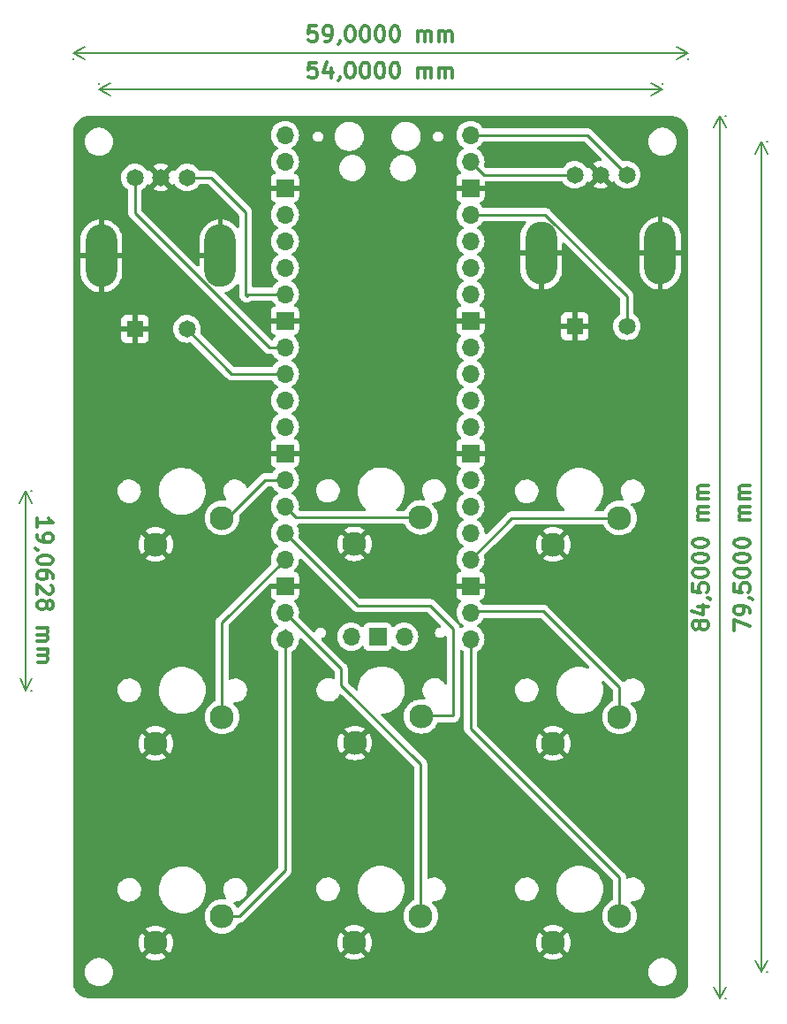
<source format=gbr>
%TF.GenerationSoftware,KiCad,Pcbnew,7.0.2*%
%TF.CreationDate,2023-06-06T14:02:04-04:00*%
%TF.ProjectId,Goufi_v1,476f7566-695f-4763-912e-6b696361645f,rev?*%
%TF.SameCoordinates,Original*%
%TF.FileFunction,Copper,L1,Top*%
%TF.FilePolarity,Positive*%
%FSLAX46Y46*%
G04 Gerber Fmt 4.6, Leading zero omitted, Abs format (unit mm)*
G04 Created by KiCad (PCBNEW 7.0.2) date 2023-06-06 14:02:04*
%MOMM*%
%LPD*%
G01*
G04 APERTURE LIST*
%ADD10C,0.300000*%
%TA.AperFunction,NonConductor*%
%ADD11C,0.300000*%
%TD*%
%TA.AperFunction,NonConductor*%
%ADD12C,0.200000*%
%TD*%
%TA.AperFunction,ComponentPad*%
%ADD13C,2.300000*%
%TD*%
%TA.AperFunction,ComponentPad*%
%ADD14R,1.650000X1.650000*%
%TD*%
%TA.AperFunction,ComponentPad*%
%ADD15C,1.650000*%
%TD*%
%TA.AperFunction,ComponentPad*%
%ADD16O,3.000000X6.000000*%
%TD*%
%TA.AperFunction,ComponentPad*%
%ADD17O,1.700000X1.700000*%
%TD*%
%TA.AperFunction,ComponentPad*%
%ADD18R,1.700000X1.700000*%
%TD*%
%TA.AperFunction,Conductor*%
%ADD19C,0.250000*%
%TD*%
G04 APERTURE END LIST*
D10*
D11*
X168393928Y-99249998D02*
X168393928Y-98249998D01*
X168393928Y-98249998D02*
X169893928Y-98892855D01*
X169893928Y-97607141D02*
X169893928Y-97321427D01*
X169893928Y-97321427D02*
X169822500Y-97178570D01*
X169822500Y-97178570D02*
X169751071Y-97107141D01*
X169751071Y-97107141D02*
X169536785Y-96964284D01*
X169536785Y-96964284D02*
X169251071Y-96892855D01*
X169251071Y-96892855D02*
X168679642Y-96892855D01*
X168679642Y-96892855D02*
X168536785Y-96964284D01*
X168536785Y-96964284D02*
X168465357Y-97035713D01*
X168465357Y-97035713D02*
X168393928Y-97178570D01*
X168393928Y-97178570D02*
X168393928Y-97464284D01*
X168393928Y-97464284D02*
X168465357Y-97607141D01*
X168465357Y-97607141D02*
X168536785Y-97678570D01*
X168536785Y-97678570D02*
X168679642Y-97749998D01*
X168679642Y-97749998D02*
X169036785Y-97749998D01*
X169036785Y-97749998D02*
X169179642Y-97678570D01*
X169179642Y-97678570D02*
X169251071Y-97607141D01*
X169251071Y-97607141D02*
X169322500Y-97464284D01*
X169322500Y-97464284D02*
X169322500Y-97178570D01*
X169322500Y-97178570D02*
X169251071Y-97035713D01*
X169251071Y-97035713D02*
X169179642Y-96964284D01*
X169179642Y-96964284D02*
X169036785Y-96892855D01*
X169822500Y-96178570D02*
X169893928Y-96178570D01*
X169893928Y-96178570D02*
X170036785Y-96249999D01*
X170036785Y-96249999D02*
X170108214Y-96321427D01*
X168393928Y-94821427D02*
X168393928Y-95535713D01*
X168393928Y-95535713D02*
X169108214Y-95607141D01*
X169108214Y-95607141D02*
X169036785Y-95535713D01*
X169036785Y-95535713D02*
X168965357Y-95392856D01*
X168965357Y-95392856D02*
X168965357Y-95035713D01*
X168965357Y-95035713D02*
X169036785Y-94892856D01*
X169036785Y-94892856D02*
X169108214Y-94821427D01*
X169108214Y-94821427D02*
X169251071Y-94749998D01*
X169251071Y-94749998D02*
X169608214Y-94749998D01*
X169608214Y-94749998D02*
X169751071Y-94821427D01*
X169751071Y-94821427D02*
X169822500Y-94892856D01*
X169822500Y-94892856D02*
X169893928Y-95035713D01*
X169893928Y-95035713D02*
X169893928Y-95392856D01*
X169893928Y-95392856D02*
X169822500Y-95535713D01*
X169822500Y-95535713D02*
X169751071Y-95607141D01*
X168393928Y-93821427D02*
X168393928Y-93678570D01*
X168393928Y-93678570D02*
X168465357Y-93535713D01*
X168465357Y-93535713D02*
X168536785Y-93464285D01*
X168536785Y-93464285D02*
X168679642Y-93392856D01*
X168679642Y-93392856D02*
X168965357Y-93321427D01*
X168965357Y-93321427D02*
X169322500Y-93321427D01*
X169322500Y-93321427D02*
X169608214Y-93392856D01*
X169608214Y-93392856D02*
X169751071Y-93464285D01*
X169751071Y-93464285D02*
X169822500Y-93535713D01*
X169822500Y-93535713D02*
X169893928Y-93678570D01*
X169893928Y-93678570D02*
X169893928Y-93821427D01*
X169893928Y-93821427D02*
X169822500Y-93964285D01*
X169822500Y-93964285D02*
X169751071Y-94035713D01*
X169751071Y-94035713D02*
X169608214Y-94107142D01*
X169608214Y-94107142D02*
X169322500Y-94178570D01*
X169322500Y-94178570D02*
X168965357Y-94178570D01*
X168965357Y-94178570D02*
X168679642Y-94107142D01*
X168679642Y-94107142D02*
X168536785Y-94035713D01*
X168536785Y-94035713D02*
X168465357Y-93964285D01*
X168465357Y-93964285D02*
X168393928Y-93821427D01*
X168393928Y-92392856D02*
X168393928Y-92249999D01*
X168393928Y-92249999D02*
X168465357Y-92107142D01*
X168465357Y-92107142D02*
X168536785Y-92035714D01*
X168536785Y-92035714D02*
X168679642Y-91964285D01*
X168679642Y-91964285D02*
X168965357Y-91892856D01*
X168965357Y-91892856D02*
X169322500Y-91892856D01*
X169322500Y-91892856D02*
X169608214Y-91964285D01*
X169608214Y-91964285D02*
X169751071Y-92035714D01*
X169751071Y-92035714D02*
X169822500Y-92107142D01*
X169822500Y-92107142D02*
X169893928Y-92249999D01*
X169893928Y-92249999D02*
X169893928Y-92392856D01*
X169893928Y-92392856D02*
X169822500Y-92535714D01*
X169822500Y-92535714D02*
X169751071Y-92607142D01*
X169751071Y-92607142D02*
X169608214Y-92678571D01*
X169608214Y-92678571D02*
X169322500Y-92749999D01*
X169322500Y-92749999D02*
X168965357Y-92749999D01*
X168965357Y-92749999D02*
X168679642Y-92678571D01*
X168679642Y-92678571D02*
X168536785Y-92607142D01*
X168536785Y-92607142D02*
X168465357Y-92535714D01*
X168465357Y-92535714D02*
X168393928Y-92392856D01*
X168393928Y-90964285D02*
X168393928Y-90821428D01*
X168393928Y-90821428D02*
X168465357Y-90678571D01*
X168465357Y-90678571D02*
X168536785Y-90607143D01*
X168536785Y-90607143D02*
X168679642Y-90535714D01*
X168679642Y-90535714D02*
X168965357Y-90464285D01*
X168965357Y-90464285D02*
X169322500Y-90464285D01*
X169322500Y-90464285D02*
X169608214Y-90535714D01*
X169608214Y-90535714D02*
X169751071Y-90607143D01*
X169751071Y-90607143D02*
X169822500Y-90678571D01*
X169822500Y-90678571D02*
X169893928Y-90821428D01*
X169893928Y-90821428D02*
X169893928Y-90964285D01*
X169893928Y-90964285D02*
X169822500Y-91107143D01*
X169822500Y-91107143D02*
X169751071Y-91178571D01*
X169751071Y-91178571D02*
X169608214Y-91250000D01*
X169608214Y-91250000D02*
X169322500Y-91321428D01*
X169322500Y-91321428D02*
X168965357Y-91321428D01*
X168965357Y-91321428D02*
X168679642Y-91250000D01*
X168679642Y-91250000D02*
X168536785Y-91178571D01*
X168536785Y-91178571D02*
X168465357Y-91107143D01*
X168465357Y-91107143D02*
X168393928Y-90964285D01*
X169893928Y-88678572D02*
X168893928Y-88678572D01*
X169036785Y-88678572D02*
X168965357Y-88607143D01*
X168965357Y-88607143D02*
X168893928Y-88464286D01*
X168893928Y-88464286D02*
X168893928Y-88250000D01*
X168893928Y-88250000D02*
X168965357Y-88107143D01*
X168965357Y-88107143D02*
X169108214Y-88035715D01*
X169108214Y-88035715D02*
X169893928Y-88035715D01*
X169108214Y-88035715D02*
X168965357Y-87964286D01*
X168965357Y-87964286D02*
X168893928Y-87821429D01*
X168893928Y-87821429D02*
X168893928Y-87607143D01*
X168893928Y-87607143D02*
X168965357Y-87464286D01*
X168965357Y-87464286D02*
X169108214Y-87392857D01*
X169108214Y-87392857D02*
X169893928Y-87392857D01*
X169893928Y-86678572D02*
X168893928Y-86678572D01*
X169036785Y-86678572D02*
X168965357Y-86607143D01*
X168965357Y-86607143D02*
X168893928Y-86464286D01*
X168893928Y-86464286D02*
X168893928Y-86250000D01*
X168893928Y-86250000D02*
X168965357Y-86107143D01*
X168965357Y-86107143D02*
X169108214Y-86035715D01*
X169108214Y-86035715D02*
X169893928Y-86035715D01*
X169108214Y-86035715D02*
X168965357Y-85964286D01*
X168965357Y-85964286D02*
X168893928Y-85821429D01*
X168893928Y-85821429D02*
X168893928Y-85607143D01*
X168893928Y-85607143D02*
X168965357Y-85464286D01*
X168965357Y-85464286D02*
X169108214Y-85392857D01*
X169108214Y-85392857D02*
X169893928Y-85392857D01*
D12*
X171500000Y-52500000D02*
X171586420Y-52500000D01*
X171500000Y-132000000D02*
X171586420Y-132000000D01*
X171000000Y-52500000D02*
X171000000Y-132000000D01*
X171000000Y-52500000D02*
X171000000Y-132000000D01*
X171000000Y-52500000D02*
X171586421Y-53626504D01*
X171000000Y-52500000D02*
X170413579Y-53626504D01*
X171000000Y-132000000D02*
X170413579Y-130873496D01*
X171000000Y-132000000D02*
X171586421Y-130873496D01*
D10*
D11*
X128357144Y-44893928D02*
X127642858Y-44893928D01*
X127642858Y-44893928D02*
X127571430Y-45608214D01*
X127571430Y-45608214D02*
X127642858Y-45536785D01*
X127642858Y-45536785D02*
X127785716Y-45465357D01*
X127785716Y-45465357D02*
X128142858Y-45465357D01*
X128142858Y-45465357D02*
X128285716Y-45536785D01*
X128285716Y-45536785D02*
X128357144Y-45608214D01*
X128357144Y-45608214D02*
X128428573Y-45751071D01*
X128428573Y-45751071D02*
X128428573Y-46108214D01*
X128428573Y-46108214D02*
X128357144Y-46251071D01*
X128357144Y-46251071D02*
X128285716Y-46322500D01*
X128285716Y-46322500D02*
X128142858Y-46393928D01*
X128142858Y-46393928D02*
X127785716Y-46393928D01*
X127785716Y-46393928D02*
X127642858Y-46322500D01*
X127642858Y-46322500D02*
X127571430Y-46251071D01*
X129714287Y-45393928D02*
X129714287Y-46393928D01*
X129357144Y-44822500D02*
X129000001Y-45893928D01*
X129000001Y-45893928D02*
X129928572Y-45893928D01*
X130571429Y-46322500D02*
X130571429Y-46393928D01*
X130571429Y-46393928D02*
X130500000Y-46536785D01*
X130500000Y-46536785D02*
X130428572Y-46608214D01*
X131500001Y-44893928D02*
X131642858Y-44893928D01*
X131642858Y-44893928D02*
X131785715Y-44965357D01*
X131785715Y-44965357D02*
X131857144Y-45036785D01*
X131857144Y-45036785D02*
X131928572Y-45179642D01*
X131928572Y-45179642D02*
X132000001Y-45465357D01*
X132000001Y-45465357D02*
X132000001Y-45822500D01*
X132000001Y-45822500D02*
X131928572Y-46108214D01*
X131928572Y-46108214D02*
X131857144Y-46251071D01*
X131857144Y-46251071D02*
X131785715Y-46322500D01*
X131785715Y-46322500D02*
X131642858Y-46393928D01*
X131642858Y-46393928D02*
X131500001Y-46393928D01*
X131500001Y-46393928D02*
X131357144Y-46322500D01*
X131357144Y-46322500D02*
X131285715Y-46251071D01*
X131285715Y-46251071D02*
X131214286Y-46108214D01*
X131214286Y-46108214D02*
X131142858Y-45822500D01*
X131142858Y-45822500D02*
X131142858Y-45465357D01*
X131142858Y-45465357D02*
X131214286Y-45179642D01*
X131214286Y-45179642D02*
X131285715Y-45036785D01*
X131285715Y-45036785D02*
X131357144Y-44965357D01*
X131357144Y-44965357D02*
X131500001Y-44893928D01*
X132928572Y-44893928D02*
X133071429Y-44893928D01*
X133071429Y-44893928D02*
X133214286Y-44965357D01*
X133214286Y-44965357D02*
X133285715Y-45036785D01*
X133285715Y-45036785D02*
X133357143Y-45179642D01*
X133357143Y-45179642D02*
X133428572Y-45465357D01*
X133428572Y-45465357D02*
X133428572Y-45822500D01*
X133428572Y-45822500D02*
X133357143Y-46108214D01*
X133357143Y-46108214D02*
X133285715Y-46251071D01*
X133285715Y-46251071D02*
X133214286Y-46322500D01*
X133214286Y-46322500D02*
X133071429Y-46393928D01*
X133071429Y-46393928D02*
X132928572Y-46393928D01*
X132928572Y-46393928D02*
X132785715Y-46322500D01*
X132785715Y-46322500D02*
X132714286Y-46251071D01*
X132714286Y-46251071D02*
X132642857Y-46108214D01*
X132642857Y-46108214D02*
X132571429Y-45822500D01*
X132571429Y-45822500D02*
X132571429Y-45465357D01*
X132571429Y-45465357D02*
X132642857Y-45179642D01*
X132642857Y-45179642D02*
X132714286Y-45036785D01*
X132714286Y-45036785D02*
X132785715Y-44965357D01*
X132785715Y-44965357D02*
X132928572Y-44893928D01*
X134357143Y-44893928D02*
X134500000Y-44893928D01*
X134500000Y-44893928D02*
X134642857Y-44965357D01*
X134642857Y-44965357D02*
X134714286Y-45036785D01*
X134714286Y-45036785D02*
X134785714Y-45179642D01*
X134785714Y-45179642D02*
X134857143Y-45465357D01*
X134857143Y-45465357D02*
X134857143Y-45822500D01*
X134857143Y-45822500D02*
X134785714Y-46108214D01*
X134785714Y-46108214D02*
X134714286Y-46251071D01*
X134714286Y-46251071D02*
X134642857Y-46322500D01*
X134642857Y-46322500D02*
X134500000Y-46393928D01*
X134500000Y-46393928D02*
X134357143Y-46393928D01*
X134357143Y-46393928D02*
X134214286Y-46322500D01*
X134214286Y-46322500D02*
X134142857Y-46251071D01*
X134142857Y-46251071D02*
X134071428Y-46108214D01*
X134071428Y-46108214D02*
X134000000Y-45822500D01*
X134000000Y-45822500D02*
X134000000Y-45465357D01*
X134000000Y-45465357D02*
X134071428Y-45179642D01*
X134071428Y-45179642D02*
X134142857Y-45036785D01*
X134142857Y-45036785D02*
X134214286Y-44965357D01*
X134214286Y-44965357D02*
X134357143Y-44893928D01*
X135785714Y-44893928D02*
X135928571Y-44893928D01*
X135928571Y-44893928D02*
X136071428Y-44965357D01*
X136071428Y-44965357D02*
X136142857Y-45036785D01*
X136142857Y-45036785D02*
X136214285Y-45179642D01*
X136214285Y-45179642D02*
X136285714Y-45465357D01*
X136285714Y-45465357D02*
X136285714Y-45822500D01*
X136285714Y-45822500D02*
X136214285Y-46108214D01*
X136214285Y-46108214D02*
X136142857Y-46251071D01*
X136142857Y-46251071D02*
X136071428Y-46322500D01*
X136071428Y-46322500D02*
X135928571Y-46393928D01*
X135928571Y-46393928D02*
X135785714Y-46393928D01*
X135785714Y-46393928D02*
X135642857Y-46322500D01*
X135642857Y-46322500D02*
X135571428Y-46251071D01*
X135571428Y-46251071D02*
X135499999Y-46108214D01*
X135499999Y-46108214D02*
X135428571Y-45822500D01*
X135428571Y-45822500D02*
X135428571Y-45465357D01*
X135428571Y-45465357D02*
X135499999Y-45179642D01*
X135499999Y-45179642D02*
X135571428Y-45036785D01*
X135571428Y-45036785D02*
X135642857Y-44965357D01*
X135642857Y-44965357D02*
X135785714Y-44893928D01*
X138071427Y-46393928D02*
X138071427Y-45393928D01*
X138071427Y-45536785D02*
X138142856Y-45465357D01*
X138142856Y-45465357D02*
X138285713Y-45393928D01*
X138285713Y-45393928D02*
X138499999Y-45393928D01*
X138499999Y-45393928D02*
X138642856Y-45465357D01*
X138642856Y-45465357D02*
X138714285Y-45608214D01*
X138714285Y-45608214D02*
X138714285Y-46393928D01*
X138714285Y-45608214D02*
X138785713Y-45465357D01*
X138785713Y-45465357D02*
X138928570Y-45393928D01*
X138928570Y-45393928D02*
X139142856Y-45393928D01*
X139142856Y-45393928D02*
X139285713Y-45465357D01*
X139285713Y-45465357D02*
X139357142Y-45608214D01*
X139357142Y-45608214D02*
X139357142Y-46393928D01*
X140071427Y-46393928D02*
X140071427Y-45393928D01*
X140071427Y-45536785D02*
X140142856Y-45465357D01*
X140142856Y-45465357D02*
X140285713Y-45393928D01*
X140285713Y-45393928D02*
X140499999Y-45393928D01*
X140499999Y-45393928D02*
X140642856Y-45465357D01*
X140642856Y-45465357D02*
X140714285Y-45608214D01*
X140714285Y-45608214D02*
X140714285Y-46393928D01*
X140714285Y-45608214D02*
X140785713Y-45465357D01*
X140785713Y-45465357D02*
X140928570Y-45393928D01*
X140928570Y-45393928D02*
X141142856Y-45393928D01*
X141142856Y-45393928D02*
X141285713Y-45465357D01*
X141285713Y-45465357D02*
X141357142Y-45608214D01*
X141357142Y-45608214D02*
X141357142Y-46393928D01*
D12*
X107500000Y-47000000D02*
X107500000Y-46913580D01*
X161500000Y-47000000D02*
X161500000Y-46913580D01*
X107500000Y-47500000D02*
X161500000Y-47500000D01*
X107500000Y-47500000D02*
X161500000Y-47500000D01*
X107500000Y-47500000D02*
X108626504Y-46913579D01*
X107500000Y-47500000D02*
X108626504Y-48086421D01*
X161500000Y-47500000D02*
X160373496Y-48086421D01*
X161500000Y-47500000D02*
X160373496Y-46913579D01*
D10*
D11*
X128357144Y-41393928D02*
X127642858Y-41393928D01*
X127642858Y-41393928D02*
X127571430Y-42108214D01*
X127571430Y-42108214D02*
X127642858Y-42036785D01*
X127642858Y-42036785D02*
X127785716Y-41965357D01*
X127785716Y-41965357D02*
X128142858Y-41965357D01*
X128142858Y-41965357D02*
X128285716Y-42036785D01*
X128285716Y-42036785D02*
X128357144Y-42108214D01*
X128357144Y-42108214D02*
X128428573Y-42251071D01*
X128428573Y-42251071D02*
X128428573Y-42608214D01*
X128428573Y-42608214D02*
X128357144Y-42751071D01*
X128357144Y-42751071D02*
X128285716Y-42822500D01*
X128285716Y-42822500D02*
X128142858Y-42893928D01*
X128142858Y-42893928D02*
X127785716Y-42893928D01*
X127785716Y-42893928D02*
X127642858Y-42822500D01*
X127642858Y-42822500D02*
X127571430Y-42751071D01*
X129142858Y-42893928D02*
X129428572Y-42893928D01*
X129428572Y-42893928D02*
X129571429Y-42822500D01*
X129571429Y-42822500D02*
X129642858Y-42751071D01*
X129642858Y-42751071D02*
X129785715Y-42536785D01*
X129785715Y-42536785D02*
X129857144Y-42251071D01*
X129857144Y-42251071D02*
X129857144Y-41679642D01*
X129857144Y-41679642D02*
X129785715Y-41536785D01*
X129785715Y-41536785D02*
X129714287Y-41465357D01*
X129714287Y-41465357D02*
X129571429Y-41393928D01*
X129571429Y-41393928D02*
X129285715Y-41393928D01*
X129285715Y-41393928D02*
X129142858Y-41465357D01*
X129142858Y-41465357D02*
X129071429Y-41536785D01*
X129071429Y-41536785D02*
X129000001Y-41679642D01*
X129000001Y-41679642D02*
X129000001Y-42036785D01*
X129000001Y-42036785D02*
X129071429Y-42179642D01*
X129071429Y-42179642D02*
X129142858Y-42251071D01*
X129142858Y-42251071D02*
X129285715Y-42322500D01*
X129285715Y-42322500D02*
X129571429Y-42322500D01*
X129571429Y-42322500D02*
X129714287Y-42251071D01*
X129714287Y-42251071D02*
X129785715Y-42179642D01*
X129785715Y-42179642D02*
X129857144Y-42036785D01*
X130571429Y-42822500D02*
X130571429Y-42893928D01*
X130571429Y-42893928D02*
X130500000Y-43036785D01*
X130500000Y-43036785D02*
X130428572Y-43108214D01*
X131500001Y-41393928D02*
X131642858Y-41393928D01*
X131642858Y-41393928D02*
X131785715Y-41465357D01*
X131785715Y-41465357D02*
X131857144Y-41536785D01*
X131857144Y-41536785D02*
X131928572Y-41679642D01*
X131928572Y-41679642D02*
X132000001Y-41965357D01*
X132000001Y-41965357D02*
X132000001Y-42322500D01*
X132000001Y-42322500D02*
X131928572Y-42608214D01*
X131928572Y-42608214D02*
X131857144Y-42751071D01*
X131857144Y-42751071D02*
X131785715Y-42822500D01*
X131785715Y-42822500D02*
X131642858Y-42893928D01*
X131642858Y-42893928D02*
X131500001Y-42893928D01*
X131500001Y-42893928D02*
X131357144Y-42822500D01*
X131357144Y-42822500D02*
X131285715Y-42751071D01*
X131285715Y-42751071D02*
X131214286Y-42608214D01*
X131214286Y-42608214D02*
X131142858Y-42322500D01*
X131142858Y-42322500D02*
X131142858Y-41965357D01*
X131142858Y-41965357D02*
X131214286Y-41679642D01*
X131214286Y-41679642D02*
X131285715Y-41536785D01*
X131285715Y-41536785D02*
X131357144Y-41465357D01*
X131357144Y-41465357D02*
X131500001Y-41393928D01*
X132928572Y-41393928D02*
X133071429Y-41393928D01*
X133071429Y-41393928D02*
X133214286Y-41465357D01*
X133214286Y-41465357D02*
X133285715Y-41536785D01*
X133285715Y-41536785D02*
X133357143Y-41679642D01*
X133357143Y-41679642D02*
X133428572Y-41965357D01*
X133428572Y-41965357D02*
X133428572Y-42322500D01*
X133428572Y-42322500D02*
X133357143Y-42608214D01*
X133357143Y-42608214D02*
X133285715Y-42751071D01*
X133285715Y-42751071D02*
X133214286Y-42822500D01*
X133214286Y-42822500D02*
X133071429Y-42893928D01*
X133071429Y-42893928D02*
X132928572Y-42893928D01*
X132928572Y-42893928D02*
X132785715Y-42822500D01*
X132785715Y-42822500D02*
X132714286Y-42751071D01*
X132714286Y-42751071D02*
X132642857Y-42608214D01*
X132642857Y-42608214D02*
X132571429Y-42322500D01*
X132571429Y-42322500D02*
X132571429Y-41965357D01*
X132571429Y-41965357D02*
X132642857Y-41679642D01*
X132642857Y-41679642D02*
X132714286Y-41536785D01*
X132714286Y-41536785D02*
X132785715Y-41465357D01*
X132785715Y-41465357D02*
X132928572Y-41393928D01*
X134357143Y-41393928D02*
X134500000Y-41393928D01*
X134500000Y-41393928D02*
X134642857Y-41465357D01*
X134642857Y-41465357D02*
X134714286Y-41536785D01*
X134714286Y-41536785D02*
X134785714Y-41679642D01*
X134785714Y-41679642D02*
X134857143Y-41965357D01*
X134857143Y-41965357D02*
X134857143Y-42322500D01*
X134857143Y-42322500D02*
X134785714Y-42608214D01*
X134785714Y-42608214D02*
X134714286Y-42751071D01*
X134714286Y-42751071D02*
X134642857Y-42822500D01*
X134642857Y-42822500D02*
X134500000Y-42893928D01*
X134500000Y-42893928D02*
X134357143Y-42893928D01*
X134357143Y-42893928D02*
X134214286Y-42822500D01*
X134214286Y-42822500D02*
X134142857Y-42751071D01*
X134142857Y-42751071D02*
X134071428Y-42608214D01*
X134071428Y-42608214D02*
X134000000Y-42322500D01*
X134000000Y-42322500D02*
X134000000Y-41965357D01*
X134000000Y-41965357D02*
X134071428Y-41679642D01*
X134071428Y-41679642D02*
X134142857Y-41536785D01*
X134142857Y-41536785D02*
X134214286Y-41465357D01*
X134214286Y-41465357D02*
X134357143Y-41393928D01*
X135785714Y-41393928D02*
X135928571Y-41393928D01*
X135928571Y-41393928D02*
X136071428Y-41465357D01*
X136071428Y-41465357D02*
X136142857Y-41536785D01*
X136142857Y-41536785D02*
X136214285Y-41679642D01*
X136214285Y-41679642D02*
X136285714Y-41965357D01*
X136285714Y-41965357D02*
X136285714Y-42322500D01*
X136285714Y-42322500D02*
X136214285Y-42608214D01*
X136214285Y-42608214D02*
X136142857Y-42751071D01*
X136142857Y-42751071D02*
X136071428Y-42822500D01*
X136071428Y-42822500D02*
X135928571Y-42893928D01*
X135928571Y-42893928D02*
X135785714Y-42893928D01*
X135785714Y-42893928D02*
X135642857Y-42822500D01*
X135642857Y-42822500D02*
X135571428Y-42751071D01*
X135571428Y-42751071D02*
X135499999Y-42608214D01*
X135499999Y-42608214D02*
X135428571Y-42322500D01*
X135428571Y-42322500D02*
X135428571Y-41965357D01*
X135428571Y-41965357D02*
X135499999Y-41679642D01*
X135499999Y-41679642D02*
X135571428Y-41536785D01*
X135571428Y-41536785D02*
X135642857Y-41465357D01*
X135642857Y-41465357D02*
X135785714Y-41393928D01*
X138071427Y-42893928D02*
X138071427Y-41893928D01*
X138071427Y-42036785D02*
X138142856Y-41965357D01*
X138142856Y-41965357D02*
X138285713Y-41893928D01*
X138285713Y-41893928D02*
X138499999Y-41893928D01*
X138499999Y-41893928D02*
X138642856Y-41965357D01*
X138642856Y-41965357D02*
X138714285Y-42108214D01*
X138714285Y-42108214D02*
X138714285Y-42893928D01*
X138714285Y-42108214D02*
X138785713Y-41965357D01*
X138785713Y-41965357D02*
X138928570Y-41893928D01*
X138928570Y-41893928D02*
X139142856Y-41893928D01*
X139142856Y-41893928D02*
X139285713Y-41965357D01*
X139285713Y-41965357D02*
X139357142Y-42108214D01*
X139357142Y-42108214D02*
X139357142Y-42893928D01*
X140071427Y-42893928D02*
X140071427Y-41893928D01*
X140071427Y-42036785D02*
X140142856Y-41965357D01*
X140142856Y-41965357D02*
X140285713Y-41893928D01*
X140285713Y-41893928D02*
X140499999Y-41893928D01*
X140499999Y-41893928D02*
X140642856Y-41965357D01*
X140642856Y-41965357D02*
X140714285Y-42108214D01*
X140714285Y-42108214D02*
X140714285Y-42893928D01*
X140714285Y-42108214D02*
X140785713Y-41965357D01*
X140785713Y-41965357D02*
X140928570Y-41893928D01*
X140928570Y-41893928D02*
X141142856Y-41893928D01*
X141142856Y-41893928D02*
X141285713Y-41965357D01*
X141285713Y-41965357D02*
X141357142Y-42108214D01*
X141357142Y-42108214D02*
X141357142Y-42893928D01*
D12*
X164000000Y-44500000D02*
X164000000Y-44586420D01*
X105000000Y-44500000D02*
X105000000Y-44586420D01*
X164000000Y-44000000D02*
X105000000Y-44000000D01*
X164000000Y-44000000D02*
X105000000Y-44000000D01*
X164000000Y-44000000D02*
X162873496Y-44586421D01*
X164000000Y-44000000D02*
X162873496Y-43413579D01*
X105000000Y-44000000D02*
X106126504Y-43413579D01*
X105000000Y-44000000D02*
X106126504Y-44586421D01*
D10*
D11*
X101596658Y-89396506D02*
X101596141Y-88539364D01*
X101596400Y-88967935D02*
X103096400Y-88967030D01*
X103096400Y-88967030D02*
X102882028Y-88824302D01*
X102882028Y-88824302D02*
X102739084Y-88681531D01*
X102739084Y-88681531D02*
X102667570Y-88538717D01*
X101597089Y-90110792D02*
X101597262Y-90396506D01*
X101597262Y-90396506D02*
X101668776Y-90539320D01*
X101668776Y-90539320D02*
X101740248Y-90610705D01*
X101740248Y-90610705D02*
X101954620Y-90753433D01*
X101954620Y-90753433D02*
X102240377Y-90824689D01*
X102240377Y-90824689D02*
X102811806Y-90824345D01*
X102811806Y-90824345D02*
X102954620Y-90752830D01*
X102954620Y-90752830D02*
X103026005Y-90681358D01*
X103026005Y-90681358D02*
X103097348Y-90538458D01*
X103097348Y-90538458D02*
X103097175Y-90252744D01*
X103097175Y-90252744D02*
X103025660Y-90109930D01*
X103025660Y-90109930D02*
X102954189Y-90038544D01*
X102954189Y-90038544D02*
X102811289Y-89967202D01*
X102811289Y-89967202D02*
X102454146Y-89967417D01*
X102454146Y-89967417D02*
X102311332Y-90038932D01*
X102311332Y-90038932D02*
X102239946Y-90110404D01*
X102239946Y-90110404D02*
X102168604Y-90253304D01*
X102168604Y-90253304D02*
X102168776Y-90539018D01*
X102168776Y-90539018D02*
X102240291Y-90681832D01*
X102240291Y-90681832D02*
X102311763Y-90753218D01*
X102311763Y-90753218D02*
X102454663Y-90824560D01*
X101669380Y-91539319D02*
X101597951Y-91539362D01*
X101597951Y-91539362D02*
X101455051Y-91468020D01*
X101455051Y-91468020D02*
X101383579Y-91396634D01*
X103098511Y-92467029D02*
X103098597Y-92609886D01*
X103098597Y-92609886D02*
X103027255Y-92752786D01*
X103027255Y-92752786D02*
X102955869Y-92824258D01*
X102955869Y-92824258D02*
X102813055Y-92895773D01*
X102813055Y-92895773D02*
X102527384Y-92967374D01*
X102527384Y-92967374D02*
X102170241Y-92967589D01*
X102170241Y-92967589D02*
X101884484Y-92896333D01*
X101884484Y-92896333D02*
X101741584Y-92824990D01*
X101741584Y-92824990D02*
X101670112Y-92753605D01*
X101670112Y-92753605D02*
X101598597Y-92610791D01*
X101598597Y-92610791D02*
X101598511Y-92467934D01*
X101598511Y-92467934D02*
X101669854Y-92325034D01*
X101669854Y-92325034D02*
X101741239Y-92253562D01*
X101741239Y-92253562D02*
X101884053Y-92182047D01*
X101884053Y-92182047D02*
X102169724Y-92110446D01*
X102169724Y-92110446D02*
X102526867Y-92110231D01*
X102526867Y-92110231D02*
X102812624Y-92181487D01*
X102812624Y-92181487D02*
X102955525Y-92252829D01*
X102955525Y-92252829D02*
X103026996Y-92324215D01*
X103026996Y-92324215D02*
X103098511Y-92467029D01*
X103099588Y-94252742D02*
X103099416Y-93967028D01*
X103099416Y-93967028D02*
X103027901Y-93824214D01*
X103027901Y-93824214D02*
X102956429Y-93752829D01*
X102956429Y-93752829D02*
X102742058Y-93610101D01*
X102742058Y-93610101D02*
X102456300Y-93538845D01*
X102456300Y-93538845D02*
X101884872Y-93539189D01*
X101884872Y-93539189D02*
X101742058Y-93610704D01*
X101742058Y-93610704D02*
X101670672Y-93682176D01*
X101670672Y-93682176D02*
X101599330Y-93825076D01*
X101599330Y-93825076D02*
X101599502Y-94110790D01*
X101599502Y-94110790D02*
X101671017Y-94253604D01*
X101671017Y-94253604D02*
X101742489Y-94324990D01*
X101742489Y-94324990D02*
X101885389Y-94396332D01*
X101885389Y-94396332D02*
X102242532Y-94396117D01*
X102242532Y-94396117D02*
X102385346Y-94324602D01*
X102385346Y-94324602D02*
X102456731Y-94253130D01*
X102456731Y-94253130D02*
X102528074Y-94110230D01*
X102528074Y-94110230D02*
X102527901Y-93824516D01*
X102527901Y-93824516D02*
X102456386Y-93681702D01*
X102456386Y-93681702D02*
X102384915Y-93610316D01*
X102384915Y-93610316D02*
X102242015Y-93538974D01*
X102957162Y-94967114D02*
X103028634Y-95038499D01*
X103028634Y-95038499D02*
X103100148Y-95181313D01*
X103100148Y-95181313D02*
X103100364Y-95538456D01*
X103100364Y-95538456D02*
X103029021Y-95681356D01*
X103029021Y-95681356D02*
X102957636Y-95752828D01*
X102957636Y-95752828D02*
X102814822Y-95824343D01*
X102814822Y-95824343D02*
X102671965Y-95824429D01*
X102671965Y-95824429D02*
X102457636Y-95753130D01*
X102457636Y-95753130D02*
X101599976Y-94896504D01*
X101599976Y-94896504D02*
X101600537Y-95825075D01*
X102458196Y-96681700D02*
X102529539Y-96538800D01*
X102529539Y-96538800D02*
X102600924Y-96467329D01*
X102600924Y-96467329D02*
X102743738Y-96395814D01*
X102743738Y-96395814D02*
X102815167Y-96395771D01*
X102815167Y-96395771D02*
X102958067Y-96467113D01*
X102958067Y-96467113D02*
X103029539Y-96538499D01*
X103029539Y-96538499D02*
X103101053Y-96681313D01*
X103101053Y-96681313D02*
X103101226Y-96967027D01*
X103101226Y-96967027D02*
X103029883Y-97109927D01*
X103029883Y-97109927D02*
X102958498Y-97181399D01*
X102958498Y-97181399D02*
X102815684Y-97252913D01*
X102815684Y-97252913D02*
X102744255Y-97252956D01*
X102744255Y-97252956D02*
X102601355Y-97181614D01*
X102601355Y-97181614D02*
X102529883Y-97110229D01*
X102529883Y-97110229D02*
X102458369Y-96967415D01*
X102458369Y-96967415D02*
X102458196Y-96681700D01*
X102458196Y-96681700D02*
X102386682Y-96538886D01*
X102386682Y-96538886D02*
X102315210Y-96467501D01*
X102315210Y-96467501D02*
X102172310Y-96396159D01*
X102172310Y-96396159D02*
X101886595Y-96396331D01*
X101886595Y-96396331D02*
X101743781Y-96467846D01*
X101743781Y-96467846D02*
X101672396Y-96539317D01*
X101672396Y-96539317D02*
X101601054Y-96682217D01*
X101601054Y-96682217D02*
X101601226Y-96967932D01*
X101601226Y-96967932D02*
X101672741Y-97110746D01*
X101672741Y-97110746D02*
X101744212Y-97182131D01*
X101744212Y-97182131D02*
X101887113Y-97253474D01*
X101887113Y-97253474D02*
X102172827Y-97253301D01*
X102172827Y-97253301D02*
X102315641Y-97181786D01*
X102315641Y-97181786D02*
X102387026Y-97110315D01*
X102387026Y-97110315D02*
X102458369Y-96967415D01*
X101602476Y-99039359D02*
X102602475Y-99038756D01*
X102459618Y-99038842D02*
X102531090Y-99110228D01*
X102531090Y-99110228D02*
X102602605Y-99253042D01*
X102602605Y-99253042D02*
X102602734Y-99467327D01*
X102602734Y-99467327D02*
X102531392Y-99610228D01*
X102531392Y-99610228D02*
X102388578Y-99681742D01*
X102388578Y-99681742D02*
X101602863Y-99682216D01*
X102388578Y-99681742D02*
X102531478Y-99753085D01*
X102531478Y-99753085D02*
X102602992Y-99895899D01*
X102602992Y-99895899D02*
X102603122Y-100110184D01*
X102603122Y-100110184D02*
X102531779Y-100253085D01*
X102531779Y-100253085D02*
X102388965Y-100324599D01*
X102388965Y-100324599D02*
X101603251Y-100325073D01*
X101603682Y-101039359D02*
X102603682Y-101038756D01*
X102460825Y-101038842D02*
X102532296Y-101110227D01*
X102532296Y-101110227D02*
X102603811Y-101253041D01*
X102603811Y-101253041D02*
X102603940Y-101467327D01*
X102603940Y-101467327D02*
X102532598Y-101610227D01*
X102532598Y-101610227D02*
X102389784Y-101681742D01*
X102389784Y-101681742D02*
X101604070Y-101682216D01*
X102389784Y-101681742D02*
X102532684Y-101753084D01*
X102532684Y-101753084D02*
X102604199Y-101895898D01*
X102604199Y-101895898D02*
X102604328Y-102110184D01*
X102604328Y-102110184D02*
X102532986Y-102253084D01*
X102532986Y-102253084D02*
X102390172Y-102324599D01*
X102390172Y-102324599D02*
X101604458Y-102325073D01*
D12*
X100988500Y-85936898D02*
X101074920Y-85936846D01*
X101000000Y-104999698D02*
X101086420Y-104999646D01*
X100488500Y-85937200D02*
X100500000Y-105000000D01*
X100488500Y-85937200D02*
X100500000Y-105000000D01*
X100488500Y-85937200D02*
X101075600Y-87063350D01*
X100488500Y-85937200D02*
X99902759Y-87064057D01*
X100500000Y-105000000D02*
X99912900Y-103873850D01*
X100500000Y-105000000D02*
X101085741Y-103873143D01*
D10*
D11*
X165036785Y-98892855D02*
X164965357Y-99035712D01*
X164965357Y-99035712D02*
X164893928Y-99107141D01*
X164893928Y-99107141D02*
X164751071Y-99178569D01*
X164751071Y-99178569D02*
X164679642Y-99178569D01*
X164679642Y-99178569D02*
X164536785Y-99107141D01*
X164536785Y-99107141D02*
X164465357Y-99035712D01*
X164465357Y-99035712D02*
X164393928Y-98892855D01*
X164393928Y-98892855D02*
X164393928Y-98607141D01*
X164393928Y-98607141D02*
X164465357Y-98464284D01*
X164465357Y-98464284D02*
X164536785Y-98392855D01*
X164536785Y-98392855D02*
X164679642Y-98321426D01*
X164679642Y-98321426D02*
X164751071Y-98321426D01*
X164751071Y-98321426D02*
X164893928Y-98392855D01*
X164893928Y-98392855D02*
X164965357Y-98464284D01*
X164965357Y-98464284D02*
X165036785Y-98607141D01*
X165036785Y-98607141D02*
X165036785Y-98892855D01*
X165036785Y-98892855D02*
X165108214Y-99035712D01*
X165108214Y-99035712D02*
X165179642Y-99107141D01*
X165179642Y-99107141D02*
X165322500Y-99178569D01*
X165322500Y-99178569D02*
X165608214Y-99178569D01*
X165608214Y-99178569D02*
X165751071Y-99107141D01*
X165751071Y-99107141D02*
X165822500Y-99035712D01*
X165822500Y-99035712D02*
X165893928Y-98892855D01*
X165893928Y-98892855D02*
X165893928Y-98607141D01*
X165893928Y-98607141D02*
X165822500Y-98464284D01*
X165822500Y-98464284D02*
X165751071Y-98392855D01*
X165751071Y-98392855D02*
X165608214Y-98321426D01*
X165608214Y-98321426D02*
X165322500Y-98321426D01*
X165322500Y-98321426D02*
X165179642Y-98392855D01*
X165179642Y-98392855D02*
X165108214Y-98464284D01*
X165108214Y-98464284D02*
X165036785Y-98607141D01*
X164893928Y-97035713D02*
X165893928Y-97035713D01*
X164322500Y-97392855D02*
X165393928Y-97749998D01*
X165393928Y-97749998D02*
X165393928Y-96821427D01*
X165822500Y-96178570D02*
X165893928Y-96178570D01*
X165893928Y-96178570D02*
X166036785Y-96249999D01*
X166036785Y-96249999D02*
X166108214Y-96321427D01*
X164393928Y-94821427D02*
X164393928Y-95535713D01*
X164393928Y-95535713D02*
X165108214Y-95607141D01*
X165108214Y-95607141D02*
X165036785Y-95535713D01*
X165036785Y-95535713D02*
X164965357Y-95392856D01*
X164965357Y-95392856D02*
X164965357Y-95035713D01*
X164965357Y-95035713D02*
X165036785Y-94892856D01*
X165036785Y-94892856D02*
X165108214Y-94821427D01*
X165108214Y-94821427D02*
X165251071Y-94749998D01*
X165251071Y-94749998D02*
X165608214Y-94749998D01*
X165608214Y-94749998D02*
X165751071Y-94821427D01*
X165751071Y-94821427D02*
X165822500Y-94892856D01*
X165822500Y-94892856D02*
X165893928Y-95035713D01*
X165893928Y-95035713D02*
X165893928Y-95392856D01*
X165893928Y-95392856D02*
X165822500Y-95535713D01*
X165822500Y-95535713D02*
X165751071Y-95607141D01*
X164393928Y-93821427D02*
X164393928Y-93678570D01*
X164393928Y-93678570D02*
X164465357Y-93535713D01*
X164465357Y-93535713D02*
X164536785Y-93464285D01*
X164536785Y-93464285D02*
X164679642Y-93392856D01*
X164679642Y-93392856D02*
X164965357Y-93321427D01*
X164965357Y-93321427D02*
X165322500Y-93321427D01*
X165322500Y-93321427D02*
X165608214Y-93392856D01*
X165608214Y-93392856D02*
X165751071Y-93464285D01*
X165751071Y-93464285D02*
X165822500Y-93535713D01*
X165822500Y-93535713D02*
X165893928Y-93678570D01*
X165893928Y-93678570D02*
X165893928Y-93821427D01*
X165893928Y-93821427D02*
X165822500Y-93964285D01*
X165822500Y-93964285D02*
X165751071Y-94035713D01*
X165751071Y-94035713D02*
X165608214Y-94107142D01*
X165608214Y-94107142D02*
X165322500Y-94178570D01*
X165322500Y-94178570D02*
X164965357Y-94178570D01*
X164965357Y-94178570D02*
X164679642Y-94107142D01*
X164679642Y-94107142D02*
X164536785Y-94035713D01*
X164536785Y-94035713D02*
X164465357Y-93964285D01*
X164465357Y-93964285D02*
X164393928Y-93821427D01*
X164393928Y-92392856D02*
X164393928Y-92249999D01*
X164393928Y-92249999D02*
X164465357Y-92107142D01*
X164465357Y-92107142D02*
X164536785Y-92035714D01*
X164536785Y-92035714D02*
X164679642Y-91964285D01*
X164679642Y-91964285D02*
X164965357Y-91892856D01*
X164965357Y-91892856D02*
X165322500Y-91892856D01*
X165322500Y-91892856D02*
X165608214Y-91964285D01*
X165608214Y-91964285D02*
X165751071Y-92035714D01*
X165751071Y-92035714D02*
X165822500Y-92107142D01*
X165822500Y-92107142D02*
X165893928Y-92249999D01*
X165893928Y-92249999D02*
X165893928Y-92392856D01*
X165893928Y-92392856D02*
X165822500Y-92535714D01*
X165822500Y-92535714D02*
X165751071Y-92607142D01*
X165751071Y-92607142D02*
X165608214Y-92678571D01*
X165608214Y-92678571D02*
X165322500Y-92749999D01*
X165322500Y-92749999D02*
X164965357Y-92749999D01*
X164965357Y-92749999D02*
X164679642Y-92678571D01*
X164679642Y-92678571D02*
X164536785Y-92607142D01*
X164536785Y-92607142D02*
X164465357Y-92535714D01*
X164465357Y-92535714D02*
X164393928Y-92392856D01*
X164393928Y-90964285D02*
X164393928Y-90821428D01*
X164393928Y-90821428D02*
X164465357Y-90678571D01*
X164465357Y-90678571D02*
X164536785Y-90607143D01*
X164536785Y-90607143D02*
X164679642Y-90535714D01*
X164679642Y-90535714D02*
X164965357Y-90464285D01*
X164965357Y-90464285D02*
X165322500Y-90464285D01*
X165322500Y-90464285D02*
X165608214Y-90535714D01*
X165608214Y-90535714D02*
X165751071Y-90607143D01*
X165751071Y-90607143D02*
X165822500Y-90678571D01*
X165822500Y-90678571D02*
X165893928Y-90821428D01*
X165893928Y-90821428D02*
X165893928Y-90964285D01*
X165893928Y-90964285D02*
X165822500Y-91107143D01*
X165822500Y-91107143D02*
X165751071Y-91178571D01*
X165751071Y-91178571D02*
X165608214Y-91250000D01*
X165608214Y-91250000D02*
X165322500Y-91321428D01*
X165322500Y-91321428D02*
X164965357Y-91321428D01*
X164965357Y-91321428D02*
X164679642Y-91250000D01*
X164679642Y-91250000D02*
X164536785Y-91178571D01*
X164536785Y-91178571D02*
X164465357Y-91107143D01*
X164465357Y-91107143D02*
X164393928Y-90964285D01*
X165893928Y-88678572D02*
X164893928Y-88678572D01*
X165036785Y-88678572D02*
X164965357Y-88607143D01*
X164965357Y-88607143D02*
X164893928Y-88464286D01*
X164893928Y-88464286D02*
X164893928Y-88250000D01*
X164893928Y-88250000D02*
X164965357Y-88107143D01*
X164965357Y-88107143D02*
X165108214Y-88035715D01*
X165108214Y-88035715D02*
X165893928Y-88035715D01*
X165108214Y-88035715D02*
X164965357Y-87964286D01*
X164965357Y-87964286D02*
X164893928Y-87821429D01*
X164893928Y-87821429D02*
X164893928Y-87607143D01*
X164893928Y-87607143D02*
X164965357Y-87464286D01*
X164965357Y-87464286D02*
X165108214Y-87392857D01*
X165108214Y-87392857D02*
X165893928Y-87392857D01*
X165893928Y-86678572D02*
X164893928Y-86678572D01*
X165036785Y-86678572D02*
X164965357Y-86607143D01*
X164965357Y-86607143D02*
X164893928Y-86464286D01*
X164893928Y-86464286D02*
X164893928Y-86250000D01*
X164893928Y-86250000D02*
X164965357Y-86107143D01*
X164965357Y-86107143D02*
X165108214Y-86035715D01*
X165108214Y-86035715D02*
X165893928Y-86035715D01*
X165108214Y-86035715D02*
X164965357Y-85964286D01*
X164965357Y-85964286D02*
X164893928Y-85821429D01*
X164893928Y-85821429D02*
X164893928Y-85607143D01*
X164893928Y-85607143D02*
X164965357Y-85464286D01*
X164965357Y-85464286D02*
X165108214Y-85392857D01*
X165108214Y-85392857D02*
X165893928Y-85392857D01*
D12*
X167500000Y-50000000D02*
X167586420Y-50000000D01*
X167500000Y-134500000D02*
X167586420Y-134500000D01*
X167000000Y-50000000D02*
X167000000Y-134500000D01*
X167000000Y-50000000D02*
X167000000Y-134500000D01*
X167000000Y-50000000D02*
X167586421Y-51126504D01*
X167000000Y-50000000D02*
X166413579Y-51126504D01*
X167000000Y-134500000D02*
X166413579Y-133373496D01*
X167000000Y-134500000D02*
X167586421Y-133373496D01*
D13*
%TO.P,MX7,1,1*%
%TO.N,(0\u002C2)*%
X157384038Y-88506865D03*
%TO.P,MX7,2,2*%
%TO.N,GND*%
X151034038Y-91046865D03*
%TD*%
D14*
%TO.P,MT2,1*%
%TO.N,GND*%
X153091100Y-70152000D03*
D15*
%TO.P,MT2,2*%
%TO.N,p4*%
X158091100Y-70152000D03*
%TO.P,MT2,A,A*%
%TO.N,p5*%
X153091100Y-55652000D03*
%TO.P,MT2,B,B*%
%TO.N,p6*%
X158091100Y-55652000D03*
%TO.P,MT2,COM,COM*%
%TO.N,GND*%
X155591100Y-55652000D03*
D16*
%TO.P,MT2,S1,SHIELD*%
X149891100Y-63152000D03*
%TO.P,MT2,S2,SHIELD*%
X161291100Y-63152000D03*
%TD*%
D14*
%TO.P,MT1,1*%
%TO.N,GND*%
X110927100Y-70406000D03*
D15*
%TO.P,MT1,2*%
%TO.N,p1*%
X115927100Y-70406000D03*
%TO.P,MT1,A,A*%
%TO.N,p2*%
X110927100Y-55906000D03*
%TO.P,MT1,B,B*%
%TO.N,p3*%
X115927100Y-55906000D03*
%TO.P,MT1,COM,COM*%
%TO.N,GND*%
X113427100Y-55906000D03*
D16*
%TO.P,MT1,S1,SHIELD*%
X107727100Y-63406000D03*
%TO.P,MT1,S2,SHIELD*%
X119127100Y-63406000D03*
%TD*%
D17*
%TO.P,U1,1,GPIO0*%
%TO.N,p6*%
X143095038Y-51835365D03*
%TO.P,U1,2,GPIO1*%
%TO.N,p5*%
X143095038Y-54375365D03*
D18*
%TO.P,U1,3,GND*%
%TO.N,GND*%
X143095038Y-56915365D03*
D17*
%TO.P,U1,4,GPIO2*%
%TO.N,p4*%
X143095038Y-59455365D03*
%TO.P,U1,5,GPIO3*%
%TO.N,unconnected-(U1-GPIO3-Pad5)*%
X143095038Y-61995365D03*
%TO.P,U1,6,GPIO4*%
%TO.N,unconnected-(U1-GPIO4-Pad6)*%
X143095038Y-64535365D03*
%TO.P,U1,7,GPIO5*%
%TO.N,unconnected-(U1-GPIO5-Pad7)*%
X143095038Y-67075365D03*
D18*
%TO.P,U1,8,GND*%
%TO.N,GND*%
X143095038Y-69615365D03*
D17*
%TO.P,U1,9,GPIO6*%
%TO.N,unconnected-(U1-GPIO6-Pad9)*%
X143095038Y-72155365D03*
%TO.P,U1,10,GPIO7*%
%TO.N,unconnected-(U1-GPIO7-Pad10)*%
X143095038Y-74695365D03*
%TO.P,U1,11,GPIO8*%
%TO.N,unconnected-(U1-GPIO8-Pad11)*%
X143095038Y-77235365D03*
%TO.P,U1,12,GPIO9*%
%TO.N,unconnected-(U1-GPIO9-Pad12)*%
X143095038Y-79775365D03*
D18*
%TO.P,U1,13,GND*%
%TO.N,GND*%
X143095038Y-82315365D03*
D17*
%TO.P,U1,14,GPIO10*%
%TO.N,unconnected-(U1-GPIO10-Pad14)*%
X143095038Y-84855365D03*
%TO.P,U1,15,GPIO11*%
%TO.N,unconnected-(U1-GPIO11-Pad15)*%
X143095038Y-87395365D03*
%TO.P,U1,16,GPIO12*%
%TO.N,unconnected-(U1-GPIO12-Pad16)*%
X143095038Y-89935365D03*
%TO.P,U1,17,GPIO13*%
%TO.N,(0\u002C2)*%
X143095038Y-92475365D03*
D18*
%TO.P,U1,18,GND*%
%TO.N,GND*%
X143095038Y-95015365D03*
D17*
%TO.P,U1,19,GPIO14*%
%TO.N,(1\u002C2)*%
X143095038Y-97555365D03*
%TO.P,U1,20,GPIO15*%
%TO.N,(2\u002C2)*%
X143095038Y-100095365D03*
%TO.P,U1,21,GPIO16*%
%TO.N,(2\u002C0)*%
X125315038Y-100095365D03*
%TO.P,U1,22,GPIO17*%
%TO.N,(2\u002C1)*%
X125315038Y-97555365D03*
D18*
%TO.P,U1,23,GND*%
%TO.N,GND*%
X125315038Y-95015365D03*
D17*
%TO.P,U1,24,GPIO18*%
%TO.N,(1\u002C0)*%
X125315038Y-92475365D03*
%TO.P,U1,25,GPIO19*%
%TO.N,(1\u002C1)*%
X125315038Y-89935365D03*
%TO.P,U1,26,GPIO20*%
%TO.N,(0\u002C1)*%
X125315038Y-87395365D03*
%TO.P,U1,27,GPIO21*%
%TO.N,(0\u002C0)*%
X125315038Y-84855365D03*
D18*
%TO.P,U1,28,GND*%
%TO.N,GND*%
X125315038Y-82315365D03*
D17*
%TO.P,U1,29,GPIO22*%
%TO.N,unconnected-(U1-GPIO22-Pad29)*%
X125315038Y-79775365D03*
%TO.P,U1,30,RUN*%
%TO.N,unconnected-(U1-RUN-Pad30)*%
X125315038Y-77235365D03*
%TO.P,U1,31,GPIO26_ADC0*%
%TO.N,p1*%
X125315038Y-74695365D03*
%TO.P,U1,32,GPIO27_ADC1*%
%TO.N,p2*%
X125315038Y-72155365D03*
D18*
%TO.P,U1,33,AGND*%
%TO.N,GND*%
X125315038Y-69615365D03*
D17*
%TO.P,U1,34,GPIO28_ADC2*%
%TO.N,p3*%
X125315038Y-67075365D03*
%TO.P,U1,35,ADC_VREF*%
%TO.N,unconnected-(U1-ADC_VREF-Pad35)*%
X125315038Y-64535365D03*
%TO.P,U1,36,3V3*%
%TO.N,unconnected-(U1-3V3-Pad36)*%
X125315038Y-61995365D03*
%TO.P,U1,37,3V3_EN*%
%TO.N,unconnected-(U1-3V3_EN-Pad37)*%
X125315038Y-59455365D03*
D18*
%TO.P,U1,38,GND*%
%TO.N,GND*%
X125315038Y-56915365D03*
D17*
%TO.P,U1,39,VSYS*%
%TO.N,unconnected-(U1-VSYS-Pad39)*%
X125315038Y-54375365D03*
%TO.P,U1,40,VBUS*%
%TO.N,unconnected-(U1-VBUS-Pad40)*%
X125315038Y-51835365D03*
%TO.P,U1,41,SWCLK*%
%TO.N,unconnected-(U1-SWCLK-Pad41)*%
X136745038Y-99865365D03*
D18*
%TO.P,U1,42,GND*%
%TO.N,unconnected-(U1-GND-Pad42)*%
X134205038Y-99865365D03*
D17*
%TO.P,U1,43,SWDIO*%
%TO.N,unconnected-(U1-SWDIO-Pad43)*%
X131665038Y-99865365D03*
%TD*%
D13*
%TO.P,MX4,1,1*%
%TO.N,(0\u002C1)*%
X138334938Y-88450000D03*
%TO.P,MX4,2,2*%
%TO.N,GND*%
X131984938Y-90990000D03*
%TD*%
%TO.P,MX1,1,1*%
%TO.N,(0\u002C0)*%
X119274938Y-88492865D03*
%TO.P,MX1,2,2*%
%TO.N,GND*%
X112924938Y-91032865D03*
%TD*%
%TO.P,MX2,1,1*%
%TO.N,(1\u002C0)*%
X119286438Y-107555665D03*
%TO.P,MX2,2,2*%
%TO.N,GND*%
X112936438Y-110095665D03*
%TD*%
%TO.P,MX3,1,1*%
%TO.N,(2\u002C0)*%
X119286438Y-126647865D03*
%TO.P,MX3,2,2*%
%TO.N,GND*%
X112936438Y-129187865D03*
%TD*%
%TO.P,MX8,1,1*%
%TO.N,(1\u002C2)*%
X157384438Y-107555665D03*
%TO.P,MX8,2,2*%
%TO.N,GND*%
X151034438Y-110095665D03*
%TD*%
%TO.P,MX5,1,1*%
%TO.N,(1\u002C1)*%
X138364938Y-107510000D03*
%TO.P,MX5,2,2*%
%TO.N,GND*%
X132014938Y-110050000D03*
%TD*%
%TO.P,MX9,1,1*%
%TO.N,(2\u002C2)*%
X157384938Y-126600000D03*
%TO.P,MX9,2,2*%
%TO.N,GND*%
X151034938Y-129140000D03*
%TD*%
%TO.P,MX6,1,1*%
%TO.N,(2\u002C1)*%
X138335638Y-126604465D03*
%TO.P,MX6,2,2*%
%TO.N,GND*%
X131985638Y-129144465D03*
%TD*%
D19*
%TO.N,(1\u002C2)*%
X143200403Y-97450000D02*
X143095038Y-97555365D01*
X150100000Y-97450000D02*
X143200403Y-97450000D01*
X157384438Y-104734438D02*
X150100000Y-97450000D01*
X157384438Y-107555665D02*
X157384438Y-104734438D01*
%TO.N,(2\u002C2)*%
X157384938Y-122934938D02*
X157384938Y-126600000D01*
X143095038Y-108645038D02*
X157384938Y-122934938D01*
X143095038Y-100095365D02*
X143095038Y-108645038D01*
%TO.N,(1\u002C1)*%
X132279673Y-96900000D02*
X125315038Y-89935365D01*
X139250000Y-96900000D02*
X132279673Y-96900000D01*
X141450000Y-99100000D02*
X139250000Y-96900000D01*
X141450000Y-107450000D02*
X141450000Y-99100000D01*
X138424938Y-107450000D02*
X141450000Y-107450000D01*
X138364938Y-107510000D02*
X138424938Y-107450000D01*
%TO.N,p3*%
X121824635Y-67075365D02*
X125315038Y-67075365D01*
X121650000Y-67250000D02*
X121824635Y-67075365D01*
X121550000Y-67150000D02*
X121650000Y-67250000D01*
X121550000Y-59250000D02*
X121550000Y-67150000D01*
X115927100Y-55906000D02*
X118206000Y-55906000D01*
X118206000Y-55906000D02*
X121550000Y-59250000D01*
%TO.N,p1*%
X120216465Y-74695365D02*
X125315038Y-74695365D01*
X115927100Y-70406000D02*
X120216465Y-74695365D01*
%TO.N,GND*%
X151034938Y-110096165D02*
X151034438Y-110095665D01*
%TO.N,p4*%
X158091100Y-70152000D02*
X158091100Y-67271060D01*
X158091100Y-67271060D02*
X150275405Y-59455365D01*
X150275405Y-59455365D02*
X143095038Y-59455365D01*
%TO.N,p5*%
X153091100Y-55652000D02*
X144371673Y-55652000D01*
X144371673Y-55652000D02*
X143095038Y-54375365D01*
%TO.N,GND*%
X161291100Y-63152000D02*
X161291100Y-61352000D01*
%TO.N,p6*%
X158091100Y-55652000D02*
X154274465Y-51835365D01*
X154274465Y-51835365D02*
X143095038Y-51835365D01*
%TO.N,p2*%
X110927100Y-59286940D02*
X123795525Y-72155365D01*
X123795525Y-72155365D02*
X125315038Y-72155365D01*
X110927100Y-55906000D02*
X110927100Y-59286940D01*
%TO.N,(0\u002C0)*%
X119772705Y-88492865D02*
X123410205Y-84855365D01*
X123410205Y-84855365D02*
X125315038Y-84855365D01*
X119274938Y-88492865D02*
X119772705Y-88492865D01*
%TO.N,(0\u002C1)*%
X138334938Y-88450000D02*
X126369673Y-88450000D01*
X126369673Y-88450000D02*
X125315038Y-87395365D01*
%TO.N,(0\u002C2)*%
X157384038Y-88506865D02*
X147063538Y-88506865D01*
X147063538Y-88506865D02*
X143095038Y-92475365D01*
%TO.N,(2\u002C1)*%
X130724938Y-102965265D02*
X125315038Y-97555365D01*
X138335638Y-126604465D02*
X138335638Y-112100831D01*
X138335638Y-112100831D02*
X130724938Y-104490131D01*
X130724938Y-104490131D02*
X130724938Y-102965265D01*
%TO.N,(2\u002C0)*%
X120912783Y-126647865D02*
X125315038Y-122245610D01*
X119286438Y-126647865D02*
X120912783Y-126647865D01*
X125315038Y-122245610D02*
X125315038Y-100095365D01*
%TO.N,(1\u002C0)*%
X119286438Y-107555665D02*
X119286438Y-98503965D01*
X119286438Y-98503965D02*
X125315038Y-92475365D01*
%TO.N,GND*%
X131985638Y-110079300D02*
X132014938Y-110050000D01*
X151034038Y-110095265D02*
X151034438Y-110095665D01*
X125315038Y-57218062D02*
X125315038Y-56915365D01*
X125635000Y-56915365D02*
X125635000Y-57056205D01*
X125634838Y-82315365D02*
X125634838Y-82630732D01*
X112936438Y-91044365D02*
X112924938Y-91032865D01*
X112982103Y-110050000D02*
X112936438Y-110095665D01*
X132060603Y-110095665D02*
X132014938Y-110050000D01*
X151030473Y-129144465D02*
X151034938Y-129140000D01*
X151024938Y-110105165D02*
X151034438Y-110095665D01*
X131942238Y-129187865D02*
X131985638Y-129144465D01*
X151006538Y-129144465D02*
X151024938Y-129162865D01*
X151034438Y-129139500D02*
X151034938Y-129140000D01*
%TO.N,(2\u002C0)*%
X125315038Y-99217066D02*
X125315038Y-100095365D01*
%TD*%
%TA.AperFunction,Conductor*%
%TO.N,GND*%
G36*
X120888182Y-66127185D02*
G01*
X120921666Y-66188508D01*
X120924500Y-66214866D01*
X120924500Y-67067256D01*
X120922235Y-67087766D01*
X120924439Y-67157872D01*
X120924500Y-67161767D01*
X120924500Y-67189350D01*
X120924988Y-67193219D01*
X120924989Y-67193225D01*
X120925004Y-67193343D01*
X120925918Y-67204967D01*
X120927290Y-67248626D01*
X120932879Y-67267860D01*
X120936825Y-67286916D01*
X120939335Y-67306792D01*
X120955414Y-67347404D01*
X120959197Y-67358451D01*
X120971382Y-67400391D01*
X120981580Y-67417635D01*
X120990136Y-67435100D01*
X120997514Y-67453732D01*
X120997515Y-67453733D01*
X121023180Y-67489059D01*
X121029593Y-67498821D01*
X121048122Y-67530150D01*
X121051830Y-67536420D01*
X121065997Y-67550588D01*
X121078627Y-67565376D01*
X121090405Y-67581586D01*
X121124056Y-67609424D01*
X121132698Y-67617288D01*
X121157605Y-67642195D01*
X121172484Y-67660181D01*
X121177075Y-67666937D01*
X121218686Y-67703622D01*
X121224364Y-67708955D01*
X121235529Y-67720120D01*
X121238600Y-67722502D01*
X121238601Y-67722503D01*
X121239286Y-67723034D01*
X121248026Y-67729813D01*
X121253990Y-67734747D01*
X121295622Y-67771450D01*
X121295624Y-67771451D01*
X121302901Y-67775159D01*
X121322604Y-67787662D01*
X121329064Y-67792673D01*
X121353918Y-67803428D01*
X121379965Y-67814700D01*
X121387010Y-67818015D01*
X121436435Y-67843198D01*
X121444411Y-67844980D01*
X121466604Y-67852191D01*
X121474104Y-67855437D01*
X121528903Y-67864115D01*
X121536534Y-67865572D01*
X121590667Y-67877673D01*
X121598836Y-67877416D01*
X121622126Y-67878881D01*
X121630196Y-67880160D01*
X121685431Y-67874937D01*
X121693178Y-67874450D01*
X121748627Y-67872709D01*
X121756473Y-67870428D01*
X121779405Y-67866054D01*
X121787533Y-67865287D01*
X121839719Y-67846498D01*
X121847109Y-67844097D01*
X121900390Y-67828618D01*
X121907420Y-67824460D01*
X121928537Y-67814522D01*
X121936228Y-67811754D01*
X121982111Y-67780570D01*
X121988663Y-67776412D01*
X122036420Y-67748170D01*
X122042197Y-67742392D01*
X122060187Y-67727509D01*
X122066937Y-67722923D01*
X122066936Y-67722923D01*
X122067854Y-67722300D01*
X122134367Y-67700906D01*
X122137542Y-67700865D01*
X124039811Y-67700865D01*
X124106850Y-67720550D01*
X124141383Y-67753738D01*
X124276543Y-67946766D01*
X124276546Y-67946769D01*
X124398856Y-68069079D01*
X124432341Y-68130402D01*
X124427357Y-68200094D01*
X124385485Y-68256027D01*
X124354510Y-68272941D01*
X124222951Y-68322011D01*
X124107849Y-68408176D01*
X124021685Y-68523275D01*
X123971438Y-68657993D01*
X123965392Y-68714232D01*
X123965038Y-68720846D01*
X123965038Y-69365365D01*
X124869466Y-69365365D01*
X124846356Y-69401325D01*
X124805038Y-69542038D01*
X124805038Y-69688692D01*
X124846356Y-69829405D01*
X124869466Y-69865365D01*
X123965038Y-69865365D01*
X123965038Y-70509883D01*
X123965392Y-70516497D01*
X123971438Y-70572736D01*
X124021685Y-70707454D01*
X124107849Y-70822553D01*
X124222949Y-70908717D01*
X124354509Y-70957787D01*
X124410442Y-70999659D01*
X124434859Y-71065123D01*
X124420007Y-71133396D01*
X124398857Y-71161650D01*
X124276543Y-71283964D01*
X124181044Y-71420352D01*
X124168636Y-71438072D01*
X124114059Y-71481696D01*
X124044560Y-71488889D01*
X123982206Y-71457367D01*
X123979380Y-71454629D01*
X119575491Y-67050740D01*
X119542006Y-66989417D01*
X119546990Y-66919725D01*
X119588862Y-66863792D01*
X119636816Y-66841892D01*
X119692006Y-66829886D01*
X119960052Y-66729911D01*
X120211141Y-66592806D01*
X120440169Y-66421357D01*
X120642457Y-66219069D01*
X120701233Y-66140555D01*
X120757167Y-66098684D01*
X120826858Y-66093700D01*
X120888182Y-66127185D01*
G37*
%TD.AperFunction*%
%TA.AperFunction,Conductor*%
G36*
X114524075Y-56649423D02*
G01*
X114575220Y-56576381D01*
X114629797Y-56532756D01*
X114699295Y-56525562D01*
X114761650Y-56557085D01*
X114778363Y-56576372D01*
X114907830Y-56761269D01*
X115071831Y-56925270D01*
X115261818Y-57058301D01*
X115472021Y-57156320D01*
X115696050Y-57216349D01*
X115927100Y-57236563D01*
X116158150Y-57216349D01*
X116382179Y-57156320D01*
X116592382Y-57058301D01*
X116782369Y-56925270D01*
X116946370Y-56761269D01*
X117070232Y-56584375D01*
X117124810Y-56540751D01*
X117171807Y-56531500D01*
X117895548Y-56531500D01*
X117962587Y-56551185D01*
X117983229Y-56567819D01*
X120888181Y-59472771D01*
X120921666Y-59534094D01*
X120924500Y-59560452D01*
X120924500Y-60597133D01*
X120904815Y-60664172D01*
X120852011Y-60709927D01*
X120782853Y-60719871D01*
X120719297Y-60690846D01*
X120701234Y-60671444D01*
X120642461Y-60592934D01*
X120440169Y-60390642D01*
X120211141Y-60219193D01*
X119960052Y-60082088D01*
X119692002Y-59982111D01*
X119412458Y-59921300D01*
X119377100Y-59918771D01*
X119377100Y-62037754D01*
X119279309Y-62012434D01*
X119076190Y-62002133D01*
X118877100Y-62032633D01*
X118877100Y-59918771D01*
X118877099Y-59918771D01*
X118841741Y-59921300D01*
X118562197Y-59982111D01*
X118294147Y-60082088D01*
X118043058Y-60219193D01*
X117814030Y-60390642D01*
X117611742Y-60592930D01*
X117440293Y-60821958D01*
X117303188Y-61073047D01*
X117203211Y-61341097D01*
X117142400Y-61620642D01*
X117127258Y-61832355D01*
X117127100Y-61836781D01*
X117127100Y-63156000D01*
X118127100Y-63156000D01*
X118127100Y-63656000D01*
X117127100Y-63656000D01*
X117127100Y-64302986D01*
X117107415Y-64370025D01*
X117054611Y-64415780D01*
X116985453Y-64425724D01*
X116921897Y-64396699D01*
X116915419Y-64390667D01*
X111588918Y-59064167D01*
X111555433Y-59002844D01*
X111552599Y-58976486D01*
X111552599Y-58099706D01*
X111552599Y-57150702D01*
X111572284Y-57083667D01*
X111605471Y-57049135D01*
X111782369Y-56925270D01*
X111946370Y-56761269D01*
X112075831Y-56576380D01*
X112130406Y-56532757D01*
X112199904Y-56525564D01*
X112262259Y-56557086D01*
X112278979Y-56576382D01*
X112330122Y-56649422D01*
X112330124Y-56649423D01*
X112901170Y-56078376D01*
X112903984Y-56091915D01*
X112973542Y-56226156D01*
X113076738Y-56336652D01*
X113205919Y-56415209D01*
X113257102Y-56429549D01*
X112683675Y-57002975D01*
X112683675Y-57002976D01*
X112762067Y-57057866D01*
X112972192Y-57155848D01*
X113196138Y-57215854D01*
X113427100Y-57236061D01*
X113658061Y-57215854D01*
X113882007Y-57155848D01*
X114092128Y-57057867D01*
X114170523Y-57002975D01*
X113598668Y-56431121D01*
X113715558Y-56380349D01*
X113832839Y-56284934D01*
X113920028Y-56161415D01*
X113950454Y-56075803D01*
X114524075Y-56649423D01*
G37*
%TD.AperFunction*%
%TA.AperFunction,Conductor*%
G36*
X154031052Y-52480550D02*
G01*
X154051694Y-52497184D01*
X155665459Y-54110949D01*
X155698944Y-54172272D01*
X155693960Y-54241964D01*
X155652088Y-54297897D01*
X155588586Y-54322158D01*
X155360138Y-54342145D01*
X155136192Y-54402151D01*
X154926068Y-54500133D01*
X154847677Y-54555023D01*
X154847676Y-54555024D01*
X155419531Y-55126878D01*
X155302642Y-55177651D01*
X155185361Y-55273066D01*
X155098172Y-55396585D01*
X155067745Y-55482197D01*
X154494124Y-54908576D01*
X154494124Y-54908577D01*
X154442979Y-54981619D01*
X154388401Y-55025244D01*
X154318903Y-55032436D01*
X154256548Y-55000914D01*
X154239829Y-54981618D01*
X154210012Y-54939035D01*
X154110370Y-54796731D01*
X153946369Y-54632730D01*
X153756382Y-54499699D01*
X153659465Y-54454506D01*
X153546180Y-54401680D01*
X153322147Y-54341650D01*
X153091100Y-54321436D01*
X152860052Y-54341650D01*
X152636019Y-54401680D01*
X152452934Y-54487055D01*
X152425819Y-54499699D01*
X152267189Y-54610773D01*
X152235827Y-54632733D01*
X152071833Y-54796727D01*
X152071830Y-54796730D01*
X152071830Y-54796731D01*
X151947967Y-54973625D01*
X151893392Y-55017248D01*
X151846394Y-55026500D01*
X144682125Y-55026500D01*
X144615086Y-55006815D01*
X144594444Y-54990181D01*
X144435275Y-54831012D01*
X144401790Y-54769689D01*
X144403181Y-54711237D01*
X144407727Y-54694272D01*
X144430101Y-54610773D01*
X144450697Y-54375365D01*
X144430101Y-54139957D01*
X144368941Y-53911702D01*
X144269073Y-53697536D01*
X144133533Y-53503964D01*
X143966439Y-53336870D01*
X143780877Y-53206938D01*
X143737254Y-53152363D01*
X143730060Y-53082865D01*
X143761583Y-53020510D01*
X143780875Y-53003793D01*
X143966439Y-52873860D01*
X144133533Y-52706766D01*
X144268691Y-52513739D01*
X144323267Y-52470117D01*
X144370265Y-52460865D01*
X153964013Y-52460865D01*
X154031052Y-52480550D01*
G37*
%TD.AperFunction*%
%TA.AperFunction,Conductor*%
G36*
X162325701Y-50015550D02*
G01*
X162325738Y-50015561D01*
X162373118Y-50015561D01*
X162381965Y-50015876D01*
X162447744Y-50020583D01*
X162603011Y-50032802D01*
X162619603Y-50035248D01*
X162713942Y-50055772D01*
X162716308Y-50056314D01*
X162835884Y-50085024D01*
X162850237Y-50089406D01*
X162946307Y-50125240D01*
X162950213Y-50126777D01*
X163058301Y-50171551D01*
X163070273Y-50177279D01*
X163162185Y-50227468D01*
X163167514Y-50230554D01*
X163247641Y-50279657D01*
X163265276Y-50290464D01*
X163274790Y-50296919D01*
X163359432Y-50360283D01*
X163365630Y-50365242D01*
X163452146Y-50439135D01*
X163459295Y-50445743D01*
X163496777Y-50483225D01*
X163534267Y-50520715D01*
X163540861Y-50527849D01*
X163605588Y-50603634D01*
X163614764Y-50614378D01*
X163619727Y-50620582D01*
X163683084Y-50705216D01*
X163689537Y-50714726D01*
X163742309Y-50800841D01*
X163749444Y-50812483D01*
X163752549Y-50817847D01*
X163802726Y-50909740D01*
X163808454Y-50921713D01*
X163853179Y-51029685D01*
X163854800Y-51033804D01*
X163890588Y-51129751D01*
X163894978Y-51144129D01*
X163909643Y-51205205D01*
X163923659Y-51263583D01*
X163924250Y-51266170D01*
X163944749Y-51360389D01*
X163947202Y-51377019D01*
X163959348Y-51531304D01*
X163961068Y-51555352D01*
X163963626Y-51591101D01*
X163964135Y-51598206D01*
X163964451Y-51606998D01*
X163999498Y-132908143D01*
X163999182Y-132917041D01*
X163994522Y-132982201D01*
X163982248Y-133138130D01*
X163979797Y-133154754D01*
X163959442Y-133248327D01*
X163958850Y-133250917D01*
X163930018Y-133371011D01*
X163925626Y-133385398D01*
X163889976Y-133480979D01*
X163888355Y-133485098D01*
X163843474Y-133593450D01*
X163837746Y-133605423D01*
X163787726Y-133697029D01*
X163784620Y-133702393D01*
X163724541Y-133800433D01*
X163718080Y-133809955D01*
X163654905Y-133894345D01*
X163649930Y-133900564D01*
X163575828Y-133987327D01*
X163569218Y-133994477D01*
X163494477Y-134069218D01*
X163487327Y-134075828D01*
X163400564Y-134149930D01*
X163394345Y-134154905D01*
X163309955Y-134218080D01*
X163300433Y-134224541D01*
X163202393Y-134284620D01*
X163197029Y-134287726D01*
X163105423Y-134337746D01*
X163093450Y-134343474D01*
X162985098Y-134388355D01*
X162980979Y-134389976D01*
X162885398Y-134425626D01*
X162871011Y-134430018D01*
X162750917Y-134458850D01*
X162748328Y-134459442D01*
X162654756Y-134479797D01*
X162638128Y-134482249D01*
X162482203Y-134494522D01*
X162417016Y-134499184D01*
X162408175Y-134499500D01*
X106591828Y-134499500D01*
X106582981Y-134499184D01*
X106517721Y-134494516D01*
X106361884Y-134482252D01*
X106345258Y-134479800D01*
X106251624Y-134459432D01*
X106249033Y-134458840D01*
X106128992Y-134430020D01*
X106114607Y-134425628D01*
X106019011Y-134389973D01*
X106014893Y-134388353D01*
X105906573Y-134343487D01*
X105894598Y-134337758D01*
X105802942Y-134287711D01*
X105797602Y-134284620D01*
X105699589Y-134224558D01*
X105690075Y-134218102D01*
X105624686Y-134169155D01*
X105605643Y-134154900D01*
X105599450Y-134149946D01*
X105512688Y-134075845D01*
X105505540Y-134069237D01*
X105430785Y-133994484D01*
X105424176Y-133987335D01*
X105424169Y-133987327D01*
X105350065Y-133900564D01*
X105345109Y-133894368D01*
X105324352Y-133866641D01*
X105281917Y-133809955D01*
X105275476Y-133800464D01*
X105215372Y-133702387D01*
X105212327Y-133697127D01*
X105162251Y-133605423D01*
X105156533Y-133593471D01*
X105156524Y-133593450D01*
X105111654Y-133485128D01*
X105110033Y-133481009D01*
X105105538Y-133468959D01*
X105074380Y-133385424D01*
X105069988Y-133371040D01*
X105069981Y-133371011D01*
X105041141Y-133250894D01*
X105040608Y-133248566D01*
X105020199Y-133154754D01*
X105017754Y-133138170D01*
X105005498Y-132982503D01*
X105000814Y-132917027D01*
X105000499Y-132908210D01*
X105000499Y-132000000D01*
X106144340Y-132000000D01*
X106164936Y-132235407D01*
X106226097Y-132463662D01*
X106226097Y-132463663D01*
X106325965Y-132677829D01*
X106461505Y-132871401D01*
X106628599Y-133038495D01*
X106822171Y-133174035D01*
X107036337Y-133273903D01*
X107264592Y-133335063D01*
X107441034Y-133350500D01*
X107443742Y-133350500D01*
X107556258Y-133350500D01*
X107558966Y-133350500D01*
X107735408Y-133335063D01*
X107963663Y-133273903D01*
X108177829Y-133174035D01*
X108371401Y-133038495D01*
X108538495Y-132871401D01*
X108674035Y-132677830D01*
X108773903Y-132463663D01*
X108835063Y-132235408D01*
X108855659Y-132000000D01*
X160144340Y-132000000D01*
X160164936Y-132235407D01*
X160226097Y-132463662D01*
X160226097Y-132463663D01*
X160325965Y-132677829D01*
X160461505Y-132871401D01*
X160628599Y-133038495D01*
X160822171Y-133174035D01*
X161036337Y-133273903D01*
X161264592Y-133335063D01*
X161441034Y-133350500D01*
X161443742Y-133350500D01*
X161556258Y-133350500D01*
X161558966Y-133350500D01*
X161735408Y-133335063D01*
X161963663Y-133273903D01*
X162177829Y-133174035D01*
X162371401Y-133038495D01*
X162538495Y-132871401D01*
X162674035Y-132677830D01*
X162773903Y-132463663D01*
X162835063Y-132235408D01*
X162855659Y-132000000D01*
X162835063Y-131764592D01*
X162773903Y-131536337D01*
X162674035Y-131322171D01*
X162538495Y-131128599D01*
X162371401Y-130961505D01*
X162177829Y-130825965D01*
X161963663Y-130726097D01*
X161935538Y-130718561D01*
X161735407Y-130664936D01*
X161561667Y-130649736D01*
X161561659Y-130649735D01*
X161558966Y-130649500D01*
X161441034Y-130649500D01*
X161438341Y-130649735D01*
X161438332Y-130649736D01*
X161264592Y-130664936D01*
X161036336Y-130726097D01*
X160822170Y-130825965D01*
X160628598Y-130961505D01*
X160461508Y-131128595D01*
X160325964Y-131322172D01*
X160226097Y-131536337D01*
X160164936Y-131764592D01*
X160144340Y-132000000D01*
X108855659Y-132000000D01*
X108835063Y-131764592D01*
X108773903Y-131536337D01*
X108674035Y-131322171D01*
X108538495Y-131128599D01*
X108371401Y-130961505D01*
X108177829Y-130825965D01*
X107963663Y-130726097D01*
X107935538Y-130718561D01*
X107735407Y-130664936D01*
X107561667Y-130649736D01*
X107561659Y-130649735D01*
X107558966Y-130649500D01*
X107441034Y-130649500D01*
X107438341Y-130649735D01*
X107438332Y-130649736D01*
X107264592Y-130664936D01*
X107036336Y-130726097D01*
X106822170Y-130825965D01*
X106628598Y-130961505D01*
X106461508Y-131128595D01*
X106325964Y-131322172D01*
X106226097Y-131536337D01*
X106164936Y-131764592D01*
X106144340Y-132000000D01*
X105000499Y-132000000D01*
X105000499Y-129187865D01*
X111281336Y-129187865D01*
X111301713Y-129446781D01*
X111362341Y-129699320D01*
X111461732Y-129939267D01*
X111597431Y-130160708D01*
X111603239Y-130167509D01*
X112250112Y-129520636D01*
X112272035Y-129571458D01*
X112378406Y-129714341D01*
X112514862Y-129828840D01*
X112604165Y-129873690D01*
X111956792Y-130521063D01*
X111963593Y-130526871D01*
X112185035Y-130662570D01*
X112424982Y-130761961D01*
X112677521Y-130822589D01*
X112936438Y-130842966D01*
X113195354Y-130822589D01*
X113447893Y-130761961D01*
X113687835Y-130662572D01*
X113909287Y-130526868D01*
X113916083Y-130521063D01*
X113271745Y-129876725D01*
X113280751Y-129873448D01*
X113429576Y-129775564D01*
X113551816Y-129645997D01*
X113623669Y-129521543D01*
X114269636Y-130167510D01*
X114275441Y-130160714D01*
X114411145Y-129939262D01*
X114510534Y-129699320D01*
X114571162Y-129446781D01*
X114591539Y-129187864D01*
X114588123Y-129144465D01*
X130330536Y-129144465D01*
X130350913Y-129403381D01*
X130411541Y-129655920D01*
X130510932Y-129895867D01*
X130646631Y-130117308D01*
X130652439Y-130124109D01*
X131299312Y-129477236D01*
X131321235Y-129528058D01*
X131427606Y-129670941D01*
X131564062Y-129785440D01*
X131653365Y-129830290D01*
X131005992Y-130477663D01*
X131012793Y-130483471D01*
X131234235Y-130619170D01*
X131474182Y-130718561D01*
X131726721Y-130779189D01*
X131985638Y-130799566D01*
X132244554Y-130779189D01*
X132497093Y-130718561D01*
X132737035Y-130619172D01*
X132958487Y-130483468D01*
X132965283Y-130477663D01*
X132320945Y-129833325D01*
X132329951Y-129830048D01*
X132478776Y-129732164D01*
X132601016Y-129602597D01*
X132672869Y-129478142D01*
X133318836Y-130124110D01*
X133324641Y-130117314D01*
X133460345Y-129895862D01*
X133559734Y-129655920D01*
X133620362Y-129403381D01*
X133640739Y-129144465D01*
X133640388Y-129139999D01*
X149379836Y-129139999D01*
X149400213Y-129398916D01*
X149460841Y-129651455D01*
X149560232Y-129891402D01*
X149695931Y-130112843D01*
X149701739Y-130119644D01*
X150348612Y-129472771D01*
X150370535Y-129523593D01*
X150476906Y-129666476D01*
X150613362Y-129780975D01*
X150702665Y-129825825D01*
X150055292Y-130473198D01*
X150062093Y-130479006D01*
X150283535Y-130614705D01*
X150523482Y-130714096D01*
X150776021Y-130774724D01*
X151034937Y-130795101D01*
X151293854Y-130774724D01*
X151546393Y-130714096D01*
X151786335Y-130614707D01*
X152007787Y-130479003D01*
X152014583Y-130473198D01*
X151370245Y-129828860D01*
X151379251Y-129825583D01*
X151528076Y-129727699D01*
X151650316Y-129598132D01*
X151722169Y-129473678D01*
X152368136Y-130119645D01*
X152373941Y-130112849D01*
X152509645Y-129891397D01*
X152609034Y-129651455D01*
X152669662Y-129398916D01*
X152690039Y-129139999D01*
X152669662Y-128881083D01*
X152609034Y-128628544D01*
X152509643Y-128388597D01*
X152373944Y-128167155D01*
X152368136Y-128160354D01*
X152368135Y-128160354D01*
X151721262Y-128807226D01*
X151699341Y-128756407D01*
X151592970Y-128613524D01*
X151456514Y-128499025D01*
X151367209Y-128454174D01*
X152014583Y-127806801D01*
X152007781Y-127800993D01*
X151786340Y-127665294D01*
X151546393Y-127565903D01*
X151293854Y-127505275D01*
X151034938Y-127484898D01*
X150776021Y-127505275D01*
X150523482Y-127565903D01*
X150283535Y-127665294D01*
X150062094Y-127800992D01*
X150055292Y-127806801D01*
X150699630Y-128451139D01*
X150690625Y-128454417D01*
X150541800Y-128552301D01*
X150419560Y-128681868D01*
X150347707Y-128806320D01*
X149701739Y-128160354D01*
X149695930Y-128167156D01*
X149560232Y-128388597D01*
X149460841Y-128628544D01*
X149400213Y-128881083D01*
X149379836Y-129139999D01*
X133640388Y-129139999D01*
X133620362Y-128885548D01*
X133559734Y-128633009D01*
X133460343Y-128393062D01*
X133324644Y-128171620D01*
X133318836Y-128164819D01*
X133318835Y-128164819D01*
X132671962Y-128811691D01*
X132650041Y-128760872D01*
X132543670Y-128617989D01*
X132407214Y-128503490D01*
X132317909Y-128458639D01*
X132965283Y-127811266D01*
X132958481Y-127805458D01*
X132737040Y-127669759D01*
X132497093Y-127570368D01*
X132244554Y-127509740D01*
X131985638Y-127489363D01*
X131726721Y-127509740D01*
X131474182Y-127570368D01*
X131234235Y-127669759D01*
X131012794Y-127805457D01*
X131005992Y-127811266D01*
X131650330Y-128455604D01*
X131641325Y-128458882D01*
X131492500Y-128556766D01*
X131370260Y-128686333D01*
X131298407Y-128810785D01*
X130652439Y-128164819D01*
X130646630Y-128171621D01*
X130510932Y-128393062D01*
X130411541Y-128633009D01*
X130350913Y-128885548D01*
X130330536Y-129144465D01*
X114588123Y-129144465D01*
X114571162Y-128928948D01*
X114510534Y-128676409D01*
X114411143Y-128436462D01*
X114275444Y-128215020D01*
X114269636Y-128208219D01*
X113622762Y-128855092D01*
X113600841Y-128804272D01*
X113494470Y-128661389D01*
X113358014Y-128546890D01*
X113268710Y-128502039D01*
X113916083Y-127854666D01*
X113909281Y-127848858D01*
X113687840Y-127713159D01*
X113447893Y-127613768D01*
X113195354Y-127553140D01*
X112936437Y-127532763D01*
X112677521Y-127553140D01*
X112424982Y-127613768D01*
X112185035Y-127713159D01*
X111963594Y-127848857D01*
X111956792Y-127854666D01*
X112601130Y-128499004D01*
X112592125Y-128502282D01*
X112443300Y-128600166D01*
X112321060Y-128729733D01*
X112249206Y-128854186D01*
X111603239Y-128208219D01*
X111597430Y-128215021D01*
X111461732Y-128436462D01*
X111362341Y-128676409D01*
X111301713Y-128928948D01*
X111281336Y-129187865D01*
X105000499Y-129187865D01*
X105000499Y-124054066D01*
X109267099Y-124054066D01*
X109277326Y-124268769D01*
X109328002Y-124477659D01*
X109417290Y-124673174D01*
X109511065Y-124804861D01*
X109541972Y-124848264D01*
X109697535Y-124996592D01*
X109771521Y-125044140D01*
X109878355Y-125112799D01*
X109881595Y-125114096D01*
X110077906Y-125192687D01*
X110288966Y-125233365D01*
X110447102Y-125233365D01*
X110450056Y-125233365D01*
X110453007Y-125233083D01*
X110453011Y-125233083D01*
X110511836Y-125227465D01*
X110610409Y-125218053D01*
X110816647Y-125157496D01*
X111007697Y-125059003D01*
X111176655Y-124926133D01*
X111317414Y-124763689D01*
X111424886Y-124577542D01*
X111495188Y-124374419D01*
X111522705Y-124183029D01*
X113228271Y-124183029D01*
X113228685Y-124187150D01*
X113228686Y-124187161D01*
X113253545Y-124434259D01*
X113258349Y-124482010D01*
X113259309Y-124486038D01*
X113259311Y-124486050D01*
X113325475Y-124763687D01*
X113328008Y-124774314D01*
X113329498Y-124778183D01*
X113329500Y-124778189D01*
X113386480Y-124926133D01*
X113436007Y-125054725D01*
X113437991Y-125058346D01*
X113437997Y-125058358D01*
X113548823Y-125260588D01*
X113580417Y-125318240D01*
X113582873Y-125321573D01*
X113582876Y-125321578D01*
X113697522Y-125477176D01*
X113758661Y-125560155D01*
X113967559Y-125776154D01*
X114090464Y-125873211D01*
X114200129Y-125959813D01*
X114200133Y-125959815D01*
X114203384Y-125962383D01*
X114206948Y-125964494D01*
X114206951Y-125964496D01*
X114262717Y-125997526D01*
X114461925Y-126115517D01*
X114465729Y-126117130D01*
X114465733Y-126117132D01*
X114510831Y-126136255D01*
X114738571Y-126232825D01*
X115028384Y-126312213D01*
X115326193Y-126352265D01*
X115330333Y-126352265D01*
X115549389Y-126352265D01*
X115551471Y-126352265D01*
X115776257Y-126337217D01*
X116070725Y-126277364D01*
X116354589Y-126178796D01*
X116622781Y-126043272D01*
X116870518Y-125873211D01*
X117093377Y-125671647D01*
X117287381Y-125442177D01*
X117449069Y-125188897D01*
X117575556Y-124916325D01*
X117664584Y-124629327D01*
X117714564Y-124333023D01*
X117724605Y-124032701D01*
X117694527Y-123733720D01*
X117624868Y-123441416D01*
X117516869Y-123161005D01*
X117514524Y-123156726D01*
X117419168Y-122982723D01*
X117372459Y-122897490D01*
X117368211Y-122891725D01*
X117254601Y-122737532D01*
X117194215Y-122655575D01*
X116985317Y-122439576D01*
X116814386Y-122304593D01*
X116752746Y-122255916D01*
X116752739Y-122255911D01*
X116749492Y-122253347D01*
X116745931Y-122251237D01*
X116745924Y-122251233D01*
X116494512Y-122102322D01*
X116494509Y-122102320D01*
X116490951Y-122100213D01*
X116487152Y-122098602D01*
X116487142Y-122098597D01*
X116218114Y-121984520D01*
X116218111Y-121984519D01*
X116214305Y-121982905D01*
X116210318Y-121981813D01*
X116210310Y-121981810D01*
X115928487Y-121904611D01*
X115928482Y-121904610D01*
X115924492Y-121903517D01*
X115920397Y-121902966D01*
X115920391Y-121902965D01*
X115630782Y-121864016D01*
X115630778Y-121864015D01*
X115626683Y-121863465D01*
X115401405Y-121863465D01*
X115399331Y-121863603D01*
X115399326Y-121863604D01*
X115180751Y-121878236D01*
X115180745Y-121878236D01*
X115176619Y-121878513D01*
X115172562Y-121879337D01*
X115172559Y-121879338D01*
X114886219Y-121937539D01*
X114886216Y-121937539D01*
X114882151Y-121938366D01*
X114878237Y-121939725D01*
X114878230Y-121939727D01*
X114602199Y-122035575D01*
X114602191Y-122035578D01*
X114598287Y-122036934D01*
X114594590Y-122038801D01*
X114594588Y-122038803D01*
X114333796Y-122170587D01*
X114333786Y-122170592D01*
X114330095Y-122172458D01*
X114326684Y-122174799D01*
X114326678Y-122174803D01*
X114085775Y-122340172D01*
X114085761Y-122340182D01*
X114082358Y-122342519D01*
X114079293Y-122345290D01*
X114079283Y-122345299D01*
X113862573Y-122541302D01*
X113862567Y-122541307D01*
X113859499Y-122544083D01*
X113856830Y-122547238D01*
X113856824Y-122547246D01*
X113668170Y-122770388D01*
X113668164Y-122770395D01*
X113665495Y-122773553D01*
X113663272Y-122777034D01*
X113663264Y-122777046D01*
X113506033Y-123023345D01*
X113506029Y-123023352D01*
X113503807Y-123026833D01*
X113502067Y-123030582D01*
X113502064Y-123030588D01*
X113379065Y-123295643D01*
X113379061Y-123295652D01*
X113377320Y-123299405D01*
X113376094Y-123303355D01*
X113376092Y-123303362D01*
X113304367Y-123534582D01*
X113288292Y-123586403D01*
X113287603Y-123590481D01*
X113287603Y-123590486D01*
X113245295Y-123841311D01*
X113238312Y-123882707D01*
X113238174Y-123886830D01*
X113238173Y-123886842D01*
X113228409Y-124178881D01*
X113228409Y-124178891D01*
X113228271Y-124183029D01*
X111522705Y-124183029D01*
X111525777Y-124161662D01*
X111515550Y-123946961D01*
X111464875Y-123738075D01*
X111441027Y-123685855D01*
X111375585Y-123542555D01*
X111280225Y-123408642D01*
X111250904Y-123367466D01*
X111095341Y-123219138D01*
X111056269Y-123194028D01*
X110914520Y-123102930D01*
X110724437Y-123026833D01*
X110714970Y-123023043D01*
X110714969Y-123023042D01*
X110714967Y-123023042D01*
X110503910Y-122982365D01*
X110342820Y-122982365D01*
X110339890Y-122982644D01*
X110339864Y-122982646D01*
X110182469Y-122997676D01*
X109976230Y-123058233D01*
X109785180Y-123156726D01*
X109737747Y-123194028D01*
X109663721Y-123252243D01*
X109616220Y-123289598D01*
X109475460Y-123452042D01*
X109367990Y-123638186D01*
X109297687Y-123841310D01*
X109267099Y-124054066D01*
X105000499Y-124054066D01*
X105000499Y-110095665D01*
X111281336Y-110095665D01*
X111301713Y-110354581D01*
X111362341Y-110607120D01*
X111461732Y-110847067D01*
X111597431Y-111068508D01*
X111603239Y-111075309D01*
X112250112Y-110428436D01*
X112272035Y-110479258D01*
X112378406Y-110622141D01*
X112514862Y-110736640D01*
X112604165Y-110781490D01*
X111956792Y-111428863D01*
X111963593Y-111434671D01*
X112185035Y-111570370D01*
X112424982Y-111669761D01*
X112677521Y-111730389D01*
X112936438Y-111750766D01*
X113195354Y-111730389D01*
X113447893Y-111669761D01*
X113687835Y-111570372D01*
X113909287Y-111434668D01*
X113916083Y-111428863D01*
X113271745Y-110784525D01*
X113280751Y-110781248D01*
X113429576Y-110683364D01*
X113551816Y-110553797D01*
X113623669Y-110429343D01*
X114269636Y-111075310D01*
X114275441Y-111068514D01*
X114411145Y-110847062D01*
X114510534Y-110607120D01*
X114571162Y-110354581D01*
X114591539Y-110095665D01*
X114571162Y-109836748D01*
X114510534Y-109584209D01*
X114411143Y-109344262D01*
X114275444Y-109122820D01*
X114269636Y-109116019D01*
X113622762Y-109762892D01*
X113600841Y-109712072D01*
X113494470Y-109569189D01*
X113358014Y-109454690D01*
X113268710Y-109409839D01*
X113916083Y-108762466D01*
X113909281Y-108756658D01*
X113687840Y-108620959D01*
X113447893Y-108521568D01*
X113195354Y-108460940D01*
X112936438Y-108440563D01*
X112677521Y-108460940D01*
X112424982Y-108521568D01*
X112185035Y-108620959D01*
X111963594Y-108756657D01*
X111956792Y-108762466D01*
X112601130Y-109406804D01*
X112592125Y-109410082D01*
X112443300Y-109507966D01*
X112321060Y-109637533D01*
X112249206Y-109761986D01*
X111603239Y-109116019D01*
X111597430Y-109122821D01*
X111461732Y-109344262D01*
X111362341Y-109584209D01*
X111301713Y-109836748D01*
X111281336Y-110095665D01*
X105000499Y-110095665D01*
X105000499Y-104961868D01*
X109267099Y-104961868D01*
X109268152Y-104983974D01*
X109277326Y-105176569D01*
X109328002Y-105385459D01*
X109417290Y-105580974D01*
X109490782Y-105684178D01*
X109541972Y-105756064D01*
X109697535Y-105904392D01*
X109751937Y-105939354D01*
X109878355Y-106020599D01*
X109913940Y-106034845D01*
X110077906Y-106100487D01*
X110288966Y-106141165D01*
X110447102Y-106141165D01*
X110450056Y-106141165D01*
X110453007Y-106140883D01*
X110453011Y-106140883D01*
X110511836Y-106135265D01*
X110610409Y-106125853D01*
X110816647Y-106065296D01*
X111007697Y-105966803D01*
X111176655Y-105833933D01*
X111317414Y-105671489D01*
X111424886Y-105485342D01*
X111495188Y-105282219D01*
X111522705Y-105090829D01*
X113228271Y-105090829D01*
X113228685Y-105094950D01*
X113228686Y-105094961D01*
X113255060Y-105357117D01*
X113258349Y-105389810D01*
X113259309Y-105393838D01*
X113259311Y-105393850D01*
X113325475Y-105671487D01*
X113328008Y-105682114D01*
X113329498Y-105685983D01*
X113329500Y-105685989D01*
X113386480Y-105833933D01*
X113436007Y-105962525D01*
X113437991Y-105966146D01*
X113437997Y-105966158D01*
X113550030Y-106170590D01*
X113580417Y-106226040D01*
X113582873Y-106229373D01*
X113582876Y-106229378D01*
X113697522Y-106384976D01*
X113758661Y-106467955D01*
X113967559Y-106683954D01*
X114090464Y-106781011D01*
X114200129Y-106867613D01*
X114200133Y-106867615D01*
X114203384Y-106870183D01*
X114461925Y-107023317D01*
X114465729Y-107024930D01*
X114465733Y-107024932D01*
X114510831Y-107044055D01*
X114738571Y-107140625D01*
X115028384Y-107220013D01*
X115326193Y-107260065D01*
X115330333Y-107260065D01*
X115549389Y-107260065D01*
X115551471Y-107260065D01*
X115776257Y-107245017D01*
X116070725Y-107185164D01*
X116354589Y-107086596D01*
X116622781Y-106951072D01*
X116870518Y-106781011D01*
X117093377Y-106579447D01*
X117287381Y-106349977D01*
X117449069Y-106096697D01*
X117575556Y-105824125D01*
X117664584Y-105537127D01*
X117714564Y-105240823D01*
X117724605Y-104940501D01*
X117694527Y-104641520D01*
X117624868Y-104349216D01*
X117516869Y-104068805D01*
X117514525Y-104064528D01*
X117427362Y-103905476D01*
X117372459Y-103805290D01*
X117194215Y-103563375D01*
X116985317Y-103347376D01*
X116859440Y-103247972D01*
X116752746Y-103163716D01*
X116752739Y-103163711D01*
X116749492Y-103161147D01*
X116745931Y-103159037D01*
X116745924Y-103159033D01*
X116494512Y-103010122D01*
X116494509Y-103010120D01*
X116490951Y-103008013D01*
X116487152Y-103006402D01*
X116487142Y-103006397D01*
X116218114Y-102892320D01*
X116218111Y-102892319D01*
X116214305Y-102890705D01*
X116210318Y-102889613D01*
X116210310Y-102889610D01*
X115928487Y-102812411D01*
X115928482Y-102812410D01*
X115924492Y-102811317D01*
X115920397Y-102810766D01*
X115920391Y-102810765D01*
X115630782Y-102771816D01*
X115630778Y-102771815D01*
X115626683Y-102771265D01*
X115401405Y-102771265D01*
X115399331Y-102771403D01*
X115399326Y-102771404D01*
X115180751Y-102786036D01*
X115180745Y-102786036D01*
X115176619Y-102786313D01*
X115172562Y-102787137D01*
X115172559Y-102787138D01*
X114886219Y-102845339D01*
X114886216Y-102845339D01*
X114882151Y-102846166D01*
X114878237Y-102847525D01*
X114878230Y-102847527D01*
X114602199Y-102943375D01*
X114602191Y-102943378D01*
X114598287Y-102944734D01*
X114594590Y-102946601D01*
X114594588Y-102946603D01*
X114333796Y-103078387D01*
X114333786Y-103078392D01*
X114330095Y-103080258D01*
X114326684Y-103082599D01*
X114326678Y-103082603D01*
X114085775Y-103247972D01*
X114085761Y-103247982D01*
X114082358Y-103250319D01*
X114079293Y-103253090D01*
X114079283Y-103253099D01*
X113862573Y-103449102D01*
X113862567Y-103449107D01*
X113859499Y-103451883D01*
X113856830Y-103455038D01*
X113856824Y-103455046D01*
X113668170Y-103678188D01*
X113668164Y-103678195D01*
X113665495Y-103681353D01*
X113663272Y-103684834D01*
X113663264Y-103684846D01*
X113506033Y-103931145D01*
X113506029Y-103931152D01*
X113503807Y-103934633D01*
X113502067Y-103938382D01*
X113502064Y-103938388D01*
X113379065Y-104203443D01*
X113379061Y-104203452D01*
X113377320Y-104207205D01*
X113376094Y-104211155D01*
X113376092Y-104211162D01*
X113302457Y-104448538D01*
X113288292Y-104494203D01*
X113287603Y-104498281D01*
X113287603Y-104498286D01*
X113245295Y-104749111D01*
X113238312Y-104790507D01*
X113238174Y-104794630D01*
X113238173Y-104794642D01*
X113228409Y-105086681D01*
X113228409Y-105086691D01*
X113228271Y-105090829D01*
X111522705Y-105090829D01*
X111525777Y-105069462D01*
X111515550Y-104854761D01*
X111464875Y-104645875D01*
X111461041Y-104637479D01*
X111375585Y-104450355D01*
X111273922Y-104307590D01*
X111250904Y-104275266D01*
X111095341Y-104126938D01*
X111024285Y-104081273D01*
X110914520Y-104010730D01*
X110715724Y-103931145D01*
X110714970Y-103930843D01*
X110714969Y-103930842D01*
X110714967Y-103930842D01*
X110503910Y-103890165D01*
X110342820Y-103890165D01*
X110339890Y-103890444D01*
X110339864Y-103890446D01*
X110182469Y-103905476D01*
X109976230Y-103966033D01*
X109785180Y-104064526D01*
X109763886Y-104081272D01*
X109627769Y-104188316D01*
X109616220Y-104197398D01*
X109475460Y-104359842D01*
X109367990Y-104545986D01*
X109297687Y-104749110D01*
X109267769Y-104957209D01*
X109267099Y-104961868D01*
X105000499Y-104961868D01*
X105000499Y-91032865D01*
X111269836Y-91032865D01*
X111290213Y-91291781D01*
X111350841Y-91544320D01*
X111450232Y-91784267D01*
X111585931Y-92005708D01*
X111591739Y-92012509D01*
X112238612Y-91365636D01*
X112260535Y-91416458D01*
X112366906Y-91559341D01*
X112503362Y-91673840D01*
X112592665Y-91718690D01*
X111945292Y-92366063D01*
X111952093Y-92371871D01*
X112173535Y-92507570D01*
X112413482Y-92606961D01*
X112666021Y-92667589D01*
X112924938Y-92687966D01*
X113183854Y-92667589D01*
X113436393Y-92606961D01*
X113676335Y-92507572D01*
X113897787Y-92371868D01*
X113904583Y-92366063D01*
X113260245Y-91721725D01*
X113269251Y-91718448D01*
X113418076Y-91620564D01*
X113540316Y-91490997D01*
X113612169Y-91366543D01*
X114258136Y-92012510D01*
X114263941Y-92005714D01*
X114399645Y-91784262D01*
X114499034Y-91544320D01*
X114559662Y-91291781D01*
X114580039Y-91032865D01*
X114559662Y-90773948D01*
X114499034Y-90521409D01*
X114399643Y-90281462D01*
X114263944Y-90060020D01*
X114258136Y-90053219D01*
X113611262Y-90700092D01*
X113589341Y-90649272D01*
X113482970Y-90506389D01*
X113346514Y-90391890D01*
X113257210Y-90347039D01*
X113904583Y-89699666D01*
X113897781Y-89693858D01*
X113676340Y-89558159D01*
X113436393Y-89458768D01*
X113183854Y-89398140D01*
X112924938Y-89377763D01*
X112666021Y-89398140D01*
X112413482Y-89458768D01*
X112173535Y-89558159D01*
X111952094Y-89693857D01*
X111945292Y-89699666D01*
X112589630Y-90344004D01*
X112580625Y-90347282D01*
X112431800Y-90445166D01*
X112309560Y-90574733D01*
X112237706Y-90699186D01*
X111591739Y-90053219D01*
X111585930Y-90060021D01*
X111450232Y-90281462D01*
X111350841Y-90521409D01*
X111290213Y-90773948D01*
X111269836Y-91032865D01*
X105000499Y-91032865D01*
X105000499Y-85899068D01*
X109255599Y-85899068D01*
X109259700Y-85985164D01*
X109265826Y-86113769D01*
X109316502Y-86322659D01*
X109405790Y-86518174D01*
X109480572Y-86623189D01*
X109530472Y-86693264D01*
X109686035Y-86841592D01*
X109740210Y-86876408D01*
X109866855Y-86957799D01*
X109901826Y-86971799D01*
X110066406Y-87037687D01*
X110277466Y-87078365D01*
X110435602Y-87078365D01*
X110438556Y-87078365D01*
X110441507Y-87078083D01*
X110441511Y-87078083D01*
X110500336Y-87072465D01*
X110598909Y-87063053D01*
X110805147Y-87002496D01*
X110996197Y-86904003D01*
X111165155Y-86771133D01*
X111305914Y-86608689D01*
X111413386Y-86422542D01*
X111483688Y-86219419D01*
X111511205Y-86028029D01*
X113216771Y-86028029D01*
X113217185Y-86032150D01*
X113217186Y-86032161D01*
X113242943Y-86288185D01*
X113246849Y-86327010D01*
X113247809Y-86331038D01*
X113247811Y-86331050D01*
X113305330Y-86572409D01*
X113316508Y-86619314D01*
X113317998Y-86623183D01*
X113318000Y-86623189D01*
X113376595Y-86775325D01*
X113424507Y-86899725D01*
X113426491Y-86903346D01*
X113426497Y-86903358D01*
X113514013Y-87063053D01*
X113568917Y-87163240D01*
X113571373Y-87166573D01*
X113571376Y-87166578D01*
X113672881Y-87304341D01*
X113747161Y-87405155D01*
X113956059Y-87621154D01*
X114077489Y-87717046D01*
X114188629Y-87804813D01*
X114188633Y-87804815D01*
X114191884Y-87807383D01*
X114195448Y-87809494D01*
X114195451Y-87809496D01*
X114321499Y-87884154D01*
X114450425Y-87960517D01*
X114454229Y-87962130D01*
X114454233Y-87962132D01*
X114499331Y-87981255D01*
X114727071Y-88077825D01*
X115016884Y-88157213D01*
X115314693Y-88197265D01*
X115318833Y-88197265D01*
X115537889Y-88197265D01*
X115539971Y-88197265D01*
X115764757Y-88182217D01*
X116059225Y-88122364D01*
X116343089Y-88023796D01*
X116611281Y-87888272D01*
X116859018Y-87718211D01*
X117081877Y-87516647D01*
X117275881Y-87287177D01*
X117437569Y-87033897D01*
X117564056Y-86761325D01*
X117653084Y-86474327D01*
X117703064Y-86178023D01*
X117713105Y-85877701D01*
X117683027Y-85578720D01*
X117613368Y-85286416D01*
X117505369Y-85006005D01*
X117503024Y-85001726D01*
X117423535Y-84856677D01*
X117360959Y-84742490D01*
X117182715Y-84500575D01*
X116973817Y-84284576D01*
X116847940Y-84185172D01*
X116741246Y-84100916D01*
X116741239Y-84100911D01*
X116737992Y-84098347D01*
X116734431Y-84096237D01*
X116734424Y-84096233D01*
X116483012Y-83947322D01*
X116483009Y-83947320D01*
X116479451Y-83945213D01*
X116475652Y-83943602D01*
X116475642Y-83943597D01*
X116206614Y-83829520D01*
X116206611Y-83829519D01*
X116202805Y-83827905D01*
X116198818Y-83826813D01*
X116198810Y-83826810D01*
X115916987Y-83749611D01*
X115916982Y-83749610D01*
X115912992Y-83748517D01*
X115908897Y-83747966D01*
X115908891Y-83747965D01*
X115619282Y-83709016D01*
X115619278Y-83709015D01*
X115615183Y-83708465D01*
X115389905Y-83708465D01*
X115387831Y-83708603D01*
X115387826Y-83708604D01*
X115169251Y-83723236D01*
X115169245Y-83723236D01*
X115165119Y-83723513D01*
X115161062Y-83724337D01*
X115161059Y-83724338D01*
X114874719Y-83782539D01*
X114874716Y-83782539D01*
X114870651Y-83783366D01*
X114866737Y-83784725D01*
X114866730Y-83784727D01*
X114590699Y-83880575D01*
X114590691Y-83880578D01*
X114586787Y-83881934D01*
X114583090Y-83883801D01*
X114583088Y-83883803D01*
X114322296Y-84015587D01*
X114322286Y-84015592D01*
X114318595Y-84017458D01*
X114315184Y-84019799D01*
X114315178Y-84019803D01*
X114074275Y-84185172D01*
X114074261Y-84185182D01*
X114070858Y-84187519D01*
X114067793Y-84190290D01*
X114067783Y-84190299D01*
X113851073Y-84386302D01*
X113851067Y-84386307D01*
X113847999Y-84389083D01*
X113845330Y-84392238D01*
X113845324Y-84392246D01*
X113656670Y-84615388D01*
X113656664Y-84615395D01*
X113653995Y-84618553D01*
X113651772Y-84622034D01*
X113651764Y-84622046D01*
X113494533Y-84868345D01*
X113494529Y-84868352D01*
X113492307Y-84871833D01*
X113490567Y-84875582D01*
X113490564Y-84875588D01*
X113367565Y-85140643D01*
X113367561Y-85140652D01*
X113365820Y-85144405D01*
X113364594Y-85148355D01*
X113364592Y-85148362D01*
X113291316Y-85384582D01*
X113276792Y-85431403D01*
X113276103Y-85435481D01*
X113276103Y-85435486D01*
X113233795Y-85686311D01*
X113226812Y-85727707D01*
X113226674Y-85731830D01*
X113226673Y-85731842D01*
X113216909Y-86023881D01*
X113216909Y-86023891D01*
X113216771Y-86028029D01*
X111511205Y-86028029D01*
X111514277Y-86006662D01*
X111504050Y-85791961D01*
X111453375Y-85583075D01*
X111437036Y-85547297D01*
X111364085Y-85387555D01*
X111269105Y-85254176D01*
X111239404Y-85212466D01*
X111083841Y-85064138D01*
X111050991Y-85043026D01*
X110903020Y-84947930D01*
X110704224Y-84868345D01*
X110703470Y-84868043D01*
X110703469Y-84868042D01*
X110703467Y-84868042D01*
X110492410Y-84827365D01*
X110331320Y-84827365D01*
X110328390Y-84827644D01*
X110328364Y-84827646D01*
X110170969Y-84842676D01*
X109964730Y-84903233D01*
X109773680Y-85001726D01*
X109748824Y-85021273D01*
X109646757Y-85101540D01*
X109604720Y-85134598D01*
X109463960Y-85297042D01*
X109356490Y-85483186D01*
X109286187Y-85686310D01*
X109256062Y-85895848D01*
X109255599Y-85899068D01*
X105000499Y-85899068D01*
X105000499Y-71275518D01*
X109602100Y-71275518D01*
X109602454Y-71282132D01*
X109608500Y-71338371D01*
X109658747Y-71473089D01*
X109744911Y-71588188D01*
X109860010Y-71674352D01*
X109994728Y-71724599D01*
X110050967Y-71730645D01*
X110057582Y-71731000D01*
X110677099Y-71731000D01*
X110677099Y-70897683D01*
X110705919Y-70915209D01*
X110851504Y-70956000D01*
X110964722Y-70956000D01*
X111076883Y-70940584D01*
X111177100Y-70897053D01*
X111177100Y-71731000D01*
X111796618Y-71731000D01*
X111803232Y-71730645D01*
X111859471Y-71724599D01*
X111994189Y-71674352D01*
X112109288Y-71588188D01*
X112195452Y-71473089D01*
X112245699Y-71338371D01*
X112251745Y-71282132D01*
X112252100Y-71275518D01*
X112252100Y-70656000D01*
X111421952Y-70656000D01*
X111470659Y-70518953D01*
X111480977Y-70368114D01*
X111450216Y-70220085D01*
X111417010Y-70156000D01*
X112252100Y-70156000D01*
X112252100Y-69536481D01*
X112251745Y-69529867D01*
X112245699Y-69473628D01*
X112195452Y-69338910D01*
X112109288Y-69223811D01*
X111994189Y-69137647D01*
X111859471Y-69087400D01*
X111803232Y-69081354D01*
X111796618Y-69081000D01*
X111177100Y-69081000D01*
X111177100Y-69914316D01*
X111148281Y-69896791D01*
X111002696Y-69856000D01*
X110889478Y-69856000D01*
X110777317Y-69871416D01*
X110677099Y-69914946D01*
X110677100Y-69081000D01*
X110057582Y-69081000D01*
X110050967Y-69081354D01*
X109994728Y-69087400D01*
X109860010Y-69137647D01*
X109744911Y-69223811D01*
X109658747Y-69338910D01*
X109608500Y-69473628D01*
X109602454Y-69529867D01*
X109602100Y-69536481D01*
X109602100Y-70156000D01*
X110432248Y-70156000D01*
X110383541Y-70293047D01*
X110373223Y-70443886D01*
X110403984Y-70591915D01*
X110437190Y-70656000D01*
X109602100Y-70656000D01*
X109602100Y-71275518D01*
X105000499Y-71275518D01*
X105000499Y-63156000D01*
X105727099Y-63156000D01*
X106727100Y-63156000D01*
X106727100Y-63656000D01*
X105727100Y-63656000D01*
X105727100Y-64975218D01*
X105727258Y-64979644D01*
X105742400Y-65191357D01*
X105803211Y-65470902D01*
X105903188Y-65738952D01*
X106040293Y-65990041D01*
X106211742Y-66219069D01*
X106414030Y-66421357D01*
X106643058Y-66592806D01*
X106894147Y-66729911D01*
X107162197Y-66829888D01*
X107441743Y-66890700D01*
X107477099Y-66893228D01*
X107477100Y-66893228D01*
X107477100Y-64774245D01*
X107574891Y-64799566D01*
X107778010Y-64809867D01*
X107977100Y-64779366D01*
X107977100Y-66893228D01*
X108012456Y-66890700D01*
X108292002Y-66829888D01*
X108560052Y-66729911D01*
X108811141Y-66592806D01*
X109040169Y-66421357D01*
X109242457Y-66219069D01*
X109413906Y-65990041D01*
X109551011Y-65738952D01*
X109650988Y-65470902D01*
X109711799Y-65191357D01*
X109726941Y-64979644D01*
X109727100Y-64975218D01*
X109727100Y-63656000D01*
X108727100Y-63656000D01*
X108727100Y-63156000D01*
X109727099Y-63156000D01*
X109727100Y-61836781D01*
X109726941Y-61832355D01*
X109711799Y-61620642D01*
X109650988Y-61341097D01*
X109551011Y-61073047D01*
X109413906Y-60821958D01*
X109242457Y-60592930D01*
X109040169Y-60390642D01*
X108811141Y-60219193D01*
X108560052Y-60082088D01*
X108292002Y-59982111D01*
X108012458Y-59921300D01*
X107977100Y-59918771D01*
X107977100Y-62037754D01*
X107879309Y-62012434D01*
X107676190Y-62002133D01*
X107477100Y-62032633D01*
X107477100Y-59918771D01*
X107477099Y-59918771D01*
X107441741Y-59921300D01*
X107162197Y-59982111D01*
X106894147Y-60082088D01*
X106643058Y-60219193D01*
X106414030Y-60390642D01*
X106211742Y-60592930D01*
X106040293Y-60821958D01*
X105903188Y-61073047D01*
X105803211Y-61341097D01*
X105742400Y-61620642D01*
X105727258Y-61832355D01*
X105727100Y-61836781D01*
X105727099Y-63156000D01*
X105000499Y-63156000D01*
X105000499Y-55906000D01*
X109596536Y-55906000D01*
X109616750Y-56137047D01*
X109676780Y-56361080D01*
X109697431Y-56405365D01*
X109774799Y-56571282D01*
X109907830Y-56761269D01*
X110071831Y-56925270D01*
X110248726Y-57049134D01*
X110292348Y-57103708D01*
X110301600Y-57150706D01*
X110301600Y-59204196D01*
X110299335Y-59224706D01*
X110301539Y-59294812D01*
X110301600Y-59298707D01*
X110301600Y-59326290D01*
X110302088Y-59330159D01*
X110302089Y-59330165D01*
X110302104Y-59330283D01*
X110303018Y-59341907D01*
X110304390Y-59385566D01*
X110309979Y-59404800D01*
X110313925Y-59423856D01*
X110316435Y-59443732D01*
X110332514Y-59484344D01*
X110336297Y-59495391D01*
X110348482Y-59537331D01*
X110358680Y-59554575D01*
X110367236Y-59572040D01*
X110374614Y-59590672D01*
X110374615Y-59590673D01*
X110400280Y-59625999D01*
X110406693Y-59635762D01*
X110428926Y-59673356D01*
X110428929Y-59673359D01*
X110428930Y-59673360D01*
X110443095Y-59687525D01*
X110455727Y-59702315D01*
X110467506Y-59718527D01*
X110501158Y-59746366D01*
X110509799Y-59754229D01*
X123294721Y-72539152D01*
X123307621Y-72555253D01*
X123358748Y-72603265D01*
X123361545Y-72605976D01*
X123381054Y-72625485D01*
X123384234Y-72627952D01*
X123393096Y-72635520D01*
X123424942Y-72665426D01*
X123424943Y-72665427D01*
X123442495Y-72675076D01*
X123458763Y-72685762D01*
X123474589Y-72698038D01*
X123514671Y-72715382D01*
X123525158Y-72720520D01*
X123563432Y-72741562D01*
X123571935Y-72743744D01*
X123582833Y-72746543D01*
X123601238Y-72752843D01*
X123619629Y-72760802D01*
X123662775Y-72767635D01*
X123674193Y-72770000D01*
X123716506Y-72780865D01*
X123736541Y-72780865D01*
X123755940Y-72782392D01*
X123775721Y-72785525D01*
X123819199Y-72781415D01*
X123830869Y-72780865D01*
X124039811Y-72780865D01*
X124106850Y-72800550D01*
X124141383Y-72833738D01*
X124276543Y-73026766D01*
X124443637Y-73193860D01*
X124629198Y-73323791D01*
X124672821Y-73378367D01*
X124680014Y-73447866D01*
X124648492Y-73510220D01*
X124629197Y-73526940D01*
X124443633Y-73656873D01*
X124276543Y-73823963D01*
X124141387Y-74016988D01*
X124086810Y-74060613D01*
X124039812Y-74069865D01*
X120526918Y-74069865D01*
X120459879Y-74050180D01*
X120439237Y-74033546D01*
X117246925Y-70841234D01*
X117213440Y-70779911D01*
X117214830Y-70721460D01*
X117237449Y-70637050D01*
X117257663Y-70406000D01*
X117237449Y-70174950D01*
X117177420Y-69950921D01*
X117079401Y-69740719D01*
X116946370Y-69550731D01*
X116782369Y-69386730D01*
X116592382Y-69253699D01*
X116495465Y-69208506D01*
X116382180Y-69155680D01*
X116158147Y-69095650D01*
X115927100Y-69075436D01*
X115696052Y-69095650D01*
X115472019Y-69155680D01*
X115261821Y-69253698D01*
X115261819Y-69253699D01*
X115071831Y-69386730D01*
X115071827Y-69386733D01*
X114907833Y-69550727D01*
X114774798Y-69740721D01*
X114676780Y-69950919D01*
X114616750Y-70174952D01*
X114596536Y-70405999D01*
X114616750Y-70637047D01*
X114676780Y-70861080D01*
X114729606Y-70974365D01*
X114774799Y-71071282D01*
X114907830Y-71261269D01*
X115071831Y-71425270D01*
X115261818Y-71558301D01*
X115472021Y-71656320D01*
X115696050Y-71716349D01*
X115927100Y-71736563D01*
X116158150Y-71716349D01*
X116242558Y-71693731D01*
X116312407Y-71695392D01*
X116362334Y-71725824D01*
X119715661Y-75079152D01*
X119728561Y-75095253D01*
X119779688Y-75143265D01*
X119782485Y-75145976D01*
X119801994Y-75165485D01*
X119805174Y-75167952D01*
X119814036Y-75175520D01*
X119845882Y-75205426D01*
X119845883Y-75205427D01*
X119863435Y-75215076D01*
X119879703Y-75225762D01*
X119895529Y-75238038D01*
X119935611Y-75255382D01*
X119946098Y-75260520D01*
X119984372Y-75281562D01*
X119992875Y-75283744D01*
X120003773Y-75286543D01*
X120022178Y-75292843D01*
X120040569Y-75300802D01*
X120083715Y-75307635D01*
X120095133Y-75310000D01*
X120137446Y-75320865D01*
X120157481Y-75320865D01*
X120176880Y-75322392D01*
X120196661Y-75325525D01*
X120240139Y-75321415D01*
X120251809Y-75320865D01*
X124039811Y-75320865D01*
X124106850Y-75340550D01*
X124141383Y-75373738D01*
X124276543Y-75566766D01*
X124443637Y-75733860D01*
X124629198Y-75863791D01*
X124672821Y-75918367D01*
X124680014Y-75987866D01*
X124648492Y-76050220D01*
X124629197Y-76066940D01*
X124443633Y-76196873D01*
X124276543Y-76363963D01*
X124141003Y-76557535D01*
X124041135Y-76771701D01*
X123979974Y-76999957D01*
X123959378Y-77235365D01*
X123979974Y-77470772D01*
X124024747Y-77637867D01*
X124041135Y-77699028D01*
X124141003Y-77913195D01*
X124276543Y-78106766D01*
X124443637Y-78273860D01*
X124629198Y-78403791D01*
X124672821Y-78458367D01*
X124680014Y-78527866D01*
X124648492Y-78590220D01*
X124629197Y-78606940D01*
X124443633Y-78736873D01*
X124276543Y-78903963D01*
X124141003Y-79097535D01*
X124041135Y-79311701D01*
X123979974Y-79539957D01*
X123959378Y-79775365D01*
X123979974Y-80010772D01*
X124024747Y-80177867D01*
X124041135Y-80239028D01*
X124141003Y-80453195D01*
X124276543Y-80646766D01*
X124276545Y-80646768D01*
X124276546Y-80646769D01*
X124398856Y-80769079D01*
X124432341Y-80830402D01*
X124427357Y-80900094D01*
X124385485Y-80956027D01*
X124354510Y-80972941D01*
X124222951Y-81022011D01*
X124107849Y-81108176D01*
X124021685Y-81223275D01*
X123971438Y-81357993D01*
X123965392Y-81414232D01*
X123965038Y-81420846D01*
X123965038Y-82065365D01*
X124869466Y-82065365D01*
X124846356Y-82101325D01*
X124805038Y-82242038D01*
X124805038Y-82388692D01*
X124846356Y-82529405D01*
X124869466Y-82565365D01*
X123965038Y-82565365D01*
X123965038Y-83209883D01*
X123965392Y-83216497D01*
X123971438Y-83272736D01*
X124021685Y-83407454D01*
X124107849Y-83522553D01*
X124222949Y-83608717D01*
X124354509Y-83657787D01*
X124410442Y-83699659D01*
X124434859Y-83765123D01*
X124420007Y-83833396D01*
X124398857Y-83861650D01*
X124276541Y-83983966D01*
X124141387Y-84176988D01*
X124086810Y-84220613D01*
X124039812Y-84229865D01*
X123492949Y-84229865D01*
X123472442Y-84227600D01*
X123402332Y-84229804D01*
X123398437Y-84229865D01*
X123370855Y-84229865D01*
X123367010Y-84230350D01*
X123366985Y-84230352D01*
X123366858Y-84230369D01*
X123355238Y-84231283D01*
X123311574Y-84232655D01*
X123292334Y-84238245D01*
X123273286Y-84242190D01*
X123253414Y-84244700D01*
X123212804Y-84260778D01*
X123201759Y-84264559D01*
X123159815Y-84276746D01*
X123142570Y-84286944D01*
X123125109Y-84295498D01*
X123106472Y-84302877D01*
X123071136Y-84328550D01*
X123061379Y-84334960D01*
X123023785Y-84357194D01*
X123009618Y-84371361D01*
X122994829Y-84383991D01*
X122978618Y-84395769D01*
X122950777Y-84429423D01*
X122942916Y-84438062D01*
X121797511Y-85583467D01*
X121736188Y-85616952D01*
X121666496Y-85611968D01*
X121610563Y-85570096D01*
X121597038Y-85547302D01*
X121524084Y-85387555D01*
X121524083Y-85387554D01*
X121524082Y-85387551D01*
X121429105Y-85254176D01*
X121399404Y-85212466D01*
X121243841Y-85064138D01*
X121210991Y-85043026D01*
X121063020Y-84947930D01*
X120864224Y-84868345D01*
X120863470Y-84868043D01*
X120863469Y-84868042D01*
X120863467Y-84868042D01*
X120652410Y-84827365D01*
X120491320Y-84827365D01*
X120488390Y-84827644D01*
X120488364Y-84827646D01*
X120330969Y-84842676D01*
X120124730Y-84903233D01*
X119933680Y-85001726D01*
X119908824Y-85021273D01*
X119806757Y-85101540D01*
X119764720Y-85134598D01*
X119623960Y-85297042D01*
X119516490Y-85483186D01*
X119446187Y-85686310D01*
X119416062Y-85895848D01*
X119415599Y-85899068D01*
X119419700Y-85985164D01*
X119425826Y-86113769D01*
X119476502Y-86322659D01*
X119565789Y-86518170D01*
X119565790Y-86518172D01*
X119565792Y-86518175D01*
X119640216Y-86622689D01*
X119671800Y-86667043D01*
X119694652Y-86733070D01*
X119678179Y-86800970D01*
X119627612Y-86849186D01*
X119559005Y-86862408D01*
X119541850Y-86859545D01*
X119533932Y-86857644D01*
X119274938Y-86837261D01*
X119274937Y-86837261D01*
X119015942Y-86857644D01*
X118763327Y-86918291D01*
X118560042Y-87002496D01*
X118523310Y-87017711D01*
X118401945Y-87092083D01*
X118301794Y-87153455D01*
X118104249Y-87322176D01*
X117935528Y-87519721D01*
X117901464Y-87575309D01*
X117799784Y-87741237D01*
X117799783Y-87741240D01*
X117700364Y-87981254D01*
X117639717Y-88233869D01*
X117619334Y-88492864D01*
X117639717Y-88751860D01*
X117700364Y-89004475D01*
X117737938Y-89095185D01*
X117799784Y-89244493D01*
X117931091Y-89458768D01*
X117935528Y-89466008D01*
X117977623Y-89515294D01*
X118104249Y-89663554D01*
X118301798Y-89832277D01*
X118523310Y-89968019D01*
X118703323Y-90042583D01*
X118763327Y-90067438D01*
X118821642Y-90081438D01*
X119015944Y-90128086D01*
X119274938Y-90148469D01*
X119533932Y-90128086D01*
X119786548Y-90067438D01*
X120026566Y-89968019D01*
X120248078Y-89832277D01*
X120445627Y-89663554D01*
X120614350Y-89466005D01*
X120750092Y-89244493D01*
X120849511Y-89004475D01*
X120910159Y-88751859D01*
X120930542Y-88492865D01*
X120915090Y-88296537D01*
X120929454Y-88228164D01*
X120951024Y-88199135D01*
X123632976Y-85517184D01*
X123694300Y-85483699D01*
X123720658Y-85480865D01*
X124039811Y-85480865D01*
X124106850Y-85500550D01*
X124141383Y-85533738D01*
X124276543Y-85726766D01*
X124443637Y-85893860D01*
X124629198Y-86023791D01*
X124672821Y-86078367D01*
X124680014Y-86147866D01*
X124648492Y-86210220D01*
X124629196Y-86226940D01*
X124472502Y-86336659D01*
X124443633Y-86356873D01*
X124276543Y-86523963D01*
X124141003Y-86717535D01*
X124041135Y-86931701D01*
X123979974Y-87159957D01*
X123959378Y-87395365D01*
X123979974Y-87630772D01*
X124013325Y-87755240D01*
X124041135Y-87859028D01*
X124141003Y-88073195D01*
X124276543Y-88266766D01*
X124443637Y-88433860D01*
X124629198Y-88563791D01*
X124672821Y-88618367D01*
X124680014Y-88687866D01*
X124648492Y-88750220D01*
X124629197Y-88766940D01*
X124443633Y-88896873D01*
X124276543Y-89063963D01*
X124141003Y-89257535D01*
X124041135Y-89471701D01*
X123979974Y-89699957D01*
X123959378Y-89935365D01*
X123979974Y-90170772D01*
X124013385Y-90295462D01*
X124041135Y-90399028D01*
X124141003Y-90613195D01*
X124276543Y-90806766D01*
X124443637Y-90973860D01*
X124629198Y-91103791D01*
X124672821Y-91158367D01*
X124680014Y-91227866D01*
X124648492Y-91290220D01*
X124629196Y-91306940D01*
X124452795Y-91430458D01*
X124443633Y-91436873D01*
X124276543Y-91603963D01*
X124141003Y-91797535D01*
X124041135Y-92011701D01*
X123979974Y-92239957D01*
X123959378Y-92475365D01*
X123979974Y-92710770D01*
X124006894Y-92811236D01*
X124005231Y-92881086D01*
X123974800Y-92931011D01*
X118902646Y-98003164D01*
X118886548Y-98016061D01*
X118838534Y-98067190D01*
X118835830Y-98069981D01*
X118819066Y-98086745D01*
X118819059Y-98086752D01*
X118816318Y-98089494D01*
X118813937Y-98092562D01*
X118813928Y-98092573D01*
X118813849Y-98092676D01*
X118806280Y-98101537D01*
X118776373Y-98133385D01*
X118766723Y-98150939D01*
X118756047Y-98167193D01*
X118743764Y-98183028D01*
X118726413Y-98223123D01*
X118721276Y-98233609D01*
X118700240Y-98271872D01*
X118695259Y-98291274D01*
X118688958Y-98309676D01*
X118680999Y-98328067D01*
X118674166Y-98371207D01*
X118671798Y-98382639D01*
X118660938Y-98424942D01*
X118660938Y-98444981D01*
X118659411Y-98464379D01*
X118656277Y-98484161D01*
X118660387Y-98527641D01*
X118660937Y-98539308D01*
X118660938Y-105945412D01*
X118641253Y-106012451D01*
X118588449Y-106058206D01*
X118584393Y-106059972D01*
X118534815Y-106080508D01*
X118313294Y-106216255D01*
X118115749Y-106384976D01*
X117947028Y-106582521D01*
X117947026Y-106582525D01*
X117811284Y-106804037D01*
X117811283Y-106804040D01*
X117711864Y-107044054D01*
X117651217Y-107296669D01*
X117630834Y-107555664D01*
X117651217Y-107814660D01*
X117711864Y-108067275D01*
X117771868Y-108212135D01*
X117811284Y-108307293D01*
X117942591Y-108521568D01*
X117947028Y-108528808D01*
X117995623Y-108585705D01*
X118115749Y-108726354D01*
X118313298Y-108895077D01*
X118534810Y-109030819D01*
X118712604Y-109104464D01*
X118774827Y-109130238D01*
X118837232Y-109145220D01*
X119027444Y-109190886D01*
X119286438Y-109211269D01*
X119545432Y-109190886D01*
X119798048Y-109130238D01*
X120038066Y-109030819D01*
X120259578Y-108895077D01*
X120457127Y-108726354D01*
X120625850Y-108528805D01*
X120761592Y-108307293D01*
X120861011Y-108067275D01*
X120921659Y-107814659D01*
X120942042Y-107555665D01*
X120921659Y-107296671D01*
X120861011Y-107044055D01*
X120860279Y-107042289D01*
X120836156Y-106984050D01*
X120761592Y-106804037D01*
X120625850Y-106582525D01*
X120625595Y-106582227D01*
X120576251Y-106524452D01*
X120457127Y-106384976D01*
X120427244Y-106359453D01*
X120389052Y-106300948D01*
X120388554Y-106231080D01*
X120425907Y-106172034D01*
X120489254Y-106142556D01*
X120507777Y-106141165D01*
X120607102Y-106141165D01*
X120610056Y-106141165D01*
X120613007Y-106140883D01*
X120613011Y-106140883D01*
X120671836Y-106135265D01*
X120770409Y-106125853D01*
X120976647Y-106065296D01*
X121167697Y-105966803D01*
X121336655Y-105833933D01*
X121477414Y-105671489D01*
X121584886Y-105485342D01*
X121655188Y-105282219D01*
X121685777Y-105069462D01*
X121675550Y-104854761D01*
X121624875Y-104645875D01*
X121621041Y-104637479D01*
X121535585Y-104450355D01*
X121433922Y-104307590D01*
X121410904Y-104275266D01*
X121255341Y-104126938D01*
X121184285Y-104081273D01*
X121074520Y-104010730D01*
X120875724Y-103931145D01*
X120874970Y-103930843D01*
X120874969Y-103930842D01*
X120874967Y-103930842D01*
X120663910Y-103890165D01*
X120502820Y-103890165D01*
X120499890Y-103890444D01*
X120499864Y-103890446D01*
X120342469Y-103905476D01*
X120136227Y-103966034D01*
X120092756Y-103988445D01*
X120024148Y-104001667D01*
X119959284Y-103975699D01*
X119918756Y-103918784D01*
X119911937Y-103878229D01*
X119911937Y-102497974D01*
X119911937Y-98814413D01*
X119931622Y-98747378D01*
X119948251Y-98726741D01*
X123873310Y-94801682D01*
X123934631Y-94768199D01*
X123960989Y-94765365D01*
X124869466Y-94765365D01*
X124846356Y-94801325D01*
X124805038Y-94942038D01*
X124805038Y-95088692D01*
X124846356Y-95229405D01*
X124869466Y-95265365D01*
X123965038Y-95265365D01*
X123965038Y-95909883D01*
X123965392Y-95916497D01*
X123971438Y-95972736D01*
X124021685Y-96107454D01*
X124107849Y-96222553D01*
X124222949Y-96308717D01*
X124354509Y-96357787D01*
X124410442Y-96399659D01*
X124434859Y-96465123D01*
X124420007Y-96533396D01*
X124398857Y-96561650D01*
X124276541Y-96683966D01*
X124141003Y-96877535D01*
X124041135Y-97091701D01*
X123979974Y-97319957D01*
X123959378Y-97555364D01*
X123979974Y-97790772D01*
X123979975Y-97790774D01*
X124041135Y-98019028D01*
X124141003Y-98233195D01*
X124276543Y-98426766D01*
X124443637Y-98593860D01*
X124629198Y-98723791D01*
X124672821Y-98778367D01*
X124680014Y-98847866D01*
X124648492Y-98910220D01*
X124629196Y-98926940D01*
X124452208Y-99050869D01*
X124443633Y-99056873D01*
X124276543Y-99223963D01*
X124141003Y-99417535D01*
X124041135Y-99631701D01*
X123979974Y-99859957D01*
X123959378Y-100095364D01*
X123979974Y-100330772D01*
X124024747Y-100497867D01*
X124041135Y-100559028D01*
X124141003Y-100773195D01*
X124276543Y-100966766D01*
X124443637Y-101133860D01*
X124634452Y-101267470D01*
X124636661Y-101269017D01*
X124680286Y-101323594D01*
X124689537Y-101370592D01*
X124689537Y-121935157D01*
X124669852Y-122002196D01*
X124653218Y-122022838D01*
X120879740Y-125796315D01*
X120818417Y-125829800D01*
X120748725Y-125824816D01*
X120692792Y-125782944D01*
X120686340Y-125773436D01*
X120625850Y-125674725D01*
X120457127Y-125477176D01*
X120427244Y-125451653D01*
X120389052Y-125393148D01*
X120388554Y-125323280D01*
X120425907Y-125264234D01*
X120489254Y-125234756D01*
X120507777Y-125233365D01*
X120607102Y-125233365D01*
X120610056Y-125233365D01*
X120613007Y-125233083D01*
X120613011Y-125233083D01*
X120671836Y-125227465D01*
X120770409Y-125218053D01*
X120976647Y-125157496D01*
X121167697Y-125059003D01*
X121336655Y-124926133D01*
X121477414Y-124763689D01*
X121584886Y-124577542D01*
X121655188Y-124374419D01*
X121685777Y-124161662D01*
X121675550Y-123946961D01*
X121624875Y-123738075D01*
X121601027Y-123685855D01*
X121535585Y-123542555D01*
X121440225Y-123408642D01*
X121410904Y-123367466D01*
X121255341Y-123219138D01*
X121216269Y-123194028D01*
X121074520Y-123102930D01*
X120884437Y-123026833D01*
X120874970Y-123023043D01*
X120874969Y-123023042D01*
X120874967Y-123023042D01*
X120663910Y-122982365D01*
X120502820Y-122982365D01*
X120499890Y-122982644D01*
X120499864Y-122982646D01*
X120342469Y-122997676D01*
X120136230Y-123058233D01*
X119945180Y-123156726D01*
X119897747Y-123194028D01*
X119823721Y-123252243D01*
X119776220Y-123289598D01*
X119635460Y-123452042D01*
X119527990Y-123638186D01*
X119457687Y-123841310D01*
X119427099Y-124054066D01*
X119437326Y-124268769D01*
X119488002Y-124477659D01*
X119577289Y-124673170D01*
X119577290Y-124673172D01*
X119577292Y-124673175D01*
X119615228Y-124726449D01*
X119683300Y-124822043D01*
X119706152Y-124888070D01*
X119689679Y-124955970D01*
X119639112Y-125004186D01*
X119570505Y-125017408D01*
X119553350Y-125014545D01*
X119545432Y-125012644D01*
X119286438Y-124992261D01*
X119027442Y-125012644D01*
X118774827Y-125073291D01*
X118600510Y-125145497D01*
X118534810Y-125172711D01*
X118391407Y-125260588D01*
X118313294Y-125308455D01*
X118115749Y-125477176D01*
X117947028Y-125674721D01*
X117947026Y-125674725D01*
X117811284Y-125896237D01*
X117811283Y-125896240D01*
X117711864Y-126136254D01*
X117651217Y-126388869D01*
X117630834Y-126647865D01*
X117651217Y-126906860D01*
X117711864Y-127159475D01*
X117759440Y-127274331D01*
X117811284Y-127399493D01*
X117942591Y-127613768D01*
X117947028Y-127621008D01*
X117984852Y-127665294D01*
X118115749Y-127818554D01*
X118313298Y-127987277D01*
X118534810Y-128123019D01*
X118714823Y-128197583D01*
X118774827Y-128222438D01*
X118846667Y-128239685D01*
X119027444Y-128283086D01*
X119286438Y-128303469D01*
X119545432Y-128283086D01*
X119798048Y-128222438D01*
X120038066Y-128123019D01*
X120259578Y-127987277D01*
X120457127Y-127818554D01*
X120625850Y-127621005D01*
X120761592Y-127399493D01*
X120781761Y-127350799D01*
X120825602Y-127296396D01*
X120891896Y-127274331D01*
X120892392Y-127274314D01*
X120912604Y-127273679D01*
X120920657Y-127273426D01*
X120924551Y-127273365D01*
X120948231Y-127273365D01*
X120952133Y-127273365D01*
X120956096Y-127272864D01*
X120967745Y-127271945D01*
X121011410Y-127270574D01*
X121030642Y-127264985D01*
X121049701Y-127261039D01*
X121055979Y-127260246D01*
X121069575Y-127258529D01*
X121110190Y-127242447D01*
X121121227Y-127238668D01*
X121163173Y-127226483D01*
X121180412Y-127216287D01*
X121197885Y-127207727D01*
X121216515Y-127200351D01*
X121251847Y-127174679D01*
X121261613Y-127168265D01*
X121263405Y-127167205D01*
X121299203Y-127146035D01*
X121313368Y-127131869D01*
X121328156Y-127119238D01*
X121344370Y-127107459D01*
X121372221Y-127073791D01*
X121380062Y-127065174D01*
X124434568Y-124010668D01*
X128316299Y-124010668D01*
X128321424Y-124118262D01*
X128326526Y-124225369D01*
X128377202Y-124434259D01*
X128466490Y-124629774D01*
X128569417Y-124774314D01*
X128591172Y-124804864D01*
X128746735Y-124953192D01*
X128810563Y-124994212D01*
X128927555Y-125069399D01*
X128967600Y-125085430D01*
X129127106Y-125149287D01*
X129338166Y-125189965D01*
X129496302Y-125189965D01*
X129499256Y-125189965D01*
X129502207Y-125189683D01*
X129502211Y-125189683D01*
X129561036Y-125184065D01*
X129659609Y-125174653D01*
X129865847Y-125114096D01*
X130056897Y-125015603D01*
X130225855Y-124882733D01*
X130366614Y-124720289D01*
X130474086Y-124534142D01*
X130544388Y-124331019D01*
X130571905Y-124139629D01*
X132277471Y-124139629D01*
X132277885Y-124143750D01*
X132277886Y-124143761D01*
X132306662Y-124429794D01*
X132307549Y-124438610D01*
X132308509Y-124442638D01*
X132308511Y-124442650D01*
X132353941Y-124633282D01*
X132377208Y-124730914D01*
X132378698Y-124734783D01*
X132378700Y-124734789D01*
X132435680Y-124882733D01*
X132485207Y-125011325D01*
X132487191Y-125014946D01*
X132487197Y-125014958D01*
X132584430Y-125192384D01*
X132629617Y-125274840D01*
X132632073Y-125278173D01*
X132632076Y-125278178D01*
X132755243Y-125445341D01*
X132807861Y-125516755D01*
X133016759Y-125732754D01*
X133136981Y-125827692D01*
X133249329Y-125916413D01*
X133249333Y-125916415D01*
X133252584Y-125918983D01*
X133256148Y-125921094D01*
X133256151Y-125921096D01*
X133329425Y-125964496D01*
X133511125Y-126072117D01*
X133514929Y-126073730D01*
X133514933Y-126073732D01*
X133560031Y-126092855D01*
X133787771Y-126189425D01*
X134077584Y-126268813D01*
X134375393Y-126308865D01*
X134379533Y-126308865D01*
X134598589Y-126308865D01*
X134600671Y-126308865D01*
X134825457Y-126293817D01*
X135119925Y-126233964D01*
X135403789Y-126135396D01*
X135671981Y-125999872D01*
X135919718Y-125829811D01*
X136142577Y-125628247D01*
X136336581Y-125398777D01*
X136498269Y-125145497D01*
X136624756Y-124872925D01*
X136713784Y-124585927D01*
X136763764Y-124289623D01*
X136773805Y-123989301D01*
X136743727Y-123690320D01*
X136674068Y-123398016D01*
X136566069Y-123117605D01*
X136563724Y-123113326D01*
X136492152Y-122982723D01*
X136421659Y-122854090D01*
X136408559Y-122836311D01*
X136296740Y-122684548D01*
X136243415Y-122612175D01*
X136034517Y-122396176D01*
X135893979Y-122285194D01*
X135801946Y-122212516D01*
X135801939Y-122212511D01*
X135798692Y-122209947D01*
X135795131Y-122207837D01*
X135795124Y-122207833D01*
X135543712Y-122058922D01*
X135543709Y-122058920D01*
X135540151Y-122056813D01*
X135536352Y-122055202D01*
X135536342Y-122055197D01*
X135267314Y-121941120D01*
X135267311Y-121941119D01*
X135263505Y-121939505D01*
X135259518Y-121938413D01*
X135259510Y-121938410D01*
X134977687Y-121861211D01*
X134977682Y-121861210D01*
X134973692Y-121860117D01*
X134969597Y-121859566D01*
X134969591Y-121859565D01*
X134679982Y-121820616D01*
X134679978Y-121820615D01*
X134675883Y-121820065D01*
X134450605Y-121820065D01*
X134448531Y-121820203D01*
X134448526Y-121820204D01*
X134229951Y-121834836D01*
X134229945Y-121834836D01*
X134225819Y-121835113D01*
X134221762Y-121835937D01*
X134221759Y-121835938D01*
X133935419Y-121894139D01*
X133935416Y-121894139D01*
X133931351Y-121894966D01*
X133927437Y-121896325D01*
X133927430Y-121896327D01*
X133651399Y-121992175D01*
X133651391Y-121992178D01*
X133647487Y-121993534D01*
X133643790Y-121995401D01*
X133643788Y-121995403D01*
X133382996Y-122127187D01*
X133382986Y-122127192D01*
X133379295Y-122129058D01*
X133375884Y-122131399D01*
X133375878Y-122131403D01*
X133134975Y-122296772D01*
X133134961Y-122296782D01*
X133131558Y-122299119D01*
X133128493Y-122301890D01*
X133128483Y-122301899D01*
X132911773Y-122497902D01*
X132911767Y-122497907D01*
X132908699Y-122500683D01*
X132906030Y-122503838D01*
X132906024Y-122503846D01*
X132717370Y-122726988D01*
X132717364Y-122726995D01*
X132714695Y-122730153D01*
X132712472Y-122733634D01*
X132712464Y-122733646D01*
X132555233Y-122979945D01*
X132555229Y-122979952D01*
X132553007Y-122983433D01*
X132551267Y-122987182D01*
X132551264Y-122987188D01*
X132428265Y-123252243D01*
X132428261Y-123252252D01*
X132426520Y-123256005D01*
X132425294Y-123259955D01*
X132425292Y-123259962D01*
X132367752Y-123445455D01*
X132337492Y-123543003D01*
X132336803Y-123547081D01*
X132336803Y-123547086D01*
X132288954Y-123830761D01*
X132287512Y-123839307D01*
X132287374Y-123843430D01*
X132287373Y-123843442D01*
X132277609Y-124135481D01*
X132277609Y-124135491D01*
X132277471Y-124139629D01*
X130571905Y-124139629D01*
X130574977Y-124118262D01*
X130564750Y-123903561D01*
X130514075Y-123694675D01*
X130508202Y-123681814D01*
X130424785Y-123499155D01*
X130300105Y-123324068D01*
X130300104Y-123324066D01*
X130144541Y-123175738D01*
X130088104Y-123139468D01*
X129963720Y-123059530D01*
X129764924Y-122979945D01*
X129764170Y-122979643D01*
X129764169Y-122979642D01*
X129764167Y-122979642D01*
X129553110Y-122938965D01*
X129392020Y-122938965D01*
X129389090Y-122939244D01*
X129389064Y-122939246D01*
X129231669Y-122954276D01*
X129025430Y-123014833D01*
X128834380Y-123113326D01*
X128806816Y-123135003D01*
X128666449Y-123245389D01*
X128665420Y-123246198D01*
X128524660Y-123408642D01*
X128417190Y-123594786D01*
X128346887Y-123797910D01*
X128316941Y-124006201D01*
X128316299Y-124010668D01*
X124434568Y-124010668D01*
X125698824Y-122746412D01*
X125714924Y-122733515D01*
X125716912Y-122731397D01*
X125716915Y-122731396D01*
X125763002Y-122682317D01*
X125765587Y-122679649D01*
X125785158Y-122660080D01*
X125787603Y-122656926D01*
X125795192Y-122648039D01*
X125825100Y-122616192D01*
X125834751Y-122598636D01*
X125845431Y-122582377D01*
X125857712Y-122566546D01*
X125875056Y-122526461D01*
X125880198Y-122515966D01*
X125887133Y-122503352D01*
X125901235Y-122477702D01*
X125906216Y-122458298D01*
X125912518Y-122439893D01*
X125920476Y-122421505D01*
X125927308Y-122378358D01*
X125929677Y-122366926D01*
X125940538Y-122324630D01*
X125940538Y-122304593D01*
X125942065Y-122285194D01*
X125945198Y-122265414D01*
X125941085Y-122221913D01*
X125940537Y-122210286D01*
X125940537Y-110050000D01*
X130359836Y-110050000D01*
X130380213Y-110308916D01*
X130440841Y-110561455D01*
X130540232Y-110801402D01*
X130675931Y-111022843D01*
X130681739Y-111029644D01*
X131328612Y-110382771D01*
X131350535Y-110433593D01*
X131456906Y-110576476D01*
X131593362Y-110690975D01*
X131682665Y-110735825D01*
X131035292Y-111383198D01*
X131042093Y-111389006D01*
X131263535Y-111524705D01*
X131503482Y-111624096D01*
X131756021Y-111684724D01*
X132014938Y-111705101D01*
X132273854Y-111684724D01*
X132526393Y-111624096D01*
X132766335Y-111524707D01*
X132987787Y-111389003D01*
X132994583Y-111383198D01*
X132350245Y-110738860D01*
X132359251Y-110735583D01*
X132508076Y-110637699D01*
X132630316Y-110508132D01*
X132702169Y-110383678D01*
X133348136Y-111029645D01*
X133353941Y-111022849D01*
X133489645Y-110801397D01*
X133589034Y-110561455D01*
X133649662Y-110308916D01*
X133670039Y-110049999D01*
X133649662Y-109791083D01*
X133589034Y-109538544D01*
X133489643Y-109298597D01*
X133353944Y-109077155D01*
X133348136Y-109070354D01*
X132701262Y-109717227D01*
X132679341Y-109666407D01*
X132572970Y-109523524D01*
X132436514Y-109409025D01*
X132347210Y-109364174D01*
X132994583Y-108716801D01*
X132987781Y-108710993D01*
X132766340Y-108575294D01*
X132526393Y-108475903D01*
X132273854Y-108415275D01*
X132014937Y-108394898D01*
X131756021Y-108415275D01*
X131503482Y-108475903D01*
X131263535Y-108575294D01*
X131042094Y-108710992D01*
X131035292Y-108716801D01*
X131679630Y-109361139D01*
X131670625Y-109364417D01*
X131521800Y-109462301D01*
X131399560Y-109591868D01*
X131327706Y-109716321D01*
X130681739Y-109070354D01*
X130675930Y-109077156D01*
X130540232Y-109298597D01*
X130440841Y-109538544D01*
X130380213Y-109791083D01*
X130359836Y-110050000D01*
X125940537Y-110050000D01*
X125940537Y-101370591D01*
X125960222Y-101303553D01*
X125993411Y-101269019D01*
X126186439Y-101133860D01*
X126353533Y-100966766D01*
X126489073Y-100773195D01*
X126588941Y-100559028D01*
X126650101Y-100330773D01*
X126670697Y-100095365D01*
X126670697Y-100095364D01*
X126671636Y-100084637D01*
X126697088Y-100019568D01*
X126753679Y-99978589D01*
X126823441Y-99974711D01*
X126882845Y-100007763D01*
X130063118Y-103188036D01*
X130096603Y-103249359D01*
X130099437Y-103275717D01*
X130099438Y-103824459D01*
X130079754Y-103891498D01*
X130026950Y-103937253D01*
X129957791Y-103947197D01*
X129929352Y-103939577D01*
X129793468Y-103885177D01*
X129582410Y-103844500D01*
X129421320Y-103844500D01*
X129418390Y-103844779D01*
X129418364Y-103844781D01*
X129260969Y-103859811D01*
X129054730Y-103920368D01*
X128863680Y-104018861D01*
X128845120Y-104033457D01*
X128726251Y-104126937D01*
X128694720Y-104151733D01*
X128553960Y-104314177D01*
X128446490Y-104500321D01*
X128376187Y-104703445D01*
X128345599Y-104916201D01*
X128345599Y-104916203D01*
X128355826Y-105130904D01*
X128404404Y-105331148D01*
X128406502Y-105339794D01*
X128495790Y-105535309D01*
X128600330Y-105682114D01*
X128620472Y-105710399D01*
X128776035Y-105858727D01*
X128847091Y-105904392D01*
X128956855Y-105974934D01*
X128996900Y-105990965D01*
X129156406Y-106054822D01*
X129367466Y-106095500D01*
X129525602Y-106095500D01*
X129528556Y-106095500D01*
X129531507Y-106095218D01*
X129531511Y-106095218D01*
X129590336Y-106089600D01*
X129688909Y-106080188D01*
X129895147Y-106019631D01*
X130086197Y-105921138D01*
X130255155Y-105788268D01*
X130395914Y-105625824D01*
X130503386Y-105439677D01*
X130512262Y-105414030D01*
X130552790Y-105357117D01*
X130617655Y-105331148D01*
X130686262Y-105344371D01*
X130717123Y-105366906D01*
X137673819Y-112323602D01*
X137707304Y-112384925D01*
X137710138Y-112411283D01*
X137710138Y-124994212D01*
X137690453Y-125061251D01*
X137637649Y-125107006D01*
X137633593Y-125108772D01*
X137584015Y-125129308D01*
X137362494Y-125265055D01*
X137164949Y-125433776D01*
X136996228Y-125631321D01*
X136948734Y-125708824D01*
X136860484Y-125852837D01*
X136860483Y-125852840D01*
X136761064Y-126092854D01*
X136700417Y-126345469D01*
X136680034Y-126604465D01*
X136700417Y-126863460D01*
X136761064Y-127116075D01*
X136811844Y-127238666D01*
X136860484Y-127356093D01*
X136968747Y-127532763D01*
X136996228Y-127577608D01*
X137063205Y-127656028D01*
X137164949Y-127775154D01*
X137304425Y-127894278D01*
X137357266Y-127939409D01*
X137362498Y-127943877D01*
X137584010Y-128079619D01*
X137764023Y-128154183D01*
X137824027Y-128179038D01*
X137903835Y-128198198D01*
X138076644Y-128239686D01*
X138335638Y-128260069D01*
X138594632Y-128239686D01*
X138847248Y-128179038D01*
X139087266Y-128079619D01*
X139308778Y-127943877D01*
X139506327Y-127775154D01*
X139675050Y-127577605D01*
X139810792Y-127356093D01*
X139910211Y-127116075D01*
X139970859Y-126863459D01*
X139991242Y-126604465D01*
X139970859Y-126345471D01*
X139920750Y-126136754D01*
X139910211Y-126092854D01*
X139885356Y-126032850D01*
X139810792Y-125852837D01*
X139675050Y-125631325D01*
X139674795Y-125631027D01*
X139611412Y-125556815D01*
X139506327Y-125433776D01*
X139476444Y-125408253D01*
X139438252Y-125349748D01*
X139437754Y-125279880D01*
X139475107Y-125220834D01*
X139538454Y-125191356D01*
X139556977Y-125189965D01*
X139656302Y-125189965D01*
X139659256Y-125189965D01*
X139662207Y-125189683D01*
X139662211Y-125189683D01*
X139721036Y-125184065D01*
X139819609Y-125174653D01*
X140025847Y-125114096D01*
X140216897Y-125015603D01*
X140385855Y-124882733D01*
X140526614Y-124720289D01*
X140634086Y-124534142D01*
X140704388Y-124331019D01*
X140734977Y-124118262D01*
X140729639Y-124006201D01*
X147365599Y-124006201D01*
X147375826Y-124220904D01*
X147426502Y-124429794D01*
X147515790Y-124625309D01*
X147614331Y-124763689D01*
X147640472Y-124800399D01*
X147796035Y-124948727D01*
X147850437Y-124983689D01*
X147976855Y-125064934D01*
X147997730Y-125073291D01*
X148176406Y-125144822D01*
X148387466Y-125185500D01*
X148545602Y-125185500D01*
X148548556Y-125185500D01*
X148551507Y-125185218D01*
X148551511Y-125185218D01*
X148610336Y-125179600D01*
X148708909Y-125170188D01*
X148915147Y-125109631D01*
X149106197Y-125011138D01*
X149275155Y-124878268D01*
X149415914Y-124715824D01*
X149523386Y-124529677D01*
X149593688Y-124326554D01*
X149621205Y-124135164D01*
X151326771Y-124135164D01*
X151327185Y-124139285D01*
X151327186Y-124139296D01*
X151346474Y-124331019D01*
X151356849Y-124434145D01*
X151357809Y-124438173D01*
X151357811Y-124438185D01*
X151425040Y-124720289D01*
X151426508Y-124726449D01*
X151427998Y-124730318D01*
X151428000Y-124730324D01*
X151498113Y-124912367D01*
X151534507Y-125006860D01*
X151536491Y-125010481D01*
X151536497Y-125010493D01*
X151634851Y-125189965D01*
X151678917Y-125270375D01*
X151681373Y-125273708D01*
X151681376Y-125273713D01*
X151802927Y-125438683D01*
X151857161Y-125512290D01*
X152066059Y-125728289D01*
X152191935Y-125827692D01*
X152298629Y-125911948D01*
X152298633Y-125911950D01*
X152301884Y-125914518D01*
X152305448Y-125916629D01*
X152305451Y-125916631D01*
X152378357Y-125959813D01*
X152560425Y-126067652D01*
X152564229Y-126069265D01*
X152564233Y-126069267D01*
X152619861Y-126092855D01*
X152837071Y-126184960D01*
X153126884Y-126264348D01*
X153424693Y-126304400D01*
X153428833Y-126304400D01*
X153647889Y-126304400D01*
X153649971Y-126304400D01*
X153874757Y-126289352D01*
X154169225Y-126229499D01*
X154453089Y-126130931D01*
X154721281Y-125995407D01*
X154969018Y-125825346D01*
X155191877Y-125623782D01*
X155385881Y-125394312D01*
X155547569Y-125141032D01*
X155674056Y-124868460D01*
X155763084Y-124581462D01*
X155813064Y-124285158D01*
X155823105Y-123984836D01*
X155793027Y-123685855D01*
X155723368Y-123393551D01*
X155615369Y-123113140D01*
X155613024Y-123108861D01*
X155525862Y-122949811D01*
X155470959Y-122849625D01*
X155461148Y-122836310D01*
X155377310Y-122722523D01*
X155292715Y-122607710D01*
X155083817Y-122391711D01*
X154948933Y-122285194D01*
X154851246Y-122208051D01*
X154851239Y-122208046D01*
X154847992Y-122205482D01*
X154844431Y-122203372D01*
X154844424Y-122203368D01*
X154593012Y-122054457D01*
X154593009Y-122054455D01*
X154589451Y-122052348D01*
X154585652Y-122050737D01*
X154585642Y-122050732D01*
X154316614Y-121936655D01*
X154316611Y-121936654D01*
X154312805Y-121935040D01*
X154308818Y-121933948D01*
X154308810Y-121933945D01*
X154026987Y-121856746D01*
X154026982Y-121856745D01*
X154022992Y-121855652D01*
X154018897Y-121855101D01*
X154018891Y-121855100D01*
X153729282Y-121816151D01*
X153729278Y-121816150D01*
X153725183Y-121815600D01*
X153499905Y-121815600D01*
X153497831Y-121815738D01*
X153497826Y-121815739D01*
X153279251Y-121830371D01*
X153279245Y-121830371D01*
X153275119Y-121830648D01*
X153271062Y-121831472D01*
X153271059Y-121831473D01*
X152984719Y-121889674D01*
X152984716Y-121889674D01*
X152980651Y-121890501D01*
X152976737Y-121891860D01*
X152976730Y-121891862D01*
X152700699Y-121987710D01*
X152700691Y-121987713D01*
X152696787Y-121989069D01*
X152693090Y-121990936D01*
X152693088Y-121990938D01*
X152432296Y-122122722D01*
X152432286Y-122122727D01*
X152428595Y-122124593D01*
X152425184Y-122126934D01*
X152425178Y-122126938D01*
X152184275Y-122292307D01*
X152184261Y-122292317D01*
X152180858Y-122294654D01*
X152177793Y-122297425D01*
X152177783Y-122297434D01*
X151961073Y-122493437D01*
X151961067Y-122493442D01*
X151957999Y-122496218D01*
X151955330Y-122499373D01*
X151955324Y-122499381D01*
X151766670Y-122722523D01*
X151766664Y-122722530D01*
X151763995Y-122725688D01*
X151761772Y-122729169D01*
X151761764Y-122729181D01*
X151604533Y-122975480D01*
X151604529Y-122975487D01*
X151602307Y-122978968D01*
X151600567Y-122982717D01*
X151600564Y-122982723D01*
X151477565Y-123247778D01*
X151477561Y-123247787D01*
X151475820Y-123251540D01*
X151474594Y-123255490D01*
X151474592Y-123255497D01*
X151413623Y-123452042D01*
X151386792Y-123538538D01*
X151386103Y-123542616D01*
X151386103Y-123542621D01*
X151343042Y-123797910D01*
X151336812Y-123834842D01*
X151336674Y-123838965D01*
X151336673Y-123838977D01*
X151326909Y-124131016D01*
X151326909Y-124131026D01*
X151326771Y-124135164D01*
X149621205Y-124135164D01*
X149624277Y-124113797D01*
X149614050Y-123899096D01*
X149563375Y-123690210D01*
X149559541Y-123681814D01*
X149474085Y-123494690D01*
X149352585Y-123324068D01*
X149349404Y-123319601D01*
X149193841Y-123171273D01*
X149116351Y-123121473D01*
X149013020Y-123055065D01*
X148853512Y-122991208D01*
X148813470Y-122975178D01*
X148813469Y-122975177D01*
X148813467Y-122975177D01*
X148602410Y-122934500D01*
X148441320Y-122934500D01*
X148438390Y-122934779D01*
X148438364Y-122934781D01*
X148280969Y-122949811D01*
X148074730Y-123010368D01*
X147883680Y-123108861D01*
X147714720Y-123241733D01*
X147573960Y-123404177D01*
X147466490Y-123590321D01*
X147396187Y-123793445D01*
X147365599Y-124006201D01*
X140729639Y-124006201D01*
X140724750Y-123903561D01*
X140674075Y-123694675D01*
X140668202Y-123681814D01*
X140584785Y-123499155D01*
X140460105Y-123324068D01*
X140460104Y-123324066D01*
X140304541Y-123175738D01*
X140248104Y-123139468D01*
X140123720Y-123059530D01*
X139924924Y-122979945D01*
X139924170Y-122979643D01*
X139924169Y-122979642D01*
X139924167Y-122979642D01*
X139713110Y-122938965D01*
X139552020Y-122938965D01*
X139549090Y-122939244D01*
X139549064Y-122939246D01*
X139391669Y-122954276D01*
X139185430Y-123014833D01*
X139141958Y-123037245D01*
X139073350Y-123050467D01*
X139008486Y-123024499D01*
X138967958Y-122967585D01*
X138961138Y-122927029D01*
X138961138Y-112183571D01*
X138963401Y-112163070D01*
X138961199Y-112092975D01*
X138961138Y-112089081D01*
X138961138Y-112065375D01*
X138961138Y-112065374D01*
X138961138Y-112061481D01*
X138960636Y-112057512D01*
X138959718Y-112045855D01*
X138958347Y-112002204D01*
X138952758Y-111982971D01*
X138948812Y-111963913D01*
X138946302Y-111944039D01*
X138930226Y-111903437D01*
X138926442Y-111892383D01*
X138914257Y-111850444D01*
X138914256Y-111850443D01*
X138914256Y-111850441D01*
X138904055Y-111833192D01*
X138895498Y-111815726D01*
X138888124Y-111797099D01*
X138862451Y-111761763D01*
X138856040Y-111752003D01*
X138833807Y-111714409D01*
X138819644Y-111700246D01*
X138807007Y-111685451D01*
X138795233Y-111669245D01*
X138795232Y-111669244D01*
X138761573Y-111641399D01*
X138752943Y-111633545D01*
X134545375Y-107425977D01*
X134511890Y-107364654D01*
X134516874Y-107294962D01*
X134558746Y-107239029D01*
X134624210Y-107214612D01*
X134628262Y-107214400D01*
X134629971Y-107214400D01*
X134854757Y-107199352D01*
X135149225Y-107139499D01*
X135433089Y-107040931D01*
X135701281Y-106905407D01*
X135949018Y-106735346D01*
X136171877Y-106533782D01*
X136365881Y-106304312D01*
X136527569Y-106051032D01*
X136654056Y-105778460D01*
X136743084Y-105491462D01*
X136793064Y-105195158D01*
X136803105Y-104894836D01*
X136773027Y-104595855D01*
X136703368Y-104303551D01*
X136595369Y-104023140D01*
X136593024Y-104018861D01*
X136505862Y-103859811D01*
X136450959Y-103759625D01*
X136272715Y-103517710D01*
X136063817Y-103301711D01*
X135937940Y-103202307D01*
X135831246Y-103118051D01*
X135831239Y-103118046D01*
X135827992Y-103115482D01*
X135824431Y-103113372D01*
X135824424Y-103113368D01*
X135573012Y-102964457D01*
X135573009Y-102964455D01*
X135569451Y-102962348D01*
X135565652Y-102960737D01*
X135565642Y-102960732D01*
X135296614Y-102846655D01*
X135296611Y-102846654D01*
X135292805Y-102845040D01*
X135288818Y-102843948D01*
X135288810Y-102843945D01*
X135006987Y-102766746D01*
X135006982Y-102766745D01*
X135002992Y-102765652D01*
X134998897Y-102765101D01*
X134998891Y-102765100D01*
X134709282Y-102726151D01*
X134709278Y-102726150D01*
X134705183Y-102725600D01*
X134479905Y-102725600D01*
X134477831Y-102725738D01*
X134477826Y-102725739D01*
X134259251Y-102740371D01*
X134259245Y-102740371D01*
X134255119Y-102740648D01*
X134251062Y-102741472D01*
X134251059Y-102741473D01*
X133964719Y-102799674D01*
X133964716Y-102799674D01*
X133960651Y-102800501D01*
X133956737Y-102801860D01*
X133956730Y-102801862D01*
X133680699Y-102897710D01*
X133680691Y-102897713D01*
X133676787Y-102899069D01*
X133673090Y-102900936D01*
X133673088Y-102900938D01*
X133412296Y-103032722D01*
X133412286Y-103032727D01*
X133408595Y-103034593D01*
X133405184Y-103036934D01*
X133405178Y-103036938D01*
X133164275Y-103202307D01*
X133164261Y-103202317D01*
X133160858Y-103204654D01*
X133157793Y-103207425D01*
X133157783Y-103207434D01*
X132941073Y-103403437D01*
X132941067Y-103403442D01*
X132937999Y-103406218D01*
X132935330Y-103409373D01*
X132935324Y-103409381D01*
X132746670Y-103632523D01*
X132746664Y-103632530D01*
X132743995Y-103635688D01*
X132741772Y-103639169D01*
X132741764Y-103639181D01*
X132584533Y-103885480D01*
X132584529Y-103885487D01*
X132582307Y-103888968D01*
X132580567Y-103892717D01*
X132580564Y-103892723D01*
X132457565Y-104157778D01*
X132457561Y-104157787D01*
X132455820Y-104161540D01*
X132454594Y-104165490D01*
X132454592Y-104165497D01*
X132380394Y-104404690D01*
X132366792Y-104448538D01*
X132366103Y-104452616D01*
X132366103Y-104452621D01*
X132323795Y-104703446D01*
X132316812Y-104744842D01*
X132316674Y-104748965D01*
X132316673Y-104748977D01*
X132311718Y-104897171D01*
X132289804Y-104963515D01*
X132235500Y-105007480D01*
X132166048Y-105015106D01*
X132103498Y-104983974D01*
X132100106Y-104980708D01*
X131822844Y-104703446D01*
X131386757Y-104267358D01*
X131353272Y-104206035D01*
X131350438Y-104179677D01*
X131350438Y-103048008D01*
X131352702Y-103027504D01*
X131350499Y-102957391D01*
X131350438Y-102953496D01*
X131350438Y-102929805D01*
X131350438Y-102925915D01*
X131349936Y-102921942D01*
X131349018Y-102910283D01*
X131348838Y-102904556D01*
X131347647Y-102866638D01*
X131342058Y-102847405D01*
X131338112Y-102828347D01*
X131335602Y-102808471D01*
X131319526Y-102767869D01*
X131315742Y-102756818D01*
X131306672Y-102725600D01*
X131303556Y-102714875D01*
X131293352Y-102697620D01*
X131284799Y-102680160D01*
X131277424Y-102661534D01*
X131277424Y-102661533D01*
X131251746Y-102626190D01*
X131245339Y-102616436D01*
X131223107Y-102578844D01*
X131208944Y-102564681D01*
X131196305Y-102549882D01*
X131184533Y-102533678D01*
X131150879Y-102505838D01*
X131142237Y-102497974D01*
X128832761Y-100188498D01*
X128799276Y-100127175D01*
X128804260Y-100057483D01*
X128846132Y-100001550D01*
X128885500Y-99981843D01*
X128960053Y-99959953D01*
X129081128Y-99882143D01*
X129095666Y-99865365D01*
X130309378Y-99865365D01*
X130329974Y-100100772D01*
X130374747Y-100267866D01*
X130391135Y-100329028D01*
X130491003Y-100543195D01*
X130626543Y-100736766D01*
X130793637Y-100903860D01*
X130987208Y-101039400D01*
X131201375Y-101139268D01*
X131429630Y-101200428D01*
X131665038Y-101221024D01*
X131900446Y-101200428D01*
X132128701Y-101139268D01*
X132342868Y-101039400D01*
X132536439Y-100903860D01*
X132658367Y-100781931D01*
X132719686Y-100748449D01*
X132789378Y-100753433D01*
X132845312Y-100795304D01*
X132862227Y-100826281D01*
X132888329Y-100896263D01*
X132911242Y-100957696D01*
X132997492Y-101072911D01*
X133112707Y-101159161D01*
X133247555Y-101209456D01*
X133307165Y-101215865D01*
X135102910Y-101215864D01*
X135162521Y-101209456D01*
X135297369Y-101159161D01*
X135412584Y-101072911D01*
X135498834Y-100957696D01*
X135547848Y-100826281D01*
X135589719Y-100770348D01*
X135655184Y-100745931D01*
X135723457Y-100760783D01*
X135751711Y-100781934D01*
X135873637Y-100903860D01*
X136067208Y-101039400D01*
X136281375Y-101139268D01*
X136509629Y-101200428D01*
X136509630Y-101200428D01*
X136745037Y-101221024D01*
X136745037Y-101221023D01*
X136745038Y-101221024D01*
X136980446Y-101200428D01*
X137208701Y-101139268D01*
X137422868Y-101039400D01*
X137616439Y-100903860D01*
X137783533Y-100736766D01*
X137919073Y-100543195D01*
X138018941Y-100329028D01*
X138080101Y-100100773D01*
X138100697Y-99865365D01*
X138090072Y-99743929D01*
X138080101Y-99629957D01*
X138076601Y-99616896D01*
X138018941Y-99401702D01*
X137919073Y-99187536D01*
X137783533Y-98993964D01*
X137616439Y-98826870D01*
X137422868Y-98691330D01*
X137208701Y-98591462D01*
X137147540Y-98575074D01*
X136980445Y-98530301D01*
X136745037Y-98509705D01*
X136509630Y-98530301D01*
X136281374Y-98591462D01*
X136067208Y-98691330D01*
X135873639Y-98826868D01*
X135751711Y-98948796D01*
X135690388Y-98982280D01*
X135620696Y-98977296D01*
X135564763Y-98935424D01*
X135547848Y-98904447D01*
X135535881Y-98872363D01*
X135498834Y-98773034D01*
X135412584Y-98657819D01*
X135297369Y-98571569D01*
X135162521Y-98521274D01*
X135102911Y-98514865D01*
X135099588Y-98514865D01*
X133310477Y-98514865D01*
X133310458Y-98514865D01*
X133307166Y-98514866D01*
X133303886Y-98515218D01*
X133303878Y-98515219D01*
X133247553Y-98521274D01*
X133112707Y-98571569D01*
X132997492Y-98657819D01*
X132911242Y-98773034D01*
X132862227Y-98904448D01*
X132820355Y-98960381D01*
X132754890Y-98984798D01*
X132686618Y-98969946D01*
X132658364Y-98948795D01*
X132536442Y-98826873D01*
X132536439Y-98826870D01*
X132342868Y-98691330D01*
X132128701Y-98591462D01*
X132067540Y-98575074D01*
X131900445Y-98530301D01*
X131665037Y-98509705D01*
X131429630Y-98530301D01*
X131201374Y-98591462D01*
X130987208Y-98691330D01*
X130793636Y-98826870D01*
X130626543Y-98993963D01*
X130491003Y-99187535D01*
X130391135Y-99401701D01*
X130329974Y-99629957D01*
X130309378Y-99865365D01*
X129095666Y-99865365D01*
X129175377Y-99773373D01*
X129235165Y-99642457D01*
X129255647Y-99500000D01*
X129235414Y-99359275D01*
X129235165Y-99357542D01*
X129175376Y-99226625D01*
X129081129Y-99117858D01*
X129081128Y-99117857D01*
X128960053Y-99040047D01*
X128821961Y-98999500D01*
X128678039Y-98999500D01*
X128539947Y-99040047D01*
X128418870Y-99117858D01*
X128324623Y-99226625D01*
X128257428Y-99373761D01*
X128253483Y-99371959D01*
X128237993Y-99405872D01*
X128179212Y-99443641D01*
X128109342Y-99443635D01*
X128056606Y-99412342D01*
X126655275Y-98011011D01*
X126621790Y-97949688D01*
X126623181Y-97891237D01*
X126650101Y-97790773D01*
X126670697Y-97555365D01*
X126667006Y-97513183D01*
X126650101Y-97319957D01*
X126650100Y-97319957D01*
X126588941Y-97091702D01*
X126489073Y-96877536D01*
X126353533Y-96683964D01*
X126231219Y-96561649D01*
X126197734Y-96500327D01*
X126202718Y-96430635D01*
X126244590Y-96374702D01*
X126275566Y-96357787D01*
X126407127Y-96308717D01*
X126522226Y-96222553D01*
X126608390Y-96107454D01*
X126658637Y-95972736D01*
X126664683Y-95916497D01*
X126665038Y-95909883D01*
X126665038Y-95265365D01*
X125760610Y-95265365D01*
X125783720Y-95229405D01*
X125825038Y-95088692D01*
X125825038Y-94942038D01*
X125783720Y-94801325D01*
X125760610Y-94765365D01*
X126665038Y-94765365D01*
X126665038Y-94120846D01*
X126664683Y-94114232D01*
X126658637Y-94057993D01*
X126608390Y-93923275D01*
X126522226Y-93808176D01*
X126407126Y-93722012D01*
X126275566Y-93672942D01*
X126219632Y-93631070D01*
X126195216Y-93565605D01*
X126210068Y-93497332D01*
X126231213Y-93469085D01*
X126353533Y-93346766D01*
X126489073Y-93153195D01*
X126588941Y-92939028D01*
X126650101Y-92710773D01*
X126655847Y-92645101D01*
X126671636Y-92464637D01*
X126697088Y-92399568D01*
X126753679Y-92358589D01*
X126823441Y-92354711D01*
X126882845Y-92387763D01*
X131778869Y-97283787D01*
X131791769Y-97299888D01*
X131842896Y-97347900D01*
X131845693Y-97350611D01*
X131865202Y-97370120D01*
X131868382Y-97372587D01*
X131877244Y-97380155D01*
X131909091Y-97410062D01*
X131926643Y-97419711D01*
X131942911Y-97430397D01*
X131958737Y-97442673D01*
X131998819Y-97460017D01*
X132009306Y-97465155D01*
X132047580Y-97486197D01*
X132056083Y-97488379D01*
X132066981Y-97491178D01*
X132085386Y-97497478D01*
X132103777Y-97505437D01*
X132146923Y-97512270D01*
X132158341Y-97514635D01*
X132200654Y-97525500D01*
X132220689Y-97525500D01*
X132240088Y-97527027D01*
X132259869Y-97530160D01*
X132303347Y-97526050D01*
X132315017Y-97525500D01*
X138939548Y-97525500D01*
X139006587Y-97545185D01*
X139027229Y-97561819D01*
X140253229Y-98787819D01*
X140286714Y-98849142D01*
X140281730Y-98918834D01*
X140239858Y-98974767D01*
X140174394Y-98999184D01*
X140165548Y-98999500D01*
X140128039Y-98999500D01*
X139989947Y-99040047D01*
X139868870Y-99117858D01*
X139774623Y-99226625D01*
X139714834Y-99357542D01*
X139694353Y-99500000D01*
X139714834Y-99642457D01*
X139774623Y-99773374D01*
X139854333Y-99865364D01*
X139868872Y-99882143D01*
X139989947Y-99959953D01*
X140128039Y-100000500D01*
X140271961Y-100000500D01*
X140410053Y-99959953D01*
X140531128Y-99882143D01*
X140569373Y-99838004D01*
X140606787Y-99794828D01*
X140665564Y-99757053D01*
X140735434Y-99757053D01*
X140794212Y-99794827D01*
X140823238Y-99858382D01*
X140824500Y-99876030D01*
X140824500Y-104312271D01*
X140804815Y-104379310D01*
X140752011Y-104425065D01*
X140682853Y-104435009D01*
X140619297Y-104405984D01*
X140599493Y-104384198D01*
X140489405Y-104229603D01*
X140489404Y-104229601D01*
X140333841Y-104081273D01*
X140259438Y-104033457D01*
X140153020Y-103965065D01*
X139972316Y-103892723D01*
X139953470Y-103885178D01*
X139953469Y-103885177D01*
X139953467Y-103885177D01*
X139742410Y-103844500D01*
X139581320Y-103844500D01*
X139578390Y-103844779D01*
X139578364Y-103844781D01*
X139420969Y-103859811D01*
X139214730Y-103920368D01*
X139023680Y-104018861D01*
X139005120Y-104033457D01*
X138886251Y-104126937D01*
X138854720Y-104151733D01*
X138713960Y-104314177D01*
X138606490Y-104500321D01*
X138536187Y-104703445D01*
X138505599Y-104916201D01*
X138505599Y-104916203D01*
X138515826Y-105130904D01*
X138564404Y-105331148D01*
X138566502Y-105339794D01*
X138655789Y-105535305D01*
X138655790Y-105535307D01*
X138655792Y-105535310D01*
X138720245Y-105625822D01*
X138761800Y-105684178D01*
X138784652Y-105750205D01*
X138768179Y-105818105D01*
X138717612Y-105866321D01*
X138649005Y-105879543D01*
X138631850Y-105876680D01*
X138623932Y-105874779D01*
X138364938Y-105854396D01*
X138105942Y-105874779D01*
X137853327Y-105935426D01*
X137667376Y-106012451D01*
X137613310Y-106034846D01*
X137506688Y-106100184D01*
X137391794Y-106170590D01*
X137194249Y-106339311D01*
X137025528Y-106536856D01*
X136978034Y-106614359D01*
X136889784Y-106758372D01*
X136885987Y-106767539D01*
X136790364Y-106998389D01*
X136729717Y-107251004D01*
X136709334Y-107510000D01*
X136729717Y-107768995D01*
X136790364Y-108021610D01*
X136821859Y-108097644D01*
X136889784Y-108261628D01*
X136988222Y-108422265D01*
X137025528Y-108483143D01*
X137064530Y-108528808D01*
X137194249Y-108680689D01*
X137391798Y-108849412D01*
X137613310Y-108985154D01*
X137793323Y-109059718D01*
X137853327Y-109084573D01*
X137933135Y-109103733D01*
X138105944Y-109145221D01*
X138364938Y-109165604D01*
X138623932Y-109145221D01*
X138876548Y-109084573D01*
X139116566Y-108985154D01*
X139338078Y-108849412D01*
X139535627Y-108680689D01*
X139704350Y-108483140D01*
X139840092Y-108261628D01*
X139885482Y-108152046D01*
X139929323Y-108097644D01*
X139995618Y-108075579D01*
X140000043Y-108075500D01*
X141379151Y-108075500D01*
X141402385Y-108077696D01*
X141410412Y-108079227D01*
X141465759Y-108075745D01*
X141473545Y-108075500D01*
X141485458Y-108075500D01*
X141489350Y-108075500D01*
X141505042Y-108073517D01*
X141512738Y-108072788D01*
X141568138Y-108069304D01*
X141575902Y-108066781D01*
X141598676Y-108061689D01*
X141606792Y-108060664D01*
X141658396Y-108040231D01*
X141665671Y-108037612D01*
X141718441Y-108020467D01*
X141725337Y-108016090D01*
X141746132Y-108005494D01*
X141753732Y-108002486D01*
X141798624Y-107969869D01*
X141805026Y-107965517D01*
X141851877Y-107935786D01*
X141857461Y-107929838D01*
X141874979Y-107914394D01*
X141881587Y-107909594D01*
X141881588Y-107909591D01*
X141881590Y-107909591D01*
X141916938Y-107866861D01*
X141922080Y-107861027D01*
X141960062Y-107820582D01*
X141963999Y-107813418D01*
X141977119Y-107794114D01*
X141982324Y-107787823D01*
X142005942Y-107737630D01*
X142009467Y-107730711D01*
X142036197Y-107682092D01*
X142038228Y-107674177D01*
X142046132Y-107652223D01*
X142049614Y-107644826D01*
X142060010Y-107590325D01*
X142061698Y-107582768D01*
X142075500Y-107529019D01*
X142075500Y-107520845D01*
X142077697Y-107497607D01*
X142079227Y-107489586D01*
X142075745Y-107434240D01*
X142075500Y-107426454D01*
X142075500Y-101268334D01*
X142095185Y-101201295D01*
X142147989Y-101155540D01*
X142217147Y-101145596D01*
X142270621Y-101166759D01*
X142340245Y-101215510D01*
X142416662Y-101269018D01*
X142460287Y-101323595D01*
X142469538Y-101370592D01*
X142469538Y-108562294D01*
X142467273Y-108582804D01*
X142469477Y-108652910D01*
X142469538Y-108656805D01*
X142469538Y-108684388D01*
X142470026Y-108688257D01*
X142470027Y-108688263D01*
X142470042Y-108688381D01*
X142470956Y-108700005D01*
X142472328Y-108743664D01*
X142477917Y-108762898D01*
X142481863Y-108781954D01*
X142484373Y-108801830D01*
X142500452Y-108842442D01*
X142504235Y-108853489D01*
X142516420Y-108895429D01*
X142526618Y-108912673D01*
X142535174Y-108930138D01*
X142542552Y-108948770D01*
X142542553Y-108948771D01*
X142568218Y-108984097D01*
X142574631Y-108993860D01*
X142596864Y-109031454D01*
X142596867Y-109031457D01*
X142596868Y-109031458D01*
X142611033Y-109045623D01*
X142623665Y-109060413D01*
X142635444Y-109076625D01*
X142669096Y-109104464D01*
X142677736Y-109112326D01*
X156723120Y-123157710D01*
X156756604Y-123219031D01*
X156759438Y-123245389D01*
X156759438Y-124989747D01*
X156739753Y-125056786D01*
X156686949Y-125102541D01*
X156682893Y-125104307D01*
X156633315Y-125124843D01*
X156411794Y-125260590D01*
X156214249Y-125429311D01*
X156045528Y-125626856D01*
X156016377Y-125674427D01*
X155909784Y-125848372D01*
X155900647Y-125870430D01*
X155810364Y-126088389D01*
X155749717Y-126341004D01*
X155729334Y-126600000D01*
X155749717Y-126858995D01*
X155810364Y-127111610D01*
X155857947Y-127226483D01*
X155909784Y-127351628D01*
X156045526Y-127573140D01*
X156045528Y-127573143D01*
X156086409Y-127621008D01*
X156214249Y-127770689D01*
X156411798Y-127939412D01*
X156633310Y-128075154D01*
X156813323Y-128149718D01*
X156873327Y-128174573D01*
X156953135Y-128193733D01*
X157125944Y-128235221D01*
X157384938Y-128255604D01*
X157643932Y-128235221D01*
X157896548Y-128174573D01*
X158136566Y-128075154D01*
X158358078Y-127939412D01*
X158555627Y-127770689D01*
X158724350Y-127573140D01*
X158860092Y-127351628D01*
X158959511Y-127111610D01*
X159020159Y-126858994D01*
X159040542Y-126600000D01*
X159020159Y-126341006D01*
X158971122Y-126136754D01*
X158959511Y-126088389D01*
X158923620Y-126001742D01*
X158860092Y-125848372D01*
X158724350Y-125626860D01*
X158724095Y-125626562D01*
X158630311Y-125516755D01*
X158555627Y-125429311D01*
X158525744Y-125403788D01*
X158487552Y-125345283D01*
X158487054Y-125275415D01*
X158524407Y-125216369D01*
X158587754Y-125186891D01*
X158606277Y-125185500D01*
X158705602Y-125185500D01*
X158708556Y-125185500D01*
X158711507Y-125185218D01*
X158711511Y-125185218D01*
X158770336Y-125179600D01*
X158868909Y-125170188D01*
X159075147Y-125109631D01*
X159266197Y-125011138D01*
X159435155Y-124878268D01*
X159575914Y-124715824D01*
X159683386Y-124529677D01*
X159753688Y-124326554D01*
X159784277Y-124113797D01*
X159774050Y-123899096D01*
X159723375Y-123690210D01*
X159719541Y-123681814D01*
X159634085Y-123494690D01*
X159512585Y-123324068D01*
X159509404Y-123319601D01*
X159353841Y-123171273D01*
X159276351Y-123121473D01*
X159173020Y-123055065D01*
X159013512Y-122991208D01*
X158973470Y-122975178D01*
X158973469Y-122975177D01*
X158973467Y-122975177D01*
X158762410Y-122934500D01*
X158601320Y-122934500D01*
X158598390Y-122934779D01*
X158598364Y-122934781D01*
X158440969Y-122949811D01*
X158234730Y-123010368D01*
X158191258Y-123032780D01*
X158122650Y-123046002D01*
X158057786Y-123020034D01*
X158017258Y-122963120D01*
X158010438Y-122922564D01*
X158010438Y-122899482D01*
X158010438Y-122895588D01*
X158009936Y-122891619D01*
X158009018Y-122879962D01*
X158007647Y-122836310D01*
X158002057Y-122817072D01*
X157998112Y-122798020D01*
X157995602Y-122778146D01*
X157992530Y-122770388D01*
X157979516Y-122737519D01*
X157975743Y-122726498D01*
X157963555Y-122684548D01*
X157953359Y-122667307D01*
X157944801Y-122649840D01*
X157937424Y-122631206D01*
X157911736Y-122595850D01*
X157905347Y-122586122D01*
X157883108Y-122548517D01*
X157868944Y-122534353D01*
X157856307Y-122519558D01*
X157844533Y-122503352D01*
X157837945Y-122497902D01*
X157810873Y-122475506D01*
X157802243Y-122467652D01*
X145430256Y-110095664D01*
X149379336Y-110095664D01*
X149399713Y-110354581D01*
X149460341Y-110607120D01*
X149559732Y-110847067D01*
X149695431Y-111068508D01*
X149701239Y-111075309D01*
X150348112Y-110428436D01*
X150370035Y-110479258D01*
X150476406Y-110622141D01*
X150612862Y-110736640D01*
X150702165Y-110781490D01*
X150054792Y-111428863D01*
X150061593Y-111434671D01*
X150283035Y-111570370D01*
X150522982Y-111669761D01*
X150775521Y-111730389D01*
X151034438Y-111750766D01*
X151293354Y-111730389D01*
X151545893Y-111669761D01*
X151785835Y-111570372D01*
X152007287Y-111434668D01*
X152014083Y-111428863D01*
X151369745Y-110784525D01*
X151378751Y-110781248D01*
X151527576Y-110683364D01*
X151649816Y-110553797D01*
X151721669Y-110429343D01*
X152367636Y-111075310D01*
X152373441Y-111068514D01*
X152509145Y-110847062D01*
X152608534Y-110607120D01*
X152669162Y-110354581D01*
X152689539Y-110095665D01*
X152669162Y-109836748D01*
X152608534Y-109584209D01*
X152509143Y-109344262D01*
X152373444Y-109122820D01*
X152367636Y-109116019D01*
X151720762Y-109762892D01*
X151698841Y-109712072D01*
X151592470Y-109569189D01*
X151456014Y-109454690D01*
X151366709Y-109409839D01*
X152014083Y-108762466D01*
X152007281Y-108756658D01*
X151785840Y-108620959D01*
X151545893Y-108521568D01*
X151293354Y-108460940D01*
X151034437Y-108440563D01*
X150775521Y-108460940D01*
X150522982Y-108521568D01*
X150283035Y-108620959D01*
X150061594Y-108756657D01*
X150054792Y-108762466D01*
X150699130Y-109406804D01*
X150690125Y-109410082D01*
X150541300Y-109507966D01*
X150419060Y-109637533D01*
X150347206Y-109761986D01*
X149701239Y-109116019D01*
X149695430Y-109122821D01*
X149559732Y-109344262D01*
X149460341Y-109584209D01*
X149399713Y-109836748D01*
X149379336Y-110095664D01*
X145430256Y-110095664D01*
X143756857Y-108422265D01*
X143723372Y-108360942D01*
X143720538Y-108334584D01*
X143720538Y-104961868D01*
X147365099Y-104961868D01*
X147366152Y-104983974D01*
X147375326Y-105176569D01*
X147426002Y-105385459D01*
X147515290Y-105580974D01*
X147588782Y-105684178D01*
X147639972Y-105756064D01*
X147795535Y-105904392D01*
X147849937Y-105939354D01*
X147976355Y-106020599D01*
X148011940Y-106034845D01*
X148175906Y-106100487D01*
X148386966Y-106141165D01*
X148545102Y-106141165D01*
X148548056Y-106141165D01*
X148551007Y-106140883D01*
X148551011Y-106140883D01*
X148609836Y-106135265D01*
X148708409Y-106125853D01*
X148914647Y-106065296D01*
X149105697Y-105966803D01*
X149274655Y-105833933D01*
X149415414Y-105671489D01*
X149522886Y-105485342D01*
X149593188Y-105282219D01*
X149623777Y-105069462D01*
X149613550Y-104854761D01*
X149562875Y-104645875D01*
X149559041Y-104637479D01*
X149473585Y-104450355D01*
X149371922Y-104307590D01*
X149348904Y-104275266D01*
X149193341Y-104126938D01*
X149122285Y-104081273D01*
X149012520Y-104010730D01*
X148813724Y-103931145D01*
X148812970Y-103930843D01*
X148812969Y-103930842D01*
X148812967Y-103930842D01*
X148601910Y-103890165D01*
X148440820Y-103890165D01*
X148437890Y-103890444D01*
X148437864Y-103890446D01*
X148280469Y-103905476D01*
X148074230Y-103966033D01*
X147883180Y-104064526D01*
X147861886Y-104081272D01*
X147725769Y-104188316D01*
X147714220Y-104197398D01*
X147573460Y-104359842D01*
X147465990Y-104545986D01*
X147395687Y-104749110D01*
X147365769Y-104957209D01*
X147365099Y-104961868D01*
X143720538Y-104961868D01*
X143720538Y-101370592D01*
X143740223Y-101303553D01*
X143773411Y-101269019D01*
X143966439Y-101133860D01*
X144133533Y-100966766D01*
X144269073Y-100773195D01*
X144368941Y-100559028D01*
X144430101Y-100330773D01*
X144450697Y-100095365D01*
X144444065Y-100019568D01*
X144430101Y-99859957D01*
X144412650Y-99794828D01*
X144368941Y-99631702D01*
X144269073Y-99417536D01*
X144133533Y-99223964D01*
X143966439Y-99056870D01*
X143780877Y-98926938D01*
X143737254Y-98872363D01*
X143730060Y-98802865D01*
X143761583Y-98740510D01*
X143780875Y-98723793D01*
X143966439Y-98593860D01*
X144133533Y-98426766D01*
X144269073Y-98233195D01*
X144309222Y-98147093D01*
X144355394Y-98094656D01*
X144421604Y-98075500D01*
X149789548Y-98075500D01*
X149856587Y-98095185D01*
X149877229Y-98111819D01*
X154458601Y-102693191D01*
X154492086Y-102754514D01*
X154487102Y-102824206D01*
X154445230Y-102880139D01*
X154379766Y-102904556D01*
X154322513Y-102895033D01*
X154316120Y-102892322D01*
X154316110Y-102892318D01*
X154312305Y-102890705D01*
X154308318Y-102889613D01*
X154308310Y-102889610D01*
X154026487Y-102812411D01*
X154026482Y-102812410D01*
X154022492Y-102811317D01*
X154018397Y-102810766D01*
X154018391Y-102810765D01*
X153728782Y-102771816D01*
X153728778Y-102771815D01*
X153724683Y-102771265D01*
X153499405Y-102771265D01*
X153497331Y-102771403D01*
X153497326Y-102771404D01*
X153278751Y-102786036D01*
X153278745Y-102786036D01*
X153274619Y-102786313D01*
X153270562Y-102787137D01*
X153270559Y-102787138D01*
X152984219Y-102845339D01*
X152984216Y-102845339D01*
X152980151Y-102846166D01*
X152976237Y-102847525D01*
X152976230Y-102847527D01*
X152700199Y-102943375D01*
X152700191Y-102943378D01*
X152696287Y-102944734D01*
X152692590Y-102946601D01*
X152692588Y-102946603D01*
X152431796Y-103078387D01*
X152431786Y-103078392D01*
X152428095Y-103080258D01*
X152424684Y-103082599D01*
X152424678Y-103082603D01*
X152183775Y-103247972D01*
X152183761Y-103247982D01*
X152180358Y-103250319D01*
X152177293Y-103253090D01*
X152177283Y-103253099D01*
X151960573Y-103449102D01*
X151960567Y-103449107D01*
X151957499Y-103451883D01*
X151954830Y-103455038D01*
X151954824Y-103455046D01*
X151766170Y-103678188D01*
X151766164Y-103678195D01*
X151763495Y-103681353D01*
X151761272Y-103684834D01*
X151761264Y-103684846D01*
X151604033Y-103931145D01*
X151604029Y-103931152D01*
X151601807Y-103934633D01*
X151600067Y-103938382D01*
X151600064Y-103938388D01*
X151477065Y-104203443D01*
X151477061Y-104203452D01*
X151475320Y-104207205D01*
X151474094Y-104211155D01*
X151474092Y-104211162D01*
X151400457Y-104448538D01*
X151386292Y-104494203D01*
X151385603Y-104498281D01*
X151385603Y-104498286D01*
X151343295Y-104749111D01*
X151336312Y-104790507D01*
X151336174Y-104794630D01*
X151336173Y-104794642D01*
X151326409Y-105086681D01*
X151326409Y-105086691D01*
X151326271Y-105090829D01*
X151326685Y-105094950D01*
X151326686Y-105094961D01*
X151353060Y-105357117D01*
X151356349Y-105389810D01*
X151357309Y-105393838D01*
X151357311Y-105393850D01*
X151423475Y-105671487D01*
X151426008Y-105682114D01*
X151427498Y-105685983D01*
X151427500Y-105685989D01*
X151484480Y-105833933D01*
X151534007Y-105962525D01*
X151535991Y-105966146D01*
X151535997Y-105966158D01*
X151648030Y-106170590D01*
X151678417Y-106226040D01*
X151680873Y-106229373D01*
X151680876Y-106229378D01*
X151795522Y-106384976D01*
X151856661Y-106467955D01*
X152065559Y-106683954D01*
X152188464Y-106781011D01*
X152298129Y-106867613D01*
X152298133Y-106867615D01*
X152301384Y-106870183D01*
X152559925Y-107023317D01*
X152563729Y-107024930D01*
X152563733Y-107024932D01*
X152608831Y-107044055D01*
X152836571Y-107140625D01*
X153126384Y-107220013D01*
X153424193Y-107260065D01*
X153428333Y-107260065D01*
X153647389Y-107260065D01*
X153649471Y-107260065D01*
X153874257Y-107245017D01*
X154168725Y-107185164D01*
X154452589Y-107086596D01*
X154720781Y-106951072D01*
X154968518Y-106781011D01*
X155191377Y-106579447D01*
X155385381Y-106349977D01*
X155547069Y-106096697D01*
X155673556Y-105824125D01*
X155762584Y-105537127D01*
X155812564Y-105240823D01*
X155822605Y-104940501D01*
X155792527Y-104641520D01*
X155722868Y-104349216D01*
X155687716Y-104257948D01*
X155681991Y-104188316D01*
X155714822Y-104126640D01*
X155775785Y-104092504D01*
X155845526Y-104096747D01*
X155891112Y-104125702D01*
X156722619Y-104957209D01*
X156756104Y-105018532D01*
X156758938Y-105044890D01*
X156758938Y-105945412D01*
X156739253Y-106012451D01*
X156686449Y-106058206D01*
X156682393Y-106059972D01*
X156632815Y-106080508D01*
X156411294Y-106216255D01*
X156213749Y-106384976D01*
X156045028Y-106582521D01*
X156045026Y-106582525D01*
X155909284Y-106804037D01*
X155909283Y-106804040D01*
X155809864Y-107044054D01*
X155749217Y-107296669D01*
X155728834Y-107555664D01*
X155749217Y-107814660D01*
X155809864Y-108067275D01*
X155869868Y-108212135D01*
X155909284Y-108307293D01*
X156040591Y-108521568D01*
X156045028Y-108528808D01*
X156093623Y-108585705D01*
X156213749Y-108726354D01*
X156411298Y-108895077D01*
X156632810Y-109030819D01*
X156810604Y-109104464D01*
X156872827Y-109130238D01*
X156935232Y-109145220D01*
X157125444Y-109190886D01*
X157384438Y-109211269D01*
X157643432Y-109190886D01*
X157896048Y-109130238D01*
X158136066Y-109030819D01*
X158357578Y-108895077D01*
X158555127Y-108726354D01*
X158723850Y-108528805D01*
X158859592Y-108307293D01*
X158959011Y-108067275D01*
X159019659Y-107814659D01*
X159040042Y-107555665D01*
X159019659Y-107296671D01*
X158959011Y-107044055D01*
X158958279Y-107042289D01*
X158934156Y-106984050D01*
X158859592Y-106804037D01*
X158723850Y-106582525D01*
X158723595Y-106582227D01*
X158674251Y-106524452D01*
X158555127Y-106384976D01*
X158525244Y-106359453D01*
X158487052Y-106300948D01*
X158486554Y-106231080D01*
X158523907Y-106172034D01*
X158587254Y-106142556D01*
X158605777Y-106141165D01*
X158705102Y-106141165D01*
X158708056Y-106141165D01*
X158711007Y-106140883D01*
X158711011Y-106140883D01*
X158769836Y-106135265D01*
X158868409Y-106125853D01*
X159074647Y-106065296D01*
X159265697Y-105966803D01*
X159434655Y-105833933D01*
X159575414Y-105671489D01*
X159682886Y-105485342D01*
X159753188Y-105282219D01*
X159783777Y-105069462D01*
X159773550Y-104854761D01*
X159722875Y-104645875D01*
X159719041Y-104637479D01*
X159633585Y-104450355D01*
X159531922Y-104307590D01*
X159508904Y-104275266D01*
X159353341Y-104126938D01*
X159282285Y-104081273D01*
X159172520Y-104010730D01*
X158973724Y-103931145D01*
X158972970Y-103930843D01*
X158972969Y-103930842D01*
X158972967Y-103930842D01*
X158761910Y-103890165D01*
X158600820Y-103890165D01*
X158597890Y-103890444D01*
X158597864Y-103890446D01*
X158440469Y-103905476D01*
X158234230Y-103966033D01*
X158043177Y-104064528D01*
X157881110Y-104191978D01*
X157816245Y-104217946D01*
X157747638Y-104204722D01*
X157716778Y-104182188D01*
X150600802Y-97066211D01*
X150587906Y-97050113D01*
X150536775Y-97002098D01*
X150533978Y-96999387D01*
X150517227Y-96982636D01*
X150514471Y-96979880D01*
X150511290Y-96977412D01*
X150502422Y-96969837D01*
X150470582Y-96939938D01*
X150453024Y-96930285D01*
X150436764Y-96919604D01*
X150420936Y-96907327D01*
X150380851Y-96889980D01*
X150370361Y-96884841D01*
X150332091Y-96863802D01*
X150312691Y-96858821D01*
X150294284Y-96852519D01*
X150275897Y-96844562D01*
X150232758Y-96837729D01*
X150221324Y-96835361D01*
X150179019Y-96824500D01*
X150158984Y-96824500D01*
X150139586Y-96822973D01*
X150132162Y-96821797D01*
X150119805Y-96819840D01*
X150119804Y-96819840D01*
X150086751Y-96822964D01*
X150076325Y-96823950D01*
X150064656Y-96824500D01*
X144296487Y-96824500D01*
X144229448Y-96804815D01*
X144194912Y-96771623D01*
X144133532Y-96683963D01*
X144011219Y-96561650D01*
X143977734Y-96500327D01*
X143982718Y-96430635D01*
X144024590Y-96374702D01*
X144055566Y-96357787D01*
X144187127Y-96308717D01*
X144302226Y-96222553D01*
X144388390Y-96107454D01*
X144438637Y-95972736D01*
X144444683Y-95916497D01*
X144445038Y-95909883D01*
X144445038Y-95265365D01*
X143540610Y-95265365D01*
X143563720Y-95229405D01*
X143605038Y-95088692D01*
X143605038Y-94942038D01*
X143563720Y-94801325D01*
X143540610Y-94765365D01*
X144445038Y-94765365D01*
X144445038Y-94120846D01*
X144444683Y-94114232D01*
X144438637Y-94057993D01*
X144388390Y-93923275D01*
X144302226Y-93808176D01*
X144187126Y-93722012D01*
X144055566Y-93672942D01*
X143999632Y-93631070D01*
X143975216Y-93565605D01*
X143990068Y-93497332D01*
X144011213Y-93469085D01*
X144133533Y-93346766D01*
X144269073Y-93153195D01*
X144368941Y-92939028D01*
X144430101Y-92710773D01*
X144450697Y-92475365D01*
X144430101Y-92239957D01*
X144403181Y-92139490D01*
X144404844Y-92069641D01*
X144435273Y-92019718D01*
X145408127Y-91046864D01*
X149378936Y-91046864D01*
X149399313Y-91305781D01*
X149459941Y-91558320D01*
X149559332Y-91798267D01*
X149695031Y-92019708D01*
X149700839Y-92026509D01*
X150347712Y-91379636D01*
X150369635Y-91430458D01*
X150476006Y-91573341D01*
X150612462Y-91687840D01*
X150701765Y-91732690D01*
X150054392Y-92380063D01*
X150061193Y-92385871D01*
X150282635Y-92521570D01*
X150522582Y-92620961D01*
X150775121Y-92681589D01*
X151034038Y-92701966D01*
X151292954Y-92681589D01*
X151545493Y-92620961D01*
X151785435Y-92521572D01*
X152006887Y-92385868D01*
X152013683Y-92380063D01*
X151369345Y-91735725D01*
X151378351Y-91732448D01*
X151527176Y-91634564D01*
X151649416Y-91504997D01*
X151721269Y-91380543D01*
X152367236Y-92026510D01*
X152373041Y-92019714D01*
X152508745Y-91798262D01*
X152608134Y-91558320D01*
X152668762Y-91305781D01*
X152689139Y-91046864D01*
X152668762Y-90787948D01*
X152608134Y-90535409D01*
X152508743Y-90295462D01*
X152373044Y-90074020D01*
X152367236Y-90067219D01*
X151720362Y-90714092D01*
X151698441Y-90663272D01*
X151592070Y-90520389D01*
X151455614Y-90405890D01*
X151366310Y-90361039D01*
X152013683Y-89713666D01*
X152006881Y-89707858D01*
X151785440Y-89572159D01*
X151545493Y-89472768D01*
X151292954Y-89412140D01*
X151034037Y-89391763D01*
X150775121Y-89412140D01*
X150522582Y-89472768D01*
X150282635Y-89572159D01*
X150061194Y-89707857D01*
X150054392Y-89713666D01*
X150698730Y-90358004D01*
X150689725Y-90361282D01*
X150540900Y-90459166D01*
X150418660Y-90588733D01*
X150346806Y-90713186D01*
X149700839Y-90067219D01*
X149695030Y-90074021D01*
X149559332Y-90295462D01*
X149459941Y-90535409D01*
X149399313Y-90787948D01*
X149378936Y-91046864D01*
X145408127Y-91046864D01*
X147286308Y-89168684D01*
X147347632Y-89135199D01*
X147373990Y-89132365D01*
X155773786Y-89132365D01*
X155840825Y-89152050D01*
X155886580Y-89204854D01*
X155888347Y-89208912D01*
X155908487Y-89257536D01*
X155908884Y-89258493D01*
X156039538Y-89471702D01*
X156044628Y-89480008D01*
X156111376Y-89558159D01*
X156213349Y-89677554D01*
X156255631Y-89713666D01*
X156394502Y-89832274D01*
X156410898Y-89846277D01*
X156632410Y-89982019D01*
X156804302Y-90053219D01*
X156872427Y-90081438D01*
X156952235Y-90100598D01*
X157125044Y-90142086D01*
X157384038Y-90162469D01*
X157643032Y-90142086D01*
X157895648Y-90081438D01*
X158135666Y-89982019D01*
X158357178Y-89846277D01*
X158554727Y-89677554D01*
X158723450Y-89480005D01*
X158859192Y-89258493D01*
X158958611Y-89018475D01*
X159019259Y-88765859D01*
X159039642Y-88506865D01*
X159019259Y-88247871D01*
X158968271Y-88035493D01*
X158958611Y-87995254D01*
X158916541Y-87893689D01*
X158859192Y-87755237D01*
X158723450Y-87533725D01*
X158723195Y-87533427D01*
X158669551Y-87470618D01*
X158554727Y-87336176D01*
X158524844Y-87310653D01*
X158486652Y-87252148D01*
X158486154Y-87182280D01*
X158523507Y-87123234D01*
X158586854Y-87093756D01*
X158605377Y-87092365D01*
X158704702Y-87092365D01*
X158707656Y-87092365D01*
X158710607Y-87092083D01*
X158710611Y-87092083D01*
X158769436Y-87086465D01*
X158868009Y-87077053D01*
X159074247Y-87016496D01*
X159265297Y-86918003D01*
X159434255Y-86785133D01*
X159575014Y-86622689D01*
X159682486Y-86436542D01*
X159752788Y-86233419D01*
X159783377Y-86020662D01*
X159773150Y-85805961D01*
X159722475Y-85597075D01*
X159718641Y-85588679D01*
X159633185Y-85401555D01*
X159508505Y-85226468D01*
X159508504Y-85226466D01*
X159352941Y-85078138D01*
X159320091Y-85057026D01*
X159172120Y-84961930D01*
X158973324Y-84882345D01*
X158972570Y-84882043D01*
X158972569Y-84882042D01*
X158972567Y-84882042D01*
X158761510Y-84841365D01*
X158600420Y-84841365D01*
X158597490Y-84841644D01*
X158597464Y-84841646D01*
X158440069Y-84856676D01*
X158233830Y-84917233D01*
X158042780Y-85015726D01*
X157981221Y-85064137D01*
X157883936Y-85140643D01*
X157873820Y-85148598D01*
X157733060Y-85311042D01*
X157625590Y-85497186D01*
X157555287Y-85700310D01*
X157524699Y-85913066D01*
X157524699Y-85913068D01*
X157527936Y-85981016D01*
X157534926Y-86127769D01*
X157585602Y-86336659D01*
X157674889Y-86532170D01*
X157674890Y-86532172D01*
X157674892Y-86532175D01*
X157736943Y-86619314D01*
X157780900Y-86681043D01*
X157803752Y-86747070D01*
X157787279Y-86814970D01*
X157736712Y-86863186D01*
X157668105Y-86876408D01*
X157650950Y-86873545D01*
X157643032Y-86871644D01*
X157384038Y-86851261D01*
X157125042Y-86871644D01*
X156872427Y-86932291D01*
X156669142Y-87016496D01*
X156632410Y-87031711D01*
X156493658Y-87116738D01*
X156410894Y-87167455D01*
X156213349Y-87336176D01*
X156044628Y-87533721D01*
X155908882Y-87755240D01*
X155888347Y-87804818D01*
X155844506Y-87859222D01*
X155778211Y-87881286D01*
X155773786Y-87881365D01*
X155125165Y-87881365D01*
X155058126Y-87861680D01*
X155012371Y-87808876D01*
X155002427Y-87739718D01*
X155031452Y-87676162D01*
X155041988Y-87665400D01*
X155135461Y-87580858D01*
X155190977Y-87530647D01*
X155384981Y-87301177D01*
X155546669Y-87047897D01*
X155673156Y-86775325D01*
X155762184Y-86488327D01*
X155812164Y-86192023D01*
X155822205Y-85891701D01*
X155792127Y-85592720D01*
X155722468Y-85300416D01*
X155614469Y-85020005D01*
X155612124Y-85015726D01*
X155526986Y-84860369D01*
X155470059Y-84756490D01*
X155425700Y-84696286D01*
X155294275Y-84517914D01*
X155291815Y-84514575D01*
X155082917Y-84298576D01*
X154928948Y-84176988D01*
X154850346Y-84114916D01*
X154850339Y-84114911D01*
X154847092Y-84112347D01*
X154843531Y-84110237D01*
X154843524Y-84110233D01*
X154592112Y-83961322D01*
X154592109Y-83961320D01*
X154588551Y-83959213D01*
X154584752Y-83957602D01*
X154584742Y-83957597D01*
X154315714Y-83843520D01*
X154315711Y-83843519D01*
X154311905Y-83841905D01*
X154307918Y-83840813D01*
X154307910Y-83840810D01*
X154026087Y-83763611D01*
X154026082Y-83763610D01*
X154022092Y-83762517D01*
X154017997Y-83761966D01*
X154017991Y-83761965D01*
X153728382Y-83723016D01*
X153728378Y-83723015D01*
X153724283Y-83722465D01*
X153499005Y-83722465D01*
X153496931Y-83722603D01*
X153496926Y-83722604D01*
X153278351Y-83737236D01*
X153278345Y-83737236D01*
X153274219Y-83737513D01*
X153270162Y-83738337D01*
X153270159Y-83738338D01*
X152983819Y-83796539D01*
X152983816Y-83796539D01*
X152979751Y-83797366D01*
X152975837Y-83798725D01*
X152975830Y-83798727D01*
X152699799Y-83894575D01*
X152699791Y-83894578D01*
X152695887Y-83895934D01*
X152692190Y-83897801D01*
X152692188Y-83897803D01*
X152431396Y-84029587D01*
X152431386Y-84029592D01*
X152427695Y-84031458D01*
X152424284Y-84033799D01*
X152424278Y-84033803D01*
X152183375Y-84199172D01*
X152183361Y-84199182D01*
X152179958Y-84201519D01*
X152176893Y-84204290D01*
X152176883Y-84204299D01*
X151960173Y-84400302D01*
X151960167Y-84400307D01*
X151957099Y-84403083D01*
X151954430Y-84406238D01*
X151954424Y-84406246D01*
X151765770Y-84629388D01*
X151765764Y-84629395D01*
X151763095Y-84632553D01*
X151760872Y-84636034D01*
X151760864Y-84636046D01*
X151603633Y-84882345D01*
X151603629Y-84882352D01*
X151601407Y-84885833D01*
X151599667Y-84889582D01*
X151599664Y-84889588D01*
X151476665Y-85154643D01*
X151476661Y-85154652D01*
X151474920Y-85158405D01*
X151473694Y-85162355D01*
X151473692Y-85162362D01*
X151403532Y-85388538D01*
X151385892Y-85445403D01*
X151385203Y-85449481D01*
X151385203Y-85449486D01*
X151337621Y-85731578D01*
X151335912Y-85741707D01*
X151335774Y-85745830D01*
X151335773Y-85745842D01*
X151326009Y-86037881D01*
X151326009Y-86037891D01*
X151325871Y-86042029D01*
X151326285Y-86046150D01*
X151326286Y-86046161D01*
X151354947Y-86331050D01*
X151355949Y-86341010D01*
X151356909Y-86345038D01*
X151356911Y-86345050D01*
X151423075Y-86622687D01*
X151425608Y-86633314D01*
X151427098Y-86637183D01*
X151427100Y-86637189D01*
X151484080Y-86785133D01*
X151533607Y-86913725D01*
X151535591Y-86917346D01*
X151535597Y-86917358D01*
X151641491Y-87110588D01*
X151678017Y-87177240D01*
X151680473Y-87180573D01*
X151680476Y-87180578D01*
X151816560Y-87365272D01*
X151856261Y-87419155D01*
X152065159Y-87635154D01*
X152068410Y-87637721D01*
X152068412Y-87637723D01*
X152096685Y-87660050D01*
X152137098Y-87717046D01*
X152140281Y-87786844D01*
X152105224Y-87847281D01*
X152043056Y-87879172D01*
X152019836Y-87881365D01*
X147146282Y-87881365D01*
X147125774Y-87879100D01*
X147055651Y-87881304D01*
X147051757Y-87881365D01*
X147024188Y-87881365D01*
X147020332Y-87881851D01*
X147020329Y-87881852D01*
X147020273Y-87881859D01*
X147020200Y-87881868D01*
X147008581Y-87882782D01*
X146964910Y-87884154D01*
X146945666Y-87889745D01*
X146926622Y-87893689D01*
X146906746Y-87896200D01*
X146866138Y-87912278D01*
X146855092Y-87916059D01*
X146846245Y-87918630D01*
X146813146Y-87928247D01*
X146795893Y-87938450D01*
X146778430Y-87947004D01*
X146759806Y-87954378D01*
X146724472Y-87980048D01*
X146714715Y-87986457D01*
X146677119Y-88008692D01*
X146662948Y-88022863D01*
X146648160Y-88035493D01*
X146631951Y-88047270D01*
X146604110Y-88080923D01*
X146596249Y-88089561D01*
X144662845Y-90022965D01*
X144601522Y-90056450D01*
X144531830Y-90051466D01*
X144475897Y-90009594D01*
X144451636Y-89946092D01*
X144430101Y-89699957D01*
X144420347Y-89663553D01*
X144368941Y-89471702D01*
X144269073Y-89257536D01*
X144133533Y-89063964D01*
X143966439Y-88896870D01*
X143780877Y-88766938D01*
X143737254Y-88712363D01*
X143730060Y-88642865D01*
X143761583Y-88580510D01*
X143780875Y-88563793D01*
X143966439Y-88433860D01*
X144133533Y-88266766D01*
X144269073Y-88073195D01*
X144368941Y-87859028D01*
X144430101Y-87630773D01*
X144450697Y-87395365D01*
X144430101Y-87159957D01*
X144368941Y-86931702D01*
X144269073Y-86717536D01*
X144133533Y-86523964D01*
X143966439Y-86356870D01*
X143780877Y-86226938D01*
X143737254Y-86172363D01*
X143730060Y-86102865D01*
X143761583Y-86040510D01*
X143780875Y-86023793D01*
X143939007Y-85913068D01*
X147364699Y-85913068D01*
X147367936Y-85981016D01*
X147374926Y-86127769D01*
X147425602Y-86336659D01*
X147514890Y-86532174D01*
X147610931Y-86667043D01*
X147639572Y-86707264D01*
X147795135Y-86855592D01*
X147857787Y-86895856D01*
X147975955Y-86971799D01*
X148014615Y-86987276D01*
X148175506Y-87051687D01*
X148386566Y-87092365D01*
X148544702Y-87092365D01*
X148547656Y-87092365D01*
X148550607Y-87092083D01*
X148550611Y-87092083D01*
X148609436Y-87086465D01*
X148708009Y-87077053D01*
X148914247Y-87016496D01*
X149105297Y-86918003D01*
X149274255Y-86785133D01*
X149415014Y-86622689D01*
X149522486Y-86436542D01*
X149592788Y-86233419D01*
X149623377Y-86020662D01*
X149613150Y-85805961D01*
X149562475Y-85597075D01*
X149558641Y-85588679D01*
X149473185Y-85401555D01*
X149348505Y-85226468D01*
X149348504Y-85226466D01*
X149192941Y-85078138D01*
X149160091Y-85057026D01*
X149012120Y-84961930D01*
X148813324Y-84882345D01*
X148812570Y-84882043D01*
X148812569Y-84882042D01*
X148812567Y-84882042D01*
X148601510Y-84841365D01*
X148440420Y-84841365D01*
X148437490Y-84841644D01*
X148437464Y-84841646D01*
X148280069Y-84856676D01*
X148073830Y-84917233D01*
X147882780Y-85015726D01*
X147821221Y-85064137D01*
X147723936Y-85140643D01*
X147713820Y-85148598D01*
X147573060Y-85311042D01*
X147465590Y-85497186D01*
X147395287Y-85700310D01*
X147364699Y-85913066D01*
X147364699Y-85913068D01*
X143939007Y-85913068D01*
X143966439Y-85893860D01*
X144133533Y-85726766D01*
X144269073Y-85533195D01*
X144368941Y-85319028D01*
X144430101Y-85090773D01*
X144450697Y-84855365D01*
X144430101Y-84619957D01*
X144368941Y-84391702D01*
X144269073Y-84177536D01*
X144133533Y-83983964D01*
X144011218Y-83861649D01*
X143977734Y-83800327D01*
X143982718Y-83730635D01*
X144024590Y-83674702D01*
X144055566Y-83657787D01*
X144187127Y-83608717D01*
X144302226Y-83522553D01*
X144388390Y-83407454D01*
X144438637Y-83272736D01*
X144444683Y-83216497D01*
X144445038Y-83209883D01*
X144445038Y-82565365D01*
X143540610Y-82565365D01*
X143563720Y-82529405D01*
X143605038Y-82388692D01*
X143605038Y-82242038D01*
X143563720Y-82101325D01*
X143540610Y-82065365D01*
X144445038Y-82065365D01*
X144445038Y-81420846D01*
X144444683Y-81414232D01*
X144438637Y-81357993D01*
X144388390Y-81223275D01*
X144302226Y-81108176D01*
X144187126Y-81022012D01*
X144055566Y-80972942D01*
X143999632Y-80931070D01*
X143975216Y-80865605D01*
X143990068Y-80797332D01*
X144011213Y-80769085D01*
X144133533Y-80646766D01*
X144269073Y-80453195D01*
X144368941Y-80239028D01*
X144430101Y-80010773D01*
X144450697Y-79775365D01*
X144430101Y-79539957D01*
X144368941Y-79311702D01*
X144269073Y-79097536D01*
X144133533Y-78903964D01*
X143966439Y-78736870D01*
X143780877Y-78606938D01*
X143737254Y-78552363D01*
X143730060Y-78482865D01*
X143761583Y-78420510D01*
X143780875Y-78403793D01*
X143966439Y-78273860D01*
X144133533Y-78106766D01*
X144269073Y-77913195D01*
X144368941Y-77699028D01*
X144430101Y-77470773D01*
X144450697Y-77235365D01*
X144430101Y-76999957D01*
X144368941Y-76771702D01*
X144269073Y-76557536D01*
X144133533Y-76363964D01*
X143966439Y-76196870D01*
X143780877Y-76066938D01*
X143737254Y-76012363D01*
X143730060Y-75942865D01*
X143761583Y-75880510D01*
X143780875Y-75863793D01*
X143966439Y-75733860D01*
X144133533Y-75566766D01*
X144269073Y-75373195D01*
X144368941Y-75159028D01*
X144430101Y-74930773D01*
X144450697Y-74695365D01*
X144430101Y-74459957D01*
X144368941Y-74231702D01*
X144269073Y-74017536D01*
X144133533Y-73823964D01*
X143966439Y-73656870D01*
X143780877Y-73526938D01*
X143737254Y-73472363D01*
X143730060Y-73402865D01*
X143761583Y-73340510D01*
X143780875Y-73323793D01*
X143966439Y-73193860D01*
X144133533Y-73026766D01*
X144269073Y-72833195D01*
X144368941Y-72619028D01*
X144430101Y-72390773D01*
X144450697Y-72155365D01*
X144430101Y-71919957D01*
X144368941Y-71691702D01*
X144269073Y-71477536D01*
X144133533Y-71283964D01*
X144011219Y-71161650D01*
X143977734Y-71100327D01*
X143982718Y-71030635D01*
X143989543Y-71021518D01*
X151766100Y-71021518D01*
X151766454Y-71028132D01*
X151772500Y-71084371D01*
X151822747Y-71219089D01*
X151908911Y-71334188D01*
X152024010Y-71420352D01*
X152158728Y-71470599D01*
X152214967Y-71476645D01*
X152221582Y-71477000D01*
X152841100Y-71477000D01*
X152841100Y-70643683D01*
X152869919Y-70661209D01*
X153015504Y-70702000D01*
X153128722Y-70702000D01*
X153240883Y-70686584D01*
X153341100Y-70643053D01*
X153341100Y-71477000D01*
X153960618Y-71477000D01*
X153967232Y-71476645D01*
X154023471Y-71470599D01*
X154158189Y-71420352D01*
X154273288Y-71334188D01*
X154359452Y-71219089D01*
X154409699Y-71084371D01*
X154415745Y-71028132D01*
X154416100Y-71021518D01*
X154416100Y-70402000D01*
X153585952Y-70402000D01*
X153634659Y-70264953D01*
X153644977Y-70114114D01*
X153614216Y-69966085D01*
X153581010Y-69902000D01*
X154416100Y-69902000D01*
X154416100Y-69282481D01*
X154415745Y-69275867D01*
X154409699Y-69219628D01*
X154359452Y-69084910D01*
X154273288Y-68969811D01*
X154158189Y-68883647D01*
X154023471Y-68833400D01*
X153967232Y-68827354D01*
X153960618Y-68827000D01*
X153341100Y-68827000D01*
X153341100Y-69660316D01*
X153312281Y-69642791D01*
X153166696Y-69602000D01*
X153053478Y-69602000D01*
X152941317Y-69617416D01*
X152841100Y-69660946D01*
X152841100Y-68827000D01*
X152221582Y-68827000D01*
X152214967Y-68827354D01*
X152158728Y-68833400D01*
X152024010Y-68883647D01*
X151908911Y-68969811D01*
X151822747Y-69084910D01*
X151772500Y-69219628D01*
X151766454Y-69275867D01*
X151766100Y-69282481D01*
X151766100Y-69902000D01*
X152596248Y-69902000D01*
X152547541Y-70039047D01*
X152537223Y-70189886D01*
X152567984Y-70337915D01*
X152601190Y-70402000D01*
X151766100Y-70402000D01*
X151766100Y-71021518D01*
X143989543Y-71021518D01*
X144024590Y-70974702D01*
X144055566Y-70957787D01*
X144187127Y-70908717D01*
X144302226Y-70822553D01*
X144388390Y-70707454D01*
X144438637Y-70572736D01*
X144444683Y-70516497D01*
X144445038Y-70509883D01*
X144445038Y-69865365D01*
X143540610Y-69865365D01*
X143563720Y-69829405D01*
X143605038Y-69688692D01*
X143605038Y-69542038D01*
X143563720Y-69401325D01*
X143540610Y-69365365D01*
X144445038Y-69365365D01*
X144445038Y-68720846D01*
X144444683Y-68714232D01*
X144438637Y-68657993D01*
X144388390Y-68523275D01*
X144302226Y-68408176D01*
X144187126Y-68322012D01*
X144055566Y-68272942D01*
X143999632Y-68231070D01*
X143975216Y-68165605D01*
X143990068Y-68097332D01*
X144011213Y-68069085D01*
X144133533Y-67946766D01*
X144269073Y-67753195D01*
X144368941Y-67539028D01*
X144430101Y-67310773D01*
X144450697Y-67075365D01*
X144430101Y-66839957D01*
X144368941Y-66611702D01*
X144269073Y-66397536D01*
X144133533Y-66203964D01*
X143966439Y-66036870D01*
X143780877Y-65906938D01*
X143737254Y-65852363D01*
X143730060Y-65782865D01*
X143761583Y-65720510D01*
X143780875Y-65703793D01*
X143966439Y-65573860D01*
X144133533Y-65406766D01*
X144269073Y-65213195D01*
X144368941Y-64999028D01*
X144430101Y-64770773D01*
X144450697Y-64535365D01*
X144430101Y-64299957D01*
X144368941Y-64071702D01*
X144269073Y-63857536D01*
X144133533Y-63663964D01*
X143966439Y-63496870D01*
X143780877Y-63366938D01*
X143737254Y-63312363D01*
X143730060Y-63242865D01*
X143761583Y-63180510D01*
X143780875Y-63163793D01*
X143966439Y-63033860D01*
X144133533Y-62866766D01*
X144269073Y-62673195D01*
X144368941Y-62459028D01*
X144430101Y-62230773D01*
X144450697Y-61995365D01*
X144430101Y-61759957D01*
X144368941Y-61531702D01*
X144269073Y-61317536D01*
X144133533Y-61123964D01*
X143966439Y-60956870D01*
X143780877Y-60826938D01*
X143737255Y-60772363D01*
X143730062Y-60702864D01*
X143761584Y-60640510D01*
X143780875Y-60623793D01*
X143966439Y-60493860D01*
X144133533Y-60326766D01*
X144268691Y-60133739D01*
X144323267Y-60090117D01*
X144370265Y-60080865D01*
X148334446Y-60080865D01*
X148401485Y-60100550D01*
X148447240Y-60153354D01*
X148457184Y-60222512D01*
X148428159Y-60286068D01*
X148422127Y-60292546D01*
X148375742Y-60338930D01*
X148204293Y-60567958D01*
X148067188Y-60819047D01*
X147967211Y-61087097D01*
X147906400Y-61366642D01*
X147891258Y-61578355D01*
X147891100Y-61582781D01*
X147891100Y-62902000D01*
X148891100Y-62902000D01*
X148891100Y-63402000D01*
X147891100Y-63402000D01*
X147891100Y-64721218D01*
X147891258Y-64725644D01*
X147906400Y-64937357D01*
X147967211Y-65216902D01*
X148067188Y-65484952D01*
X148204293Y-65736041D01*
X148375742Y-65965069D01*
X148578030Y-66167357D01*
X148807058Y-66338806D01*
X149058147Y-66475911D01*
X149326197Y-66575888D01*
X149605743Y-66636700D01*
X149641099Y-66639228D01*
X149641100Y-66639228D01*
X149641100Y-64520245D01*
X149738891Y-64545566D01*
X149942010Y-64555867D01*
X150141100Y-64525366D01*
X150141100Y-66639228D01*
X150176456Y-66636700D01*
X150456002Y-66575888D01*
X150724052Y-66475911D01*
X150975141Y-66338806D01*
X151204169Y-66167357D01*
X151406457Y-65965069D01*
X151577906Y-65736041D01*
X151715011Y-65484952D01*
X151814988Y-65216902D01*
X151875799Y-64937357D01*
X151890941Y-64725644D01*
X151891100Y-64721218D01*
X151891100Y-63402000D01*
X150891100Y-63402000D01*
X150891100Y-62902000D01*
X151891100Y-62902000D01*
X151891100Y-62255011D01*
X151910785Y-62187972D01*
X151963589Y-62142217D01*
X152032747Y-62132273D01*
X152096303Y-62161298D01*
X152102766Y-62167316D01*
X154872807Y-64937357D01*
X157429281Y-67493831D01*
X157462766Y-67555154D01*
X157465600Y-67581512D01*
X157465600Y-68907293D01*
X157445915Y-68974332D01*
X157412724Y-69008868D01*
X157235827Y-69132733D01*
X157071833Y-69296727D01*
X157071830Y-69296730D01*
X157071830Y-69296731D01*
X156947966Y-69473628D01*
X156938798Y-69486721D01*
X156840780Y-69696919D01*
X156780750Y-69920952D01*
X156760536Y-70152000D01*
X156780750Y-70383047D01*
X156840780Y-70607080D01*
X156893606Y-70720365D01*
X156938799Y-70817282D01*
X157071830Y-71007269D01*
X157235831Y-71171270D01*
X157425818Y-71304301D01*
X157636021Y-71402320D01*
X157860050Y-71462349D01*
X158091100Y-71482563D01*
X158322150Y-71462349D01*
X158546179Y-71402320D01*
X158756382Y-71304301D01*
X158946369Y-71171270D01*
X159110370Y-71007269D01*
X159243401Y-70817282D01*
X159341420Y-70607079D01*
X159401449Y-70383050D01*
X159421663Y-70152000D01*
X159401449Y-69920950D01*
X159341420Y-69696921D01*
X159243401Y-69486719D01*
X159110370Y-69296731D01*
X158946369Y-69132730D01*
X158769475Y-69008867D01*
X158725851Y-68954290D01*
X158716600Y-68907293D01*
X158716600Y-67353803D01*
X158718864Y-67333299D01*
X158716661Y-67263186D01*
X158716600Y-67259291D01*
X158716600Y-67235600D01*
X158716600Y-67231710D01*
X158716098Y-67227737D01*
X158715180Y-67216078D01*
X158714831Y-67204967D01*
X158713809Y-67172433D01*
X158708220Y-67153200D01*
X158704274Y-67134142D01*
X158701764Y-67114266D01*
X158685688Y-67073664D01*
X158681904Y-67062613D01*
X158675981Y-67042228D01*
X158669718Y-67020670D01*
X158659514Y-67003415D01*
X158650961Y-66985955D01*
X158643586Y-66967329D01*
X158643586Y-66967328D01*
X158617908Y-66931985D01*
X158611501Y-66922231D01*
X158594349Y-66893228D01*
X158589270Y-66884640D01*
X158575106Y-66870476D01*
X158562467Y-66855677D01*
X158550695Y-66839473D01*
X158517041Y-66811633D01*
X158508399Y-66803769D01*
X156425848Y-64721218D01*
X159291100Y-64721218D01*
X159291258Y-64725644D01*
X159306400Y-64937357D01*
X159367211Y-65216902D01*
X159467188Y-65484952D01*
X159604293Y-65736041D01*
X159775742Y-65965069D01*
X159978030Y-66167357D01*
X160207058Y-66338806D01*
X160458147Y-66475911D01*
X160726197Y-66575888D01*
X161005743Y-66636700D01*
X161041099Y-66639228D01*
X161041100Y-66639228D01*
X161041100Y-64520245D01*
X161138891Y-64545566D01*
X161342010Y-64555867D01*
X161541100Y-64525366D01*
X161541100Y-66639228D01*
X161576456Y-66636700D01*
X161856002Y-66575888D01*
X162124052Y-66475911D01*
X162375141Y-66338806D01*
X162604169Y-66167357D01*
X162806457Y-65965069D01*
X162977906Y-65736041D01*
X163115011Y-65484952D01*
X163214988Y-65216902D01*
X163275799Y-64937357D01*
X163290941Y-64725644D01*
X163291100Y-64721218D01*
X163291100Y-63402000D01*
X162291100Y-63402000D01*
X162291100Y-62902000D01*
X163291100Y-62902000D01*
X163291100Y-61582781D01*
X163290941Y-61578355D01*
X163275799Y-61366642D01*
X163214988Y-61087097D01*
X163115011Y-60819047D01*
X162977906Y-60567958D01*
X162806457Y-60338930D01*
X162604169Y-60136642D01*
X162375141Y-59965193D01*
X162124052Y-59828088D01*
X161856002Y-59728111D01*
X161576458Y-59667300D01*
X161541100Y-59664771D01*
X161541100Y-61783754D01*
X161443309Y-61758434D01*
X161240190Y-61748133D01*
X161041100Y-61778633D01*
X161041100Y-59664771D01*
X161041099Y-59664771D01*
X161005741Y-59667300D01*
X160726197Y-59728111D01*
X160458147Y-59828088D01*
X160207058Y-59965193D01*
X159978030Y-60136642D01*
X159775742Y-60338930D01*
X159604293Y-60567958D01*
X159467188Y-60819047D01*
X159367211Y-61087097D01*
X159306400Y-61366642D01*
X159291258Y-61578355D01*
X159291100Y-61582781D01*
X159291100Y-62902000D01*
X160291100Y-62902000D01*
X160291100Y-63402000D01*
X159291100Y-63402000D01*
X159291100Y-64721218D01*
X156425848Y-64721218D01*
X150776207Y-59071576D01*
X150763311Y-59055478D01*
X150712180Y-59007463D01*
X150709383Y-59004752D01*
X150692632Y-58988001D01*
X150692632Y-58988000D01*
X150689876Y-58985245D01*
X150686695Y-58982777D01*
X150677827Y-58975202D01*
X150645987Y-58945303D01*
X150628429Y-58935650D01*
X150612169Y-58924969D01*
X150596341Y-58912692D01*
X150556256Y-58895345D01*
X150545766Y-58890206D01*
X150507496Y-58869167D01*
X150488096Y-58864186D01*
X150469689Y-58857884D01*
X150451302Y-58849927D01*
X150408163Y-58843094D01*
X150396729Y-58840726D01*
X150354424Y-58829865D01*
X150334389Y-58829865D01*
X150314991Y-58828338D01*
X150307567Y-58827162D01*
X150295210Y-58825205D01*
X150295209Y-58825205D01*
X150262156Y-58828329D01*
X150251730Y-58829315D01*
X150240061Y-58829865D01*
X144370264Y-58829865D01*
X144303225Y-58810180D01*
X144268689Y-58776988D01*
X144133532Y-58583963D01*
X144011219Y-58461650D01*
X143977734Y-58400327D01*
X143982718Y-58330635D01*
X144024590Y-58274702D01*
X144055566Y-58257787D01*
X144187127Y-58208717D01*
X144302226Y-58122553D01*
X144388390Y-58007454D01*
X144438637Y-57872736D01*
X144444683Y-57816497D01*
X144445038Y-57809883D01*
X144445038Y-57165365D01*
X143540610Y-57165365D01*
X143563720Y-57129405D01*
X143605038Y-56988692D01*
X143605038Y-56842038D01*
X143563720Y-56701325D01*
X143540610Y-56665365D01*
X144445038Y-56665365D01*
X144445038Y-56401500D01*
X144464723Y-56334461D01*
X144517527Y-56288706D01*
X144569038Y-56277500D01*
X151846393Y-56277500D01*
X151913432Y-56297185D01*
X151947966Y-56330374D01*
X152071830Y-56507269D01*
X152235831Y-56671270D01*
X152425818Y-56804301D01*
X152636021Y-56902320D01*
X152860050Y-56962349D01*
X153091100Y-56982563D01*
X153322150Y-56962349D01*
X153546179Y-56902320D01*
X153756382Y-56804301D01*
X153946369Y-56671270D01*
X154110370Y-56507269D01*
X154239831Y-56322380D01*
X154294406Y-56278757D01*
X154363904Y-56271564D01*
X154426259Y-56303086D01*
X154442979Y-56322382D01*
X154494122Y-56395422D01*
X154494124Y-56395423D01*
X155065170Y-55824376D01*
X155067984Y-55837915D01*
X155137542Y-55972156D01*
X155240738Y-56082652D01*
X155369919Y-56161209D01*
X155421102Y-56175549D01*
X154847675Y-56748975D01*
X154847675Y-56748976D01*
X154926067Y-56803866D01*
X155136192Y-56901848D01*
X155360138Y-56961854D01*
X155591100Y-56982061D01*
X155822061Y-56961854D01*
X156046007Y-56901848D01*
X156256128Y-56803867D01*
X156334523Y-56748975D01*
X155762668Y-56177121D01*
X155879558Y-56126349D01*
X155996839Y-56030934D01*
X156084028Y-55907415D01*
X156114454Y-55821802D01*
X156688075Y-56395423D01*
X156739220Y-56322381D01*
X156793797Y-56278756D01*
X156863295Y-56271562D01*
X156925650Y-56303085D01*
X156942363Y-56322372D01*
X157071830Y-56507269D01*
X157235831Y-56671270D01*
X157425818Y-56804301D01*
X157636021Y-56902320D01*
X157860050Y-56962349D01*
X158091100Y-56982563D01*
X158322150Y-56962349D01*
X158546179Y-56902320D01*
X158756382Y-56804301D01*
X158946369Y-56671270D01*
X159110370Y-56507269D01*
X159243401Y-56317282D01*
X159341420Y-56107079D01*
X159401449Y-55883050D01*
X159421663Y-55652000D01*
X159401449Y-55420950D01*
X159341420Y-55196921D01*
X159243401Y-54986719D01*
X159110370Y-54796731D01*
X158946369Y-54632730D01*
X158756382Y-54499699D01*
X158659465Y-54454506D01*
X158546180Y-54401680D01*
X158322147Y-54341650D01*
X158091100Y-54321436D01*
X157860050Y-54341650D01*
X157775638Y-54364268D01*
X157705788Y-54362605D01*
X157655864Y-54332174D01*
X156227109Y-52903419D01*
X155823690Y-52500000D01*
X160144340Y-52500000D01*
X160164936Y-52735407D01*
X160207427Y-52893986D01*
X160226097Y-52963663D01*
X160325965Y-53177829D01*
X160461505Y-53371401D01*
X160628599Y-53538495D01*
X160822171Y-53674035D01*
X161036337Y-53773903D01*
X161264592Y-53835063D01*
X161441034Y-53850500D01*
X161443742Y-53850500D01*
X161556258Y-53850500D01*
X161558966Y-53850500D01*
X161735408Y-53835063D01*
X161963663Y-53773903D01*
X162177829Y-53674035D01*
X162371401Y-53538495D01*
X162538495Y-53371401D01*
X162674035Y-53177830D01*
X162773903Y-52963663D01*
X162835063Y-52735408D01*
X162855659Y-52500000D01*
X162835063Y-52264592D01*
X162773903Y-52036337D01*
X162674035Y-51822171D01*
X162538495Y-51628599D01*
X162371401Y-51461505D01*
X162177829Y-51325965D01*
X161963663Y-51226097D01*
X161943618Y-51220726D01*
X161735407Y-51164936D01*
X161561667Y-51149736D01*
X161561659Y-51149735D01*
X161558966Y-51149500D01*
X161441034Y-51149500D01*
X161438341Y-51149735D01*
X161438332Y-51149736D01*
X161264592Y-51164936D01*
X161036336Y-51226097D01*
X160822170Y-51325965D01*
X160628598Y-51461505D01*
X160461508Y-51628595D01*
X160461505Y-51628598D01*
X160461505Y-51628599D01*
X160326609Y-51821251D01*
X160325964Y-51822172D01*
X160226097Y-52036337D01*
X160164936Y-52264592D01*
X160144340Y-52500000D01*
X155823690Y-52500000D01*
X154775267Y-51451576D01*
X154762371Y-51435478D01*
X154711240Y-51387463D01*
X154708443Y-51384752D01*
X154691692Y-51368001D01*
X154691692Y-51368000D01*
X154688936Y-51365245D01*
X154685755Y-51362777D01*
X154676887Y-51355202D01*
X154645047Y-51325303D01*
X154627489Y-51315650D01*
X154611229Y-51304969D01*
X154595401Y-51292692D01*
X154555316Y-51275345D01*
X154544826Y-51270206D01*
X154506556Y-51249167D01*
X154487156Y-51244186D01*
X154468749Y-51237884D01*
X154450362Y-51229927D01*
X154407223Y-51223094D01*
X154395789Y-51220726D01*
X154353484Y-51209865D01*
X154333449Y-51209865D01*
X154314051Y-51208338D01*
X154306627Y-51207162D01*
X154294270Y-51205205D01*
X154294269Y-51205205D01*
X154261216Y-51208329D01*
X154250790Y-51209315D01*
X154239121Y-51209865D01*
X144370264Y-51209865D01*
X144303225Y-51190180D01*
X144268689Y-51156988D01*
X144133533Y-50963964D01*
X143966439Y-50796870D01*
X143772868Y-50661330D01*
X143558701Y-50561462D01*
X143497539Y-50545074D01*
X143330445Y-50500301D01*
X143095038Y-50479705D01*
X142859630Y-50500301D01*
X142631374Y-50561462D01*
X142417208Y-50661330D01*
X142223636Y-50796870D01*
X142056543Y-50963963D01*
X141921003Y-51157535D01*
X141821135Y-51371701D01*
X141759974Y-51599957D01*
X141739378Y-51835365D01*
X141759974Y-52070772D01*
X141793709Y-52196671D01*
X141821135Y-52299028D01*
X141921003Y-52513195D01*
X142056543Y-52706766D01*
X142223637Y-52873860D01*
X142409198Y-53003791D01*
X142452821Y-53058367D01*
X142460014Y-53127866D01*
X142428492Y-53190220D01*
X142409196Y-53206940D01*
X142238269Y-53326625D01*
X142223633Y-53336873D01*
X142056543Y-53503963D01*
X141921003Y-53697535D01*
X141821135Y-53911701D01*
X141759974Y-54139957D01*
X141739378Y-54375364D01*
X141759974Y-54610772D01*
X141798271Y-54753698D01*
X141821135Y-54839028D01*
X141921003Y-55053195D01*
X142056543Y-55246766D01*
X142056546Y-55246768D01*
X142056546Y-55246769D01*
X142178856Y-55369079D01*
X142212341Y-55430402D01*
X142207357Y-55500094D01*
X142165485Y-55556027D01*
X142134510Y-55572941D01*
X142002951Y-55622011D01*
X141887849Y-55708176D01*
X141801685Y-55823275D01*
X141751438Y-55957993D01*
X141745392Y-56014232D01*
X141745038Y-56020846D01*
X141745038Y-56665365D01*
X142649466Y-56665365D01*
X142626356Y-56701325D01*
X142585038Y-56842038D01*
X142585038Y-56988692D01*
X142626356Y-57129405D01*
X142649466Y-57165365D01*
X141745038Y-57165365D01*
X141745038Y-57809883D01*
X141745392Y-57816497D01*
X141751438Y-57872736D01*
X141801685Y-58007454D01*
X141887849Y-58122553D01*
X142002949Y-58208717D01*
X142134509Y-58257787D01*
X142190442Y-58299659D01*
X142214859Y-58365123D01*
X142200007Y-58433396D01*
X142178857Y-58461650D01*
X142056541Y-58583966D01*
X141921003Y-58777535D01*
X141821135Y-58991701D01*
X141759974Y-59219957D01*
X141739378Y-59455365D01*
X141759974Y-59690772D01*
X141796768Y-59828088D01*
X141821135Y-59919028D01*
X141921003Y-60133195D01*
X142056543Y-60326766D01*
X142223637Y-60493860D01*
X142409198Y-60623791D01*
X142452821Y-60678367D01*
X142460014Y-60747866D01*
X142428492Y-60810220D01*
X142409197Y-60826940D01*
X142223633Y-60956873D01*
X142056543Y-61123963D01*
X141921003Y-61317535D01*
X141821135Y-61531701D01*
X141759974Y-61759957D01*
X141739378Y-61995364D01*
X141759974Y-62230772D01*
X141804747Y-62397867D01*
X141821135Y-62459028D01*
X141921003Y-62673195D01*
X142056543Y-62866766D01*
X142223637Y-63033860D01*
X142409198Y-63163791D01*
X142452821Y-63218367D01*
X142460014Y-63287866D01*
X142428492Y-63350220D01*
X142409197Y-63366940D01*
X142223633Y-63496873D01*
X142056543Y-63663963D01*
X141921003Y-63857535D01*
X141821135Y-64071701D01*
X141759974Y-64299957D01*
X141739378Y-64535365D01*
X141759974Y-64770772D01*
X141770450Y-64809867D01*
X141821135Y-64999028D01*
X141921003Y-65213195D01*
X142056543Y-65406766D01*
X142223637Y-65573860D01*
X142409198Y-65703791D01*
X142452821Y-65758367D01*
X142460014Y-65827866D01*
X142428492Y-65890220D01*
X142409197Y-65906940D01*
X142223633Y-66036873D01*
X142056543Y-66203963D01*
X141921003Y-66397535D01*
X141821135Y-66611701D01*
X141759974Y-66839957D01*
X141739378Y-67075364D01*
X141759974Y-67310772D01*
X141804747Y-67477867D01*
X141821135Y-67539028D01*
X141921003Y-67753195D01*
X142056543Y-67946766D01*
X142056546Y-67946768D01*
X142056546Y-67946769D01*
X142178856Y-68069079D01*
X142212341Y-68130402D01*
X142207357Y-68200094D01*
X142165485Y-68256027D01*
X142134510Y-68272941D01*
X142002951Y-68322011D01*
X141887849Y-68408176D01*
X141801685Y-68523275D01*
X141751438Y-68657993D01*
X141745392Y-68714232D01*
X141745038Y-68720846D01*
X141745038Y-69365365D01*
X142649466Y-69365365D01*
X142626356Y-69401325D01*
X142585038Y-69542038D01*
X142585038Y-69688692D01*
X142626356Y-69829405D01*
X142649466Y-69865365D01*
X141745038Y-69865365D01*
X141745038Y-70509883D01*
X141745392Y-70516497D01*
X141751438Y-70572736D01*
X141801685Y-70707454D01*
X141887849Y-70822553D01*
X142002949Y-70908717D01*
X142134509Y-70957787D01*
X142190442Y-70999659D01*
X142214859Y-71065123D01*
X142200007Y-71133396D01*
X142178857Y-71161650D01*
X142056541Y-71283966D01*
X141921003Y-71477535D01*
X141821135Y-71691701D01*
X141759974Y-71919957D01*
X141739378Y-72155365D01*
X141759974Y-72390772D01*
X141802327Y-72548834D01*
X141821135Y-72619028D01*
X141921003Y-72833195D01*
X142056543Y-73026766D01*
X142223637Y-73193860D01*
X142409198Y-73323791D01*
X142452821Y-73378367D01*
X142460014Y-73447866D01*
X142428492Y-73510220D01*
X142409197Y-73526940D01*
X142223633Y-73656873D01*
X142056543Y-73823963D01*
X141921003Y-74017535D01*
X141821135Y-74231701D01*
X141759974Y-74459957D01*
X141739378Y-74695364D01*
X141759974Y-74930772D01*
X141802327Y-75088834D01*
X141821135Y-75159028D01*
X141921003Y-75373195D01*
X142056543Y-75566766D01*
X142223637Y-75733860D01*
X142409198Y-75863791D01*
X142452821Y-75918367D01*
X142460014Y-75987866D01*
X142428492Y-76050220D01*
X142409197Y-76066940D01*
X142223633Y-76196873D01*
X142056543Y-76363963D01*
X141921003Y-76557535D01*
X141821135Y-76771701D01*
X141759974Y-76999957D01*
X141739378Y-77235364D01*
X141759974Y-77470772D01*
X141804747Y-77637867D01*
X141821135Y-77699028D01*
X141921003Y-77913195D01*
X142056543Y-78106766D01*
X142223637Y-78273860D01*
X142409198Y-78403791D01*
X142452821Y-78458367D01*
X142460014Y-78527866D01*
X142428492Y-78590220D01*
X142409197Y-78606940D01*
X142223633Y-78736873D01*
X142056543Y-78903963D01*
X141921003Y-79097535D01*
X141821135Y-79311701D01*
X141759974Y-79539957D01*
X141739378Y-79775365D01*
X141759974Y-80010772D01*
X141804747Y-80177866D01*
X141821135Y-80239028D01*
X141921003Y-80453195D01*
X142056543Y-80646766D01*
X142056546Y-80646768D01*
X142056546Y-80646769D01*
X142178856Y-80769079D01*
X142212341Y-80830402D01*
X142207357Y-80900094D01*
X142165485Y-80956027D01*
X142134510Y-80972941D01*
X142002951Y-81022011D01*
X141887849Y-81108176D01*
X141801685Y-81223275D01*
X141751438Y-81357993D01*
X141745392Y-81414232D01*
X141745038Y-81420846D01*
X141745038Y-82065365D01*
X142649466Y-82065365D01*
X142626356Y-82101325D01*
X142585038Y-82242038D01*
X142585038Y-82388692D01*
X142626356Y-82529405D01*
X142649466Y-82565365D01*
X141745038Y-82565365D01*
X141745038Y-83209883D01*
X141745392Y-83216497D01*
X141751438Y-83272736D01*
X141801685Y-83407454D01*
X141887849Y-83522553D01*
X142002949Y-83608717D01*
X142134509Y-83657787D01*
X142190442Y-83699659D01*
X142214859Y-83765123D01*
X142200007Y-83833396D01*
X142178857Y-83861650D01*
X142056541Y-83983966D01*
X141921003Y-84177535D01*
X141821135Y-84391701D01*
X141759974Y-84619957D01*
X141739378Y-84855365D01*
X141759974Y-85090772D01*
X141796333Y-85226466D01*
X141821135Y-85319028D01*
X141921003Y-85533195D01*
X142056543Y-85726766D01*
X142223637Y-85893860D01*
X142409198Y-86023791D01*
X142452821Y-86078367D01*
X142460014Y-86147866D01*
X142428492Y-86210220D01*
X142409196Y-86226940D01*
X142252502Y-86336659D01*
X142223633Y-86356873D01*
X142056543Y-86523963D01*
X141921003Y-86717535D01*
X141821135Y-86931701D01*
X141759974Y-87159957D01*
X141739378Y-87395364D01*
X141759974Y-87630772D01*
X141793325Y-87755240D01*
X141821135Y-87859028D01*
X141921003Y-88073195D01*
X142056543Y-88266766D01*
X142223637Y-88433860D01*
X142409198Y-88563791D01*
X142452821Y-88618367D01*
X142460014Y-88687866D01*
X142428492Y-88750220D01*
X142409197Y-88766940D01*
X142223633Y-88896873D01*
X142056543Y-89063963D01*
X141921003Y-89257535D01*
X141821135Y-89471701D01*
X141759974Y-89699957D01*
X141739378Y-89935365D01*
X141759974Y-90170772D01*
X141793385Y-90295462D01*
X141821135Y-90399028D01*
X141921003Y-90613195D01*
X142056543Y-90806766D01*
X142223637Y-90973860D01*
X142409198Y-91103791D01*
X142452821Y-91158367D01*
X142460014Y-91227866D01*
X142428492Y-91290220D01*
X142409196Y-91306940D01*
X142232795Y-91430458D01*
X142223633Y-91436873D01*
X142056543Y-91603963D01*
X141921003Y-91797535D01*
X141821135Y-92011701D01*
X141759974Y-92239957D01*
X141739378Y-92475365D01*
X141759974Y-92710772D01*
X141804747Y-92877867D01*
X141821135Y-92939028D01*
X141921003Y-93153195D01*
X142056543Y-93346766D01*
X142056546Y-93346768D01*
X142056546Y-93346769D01*
X142178856Y-93469079D01*
X142212341Y-93530402D01*
X142207357Y-93600094D01*
X142165485Y-93656027D01*
X142134510Y-93672941D01*
X142002951Y-93722011D01*
X141887849Y-93808176D01*
X141801685Y-93923275D01*
X141751438Y-94057993D01*
X141745392Y-94114232D01*
X141745038Y-94120846D01*
X141745038Y-94765365D01*
X142649466Y-94765365D01*
X142626356Y-94801325D01*
X142585038Y-94942038D01*
X142585038Y-95088692D01*
X142626356Y-95229405D01*
X142649466Y-95265365D01*
X141745038Y-95265365D01*
X141745038Y-95909883D01*
X141745392Y-95916497D01*
X141751438Y-95972736D01*
X141801685Y-96107454D01*
X141887849Y-96222553D01*
X142002949Y-96308717D01*
X142134509Y-96357787D01*
X142190442Y-96399659D01*
X142214859Y-96465123D01*
X142200007Y-96533396D01*
X142178857Y-96561650D01*
X142056541Y-96683966D01*
X141921003Y-96877535D01*
X141821135Y-97091701D01*
X141759974Y-97319957D01*
X141739378Y-97555365D01*
X141759974Y-97790772D01*
X141759975Y-97790774D01*
X141821135Y-98019028D01*
X141921003Y-98233195D01*
X142056543Y-98426766D01*
X142223637Y-98593860D01*
X142409198Y-98723791D01*
X142452821Y-98778367D01*
X142460014Y-98847866D01*
X142428492Y-98910220D01*
X142409196Y-98926940D01*
X142255482Y-99034571D01*
X142189276Y-99056898D01*
X142121509Y-99039888D01*
X142073696Y-98988940D01*
X142061336Y-98948529D01*
X142060664Y-98943206D01*
X142044588Y-98902604D01*
X142040804Y-98891553D01*
X142034881Y-98871168D01*
X142028618Y-98849610D01*
X142018414Y-98832355D01*
X142009861Y-98814895D01*
X142002486Y-98796269D01*
X142002486Y-98796268D01*
X141976808Y-98760925D01*
X141970401Y-98751171D01*
X141948169Y-98713579D01*
X141934006Y-98699416D01*
X141921367Y-98684617D01*
X141909595Y-98668413D01*
X141875941Y-98640573D01*
X141867299Y-98632709D01*
X139750802Y-96516211D01*
X139737906Y-96500113D01*
X139686775Y-96452098D01*
X139683978Y-96449387D01*
X139667227Y-96432636D01*
X139664471Y-96429880D01*
X139661290Y-96427412D01*
X139652422Y-96419837D01*
X139620582Y-96389938D01*
X139603024Y-96380285D01*
X139586764Y-96369604D01*
X139570936Y-96357327D01*
X139530851Y-96339980D01*
X139520361Y-96334841D01*
X139482091Y-96313802D01*
X139462691Y-96308821D01*
X139444284Y-96302519D01*
X139425897Y-96294562D01*
X139382758Y-96287729D01*
X139371324Y-96285361D01*
X139329019Y-96274500D01*
X139308984Y-96274500D01*
X139289586Y-96272973D01*
X139282162Y-96271797D01*
X139269805Y-96269840D01*
X139269804Y-96269840D01*
X139236751Y-96272964D01*
X139226325Y-96273950D01*
X139214656Y-96274500D01*
X132590126Y-96274500D01*
X132523087Y-96254815D01*
X132502445Y-96238181D01*
X127254263Y-90989999D01*
X130329836Y-90989999D01*
X130350213Y-91248916D01*
X130410841Y-91501455D01*
X130510232Y-91741402D01*
X130645931Y-91962843D01*
X130651739Y-91969644D01*
X131298612Y-91322771D01*
X131320535Y-91373593D01*
X131426906Y-91516476D01*
X131563362Y-91630975D01*
X131652665Y-91675825D01*
X131005292Y-92323198D01*
X131012093Y-92329006D01*
X131233535Y-92464705D01*
X131473482Y-92564096D01*
X131726021Y-92624724D01*
X131984938Y-92645101D01*
X132243854Y-92624724D01*
X132496393Y-92564096D01*
X132736335Y-92464707D01*
X132957787Y-92329003D01*
X132964583Y-92323198D01*
X132320245Y-91678860D01*
X132329251Y-91675583D01*
X132478076Y-91577699D01*
X132600316Y-91448132D01*
X132672169Y-91323678D01*
X133318136Y-91969645D01*
X133323941Y-91962849D01*
X133459645Y-91741397D01*
X133559034Y-91501455D01*
X133619662Y-91248916D01*
X133640039Y-90989999D01*
X133619662Y-90731083D01*
X133559034Y-90478544D01*
X133459643Y-90238597D01*
X133323944Y-90017155D01*
X133318136Y-90010354D01*
X132671262Y-90657226D01*
X132649341Y-90606407D01*
X132542970Y-90463524D01*
X132406514Y-90349025D01*
X132317210Y-90304174D01*
X132964583Y-89656801D01*
X132957781Y-89650993D01*
X132736340Y-89515294D01*
X132496393Y-89415903D01*
X132243854Y-89355275D01*
X131984937Y-89334898D01*
X131726021Y-89355275D01*
X131473482Y-89415903D01*
X131233535Y-89515294D01*
X131012094Y-89650992D01*
X131005292Y-89656801D01*
X131649630Y-90301139D01*
X131640625Y-90304417D01*
X131491800Y-90402301D01*
X131369560Y-90531868D01*
X131297706Y-90656321D01*
X130651739Y-90010354D01*
X130645930Y-90017156D01*
X130510232Y-90238597D01*
X130410841Y-90478544D01*
X130350213Y-90731083D01*
X130329836Y-90989999D01*
X127254263Y-90989999D01*
X126655275Y-90391011D01*
X126621790Y-90329688D01*
X126623181Y-90271237D01*
X126650101Y-90170773D01*
X126652053Y-90148468D01*
X126670697Y-89935365D01*
X126650101Y-89699957D01*
X126640347Y-89663553D01*
X126588941Y-89471702D01*
X126489073Y-89257536D01*
X126489072Y-89257535D01*
X126486447Y-89251905D01*
X126475955Y-89182828D01*
X126504474Y-89119044D01*
X126562951Y-89080804D01*
X126598829Y-89075500D01*
X136724686Y-89075500D01*
X136791725Y-89095185D01*
X136837480Y-89147989D01*
X136839243Y-89152039D01*
X136859784Y-89201628D01*
X136967719Y-89377763D01*
X136995528Y-89423143D01*
X137025955Y-89458768D01*
X137164249Y-89620689D01*
X137361798Y-89789412D01*
X137583310Y-89925154D01*
X137763323Y-89999718D01*
X137823327Y-90024573D01*
X137903135Y-90043733D01*
X138075944Y-90085221D01*
X138334938Y-90105604D01*
X138593932Y-90085221D01*
X138846548Y-90024573D01*
X139086566Y-89925154D01*
X139308078Y-89789412D01*
X139505627Y-89620689D01*
X139674350Y-89423140D01*
X139810092Y-89201628D01*
X139909511Y-88961610D01*
X139970159Y-88708994D01*
X139990542Y-88450000D01*
X139970159Y-88191006D01*
X139913350Y-87954379D01*
X139909511Y-87938389D01*
X139884656Y-87878385D01*
X139810092Y-87698372D01*
X139674350Y-87476860D01*
X139674095Y-87476562D01*
X139610255Y-87401815D01*
X139505627Y-87279311D01*
X139475744Y-87253788D01*
X139437552Y-87195283D01*
X139437054Y-87125415D01*
X139474407Y-87066369D01*
X139537754Y-87036891D01*
X139556277Y-87035500D01*
X139655602Y-87035500D01*
X139658556Y-87035500D01*
X139661507Y-87035218D01*
X139661511Y-87035218D01*
X139720336Y-87029600D01*
X139818909Y-87020188D01*
X140025147Y-86959631D01*
X140216197Y-86861138D01*
X140385155Y-86728268D01*
X140525914Y-86565824D01*
X140633386Y-86379677D01*
X140703688Y-86176554D01*
X140734277Y-85963797D01*
X140724050Y-85749096D01*
X140673375Y-85540210D01*
X140670421Y-85533741D01*
X140584085Y-85344690D01*
X140459405Y-85169603D01*
X140459404Y-85169601D01*
X140303841Y-85021273D01*
X140270991Y-85000161D01*
X140123020Y-84905065D01*
X139932937Y-84828968D01*
X139923470Y-84825178D01*
X139923469Y-84825177D01*
X139923467Y-84825177D01*
X139712410Y-84784500D01*
X139551320Y-84784500D01*
X139548390Y-84784779D01*
X139548364Y-84784781D01*
X139390969Y-84799811D01*
X139184730Y-84860368D01*
X138993680Y-84958861D01*
X138921369Y-85015727D01*
X138825941Y-85090773D01*
X138824720Y-85091733D01*
X138683960Y-85254177D01*
X138576490Y-85440321D01*
X138506187Y-85643445D01*
X138475599Y-85856201D01*
X138475599Y-85856203D01*
X138477641Y-85899066D01*
X138485826Y-86070904D01*
X138536502Y-86279794D01*
X138625789Y-86475305D01*
X138625790Y-86475307D01*
X138625792Y-86475310D01*
X138690245Y-86565822D01*
X138731800Y-86624178D01*
X138754652Y-86690205D01*
X138738179Y-86758105D01*
X138687612Y-86806321D01*
X138619005Y-86819543D01*
X138601850Y-86816680D01*
X138593932Y-86814779D01*
X138334938Y-86794396D01*
X138075942Y-86814779D01*
X137823327Y-86875426D01*
X137620042Y-86959631D01*
X137583310Y-86974846D01*
X137464101Y-87047897D01*
X137361794Y-87110590D01*
X137164249Y-87279311D01*
X136995528Y-87476856D01*
X136859782Y-87698375D01*
X136839247Y-87747953D01*
X136795406Y-87802357D01*
X136729111Y-87824421D01*
X136724686Y-87824500D01*
X136076065Y-87824500D01*
X136009026Y-87804815D01*
X135963271Y-87752011D01*
X135953327Y-87682853D01*
X135982352Y-87619297D01*
X135992888Y-87608535D01*
X136075601Y-87533725D01*
X136141877Y-87473782D01*
X136335881Y-87244312D01*
X136497569Y-86991032D01*
X136624056Y-86718460D01*
X136713084Y-86431462D01*
X136763064Y-86135158D01*
X136773105Y-85834836D01*
X136743027Y-85535855D01*
X136673368Y-85243551D01*
X136565369Y-84963140D01*
X136563024Y-84958861D01*
X136475862Y-84799811D01*
X136420959Y-84699625D01*
X136363798Y-84622046D01*
X136327310Y-84572523D01*
X136242715Y-84457710D01*
X136033817Y-84241711D01*
X135907940Y-84142307D01*
X135801246Y-84058051D01*
X135801239Y-84058046D01*
X135797992Y-84055482D01*
X135794431Y-84053372D01*
X135794424Y-84053368D01*
X135543012Y-83904457D01*
X135543009Y-83904455D01*
X135539451Y-83902348D01*
X135535652Y-83900737D01*
X135535642Y-83900732D01*
X135266614Y-83786655D01*
X135266611Y-83786654D01*
X135262805Y-83785040D01*
X135258818Y-83783948D01*
X135258810Y-83783945D01*
X134976987Y-83706746D01*
X134976982Y-83706745D01*
X134972992Y-83705652D01*
X134968897Y-83705101D01*
X134968891Y-83705100D01*
X134679282Y-83666151D01*
X134679278Y-83666150D01*
X134675183Y-83665600D01*
X134449905Y-83665600D01*
X134447831Y-83665738D01*
X134447826Y-83665739D01*
X134229251Y-83680371D01*
X134229245Y-83680371D01*
X134225119Y-83680648D01*
X134221062Y-83681472D01*
X134221059Y-83681473D01*
X133934719Y-83739674D01*
X133934716Y-83739674D01*
X133930651Y-83740501D01*
X133926737Y-83741860D01*
X133926730Y-83741862D01*
X133650699Y-83837710D01*
X133650691Y-83837713D01*
X133646787Y-83839069D01*
X133643090Y-83840936D01*
X133643088Y-83840938D01*
X133382296Y-83972722D01*
X133382286Y-83972727D01*
X133378595Y-83974593D01*
X133375184Y-83976934D01*
X133375178Y-83976938D01*
X133134275Y-84142307D01*
X133134261Y-84142317D01*
X133130858Y-84144654D01*
X133127793Y-84147425D01*
X133127783Y-84147434D01*
X132911073Y-84343437D01*
X132911067Y-84343442D01*
X132907999Y-84346218D01*
X132905330Y-84349373D01*
X132905324Y-84349381D01*
X132716670Y-84572523D01*
X132716664Y-84572530D01*
X132713995Y-84575688D01*
X132711772Y-84579169D01*
X132711764Y-84579181D01*
X132554533Y-84825480D01*
X132554529Y-84825487D01*
X132552307Y-84828968D01*
X132550567Y-84832717D01*
X132550564Y-84832723D01*
X132427565Y-85097778D01*
X132427561Y-85097787D01*
X132425820Y-85101540D01*
X132424594Y-85105490D01*
X132424592Y-85105497D01*
X132358354Y-85319028D01*
X132336792Y-85388538D01*
X132336103Y-85392616D01*
X132336103Y-85392621D01*
X132293795Y-85643446D01*
X132286812Y-85684842D01*
X132286674Y-85688965D01*
X132286673Y-85688977D01*
X132276909Y-85981016D01*
X132276909Y-85981026D01*
X132276771Y-85985164D01*
X132277185Y-85989285D01*
X132277186Y-85989296D01*
X132301094Y-86226940D01*
X132306849Y-86284145D01*
X132307809Y-86288173D01*
X132307811Y-86288185D01*
X132364000Y-86523963D01*
X132376508Y-86576449D01*
X132377998Y-86580318D01*
X132378000Y-86580324D01*
X132434980Y-86728268D01*
X132484507Y-86856860D01*
X132486491Y-86860481D01*
X132486497Y-86860493D01*
X132583437Y-87037384D01*
X132628917Y-87120375D01*
X132631373Y-87123708D01*
X132631376Y-87123713D01*
X132759558Y-87297683D01*
X132807161Y-87362290D01*
X133016059Y-87578289D01*
X133019310Y-87580856D01*
X133019312Y-87580858D01*
X133047585Y-87603185D01*
X133087998Y-87660181D01*
X133091181Y-87729979D01*
X133056124Y-87790416D01*
X132993956Y-87822307D01*
X132970736Y-87824500D01*
X126759792Y-87824500D01*
X126692753Y-87804815D01*
X126646998Y-87752011D01*
X126637054Y-87682853D01*
X126640014Y-87668415D01*
X126650101Y-87630773D01*
X126670697Y-87395365D01*
X126650101Y-87159957D01*
X126588941Y-86931702D01*
X126489073Y-86717536D01*
X126353533Y-86523964D01*
X126186439Y-86356870D01*
X126000877Y-86226938D01*
X125957254Y-86172363D01*
X125950060Y-86102865D01*
X125981583Y-86040510D01*
X126000875Y-86023793D01*
X126186439Y-85893860D01*
X126224096Y-85856203D01*
X128315599Y-85856203D01*
X128317641Y-85899066D01*
X128325826Y-86070904D01*
X128376502Y-86279794D01*
X128465790Y-86475309D01*
X128570738Y-86622687D01*
X128590472Y-86650399D01*
X128746035Y-86798727D01*
X128805995Y-86837261D01*
X128926855Y-86914934D01*
X128935243Y-86918292D01*
X129126406Y-86994822D01*
X129337466Y-87035500D01*
X129495602Y-87035500D01*
X129498556Y-87035500D01*
X129501507Y-87035218D01*
X129501511Y-87035218D01*
X129560336Y-87029600D01*
X129658909Y-87020188D01*
X129865147Y-86959631D01*
X130056197Y-86861138D01*
X130225155Y-86728268D01*
X130365914Y-86565824D
... [41064 chars truncated]
</source>
